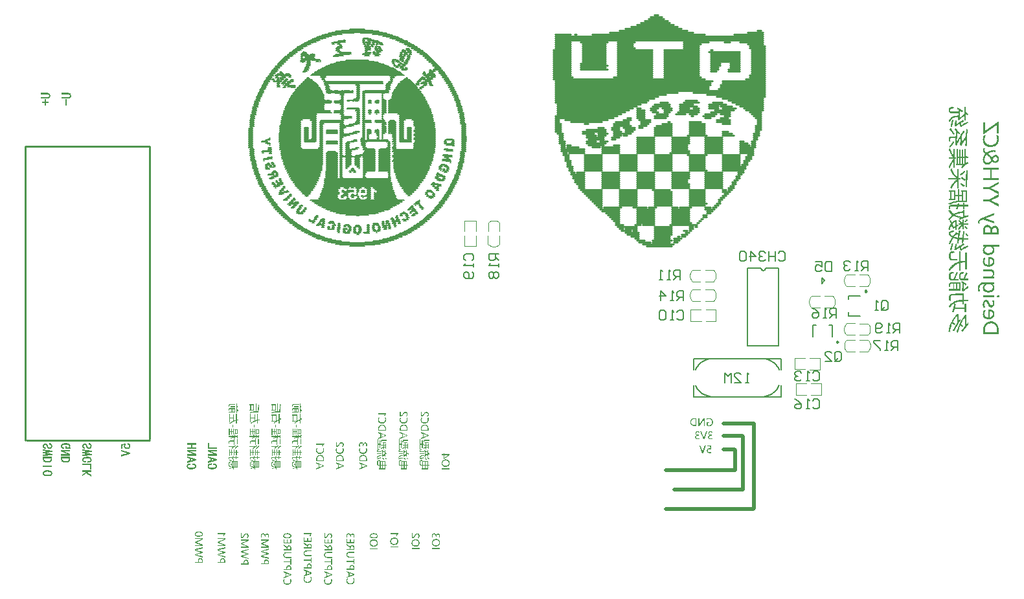
<source format=gbo>
G04 Layer_Color=32896*
%FSLAX25Y25*%
%MOIN*%
G70*
G01*
G75*
%ADD54C,0.02000*%
%ADD55C,0.01000*%
%ADD93C,0.00984*%
%ADD94C,0.00787*%
%ADD95C,0.00700*%
%ADD98C,0.00400*%
%ADD99C,0.00500*%
G36*
X142998Y-187068D02*
X142937Y-187150D01*
X142868Y-187239D01*
X142807Y-187328D01*
X142752Y-187417D01*
X142704Y-187499D01*
X142663Y-187567D01*
X142650Y-187594D01*
X142636Y-187615D01*
X142629Y-187622D01*
Y-187628D01*
X142561Y-187758D01*
X142506Y-187888D01*
X142458Y-188004D01*
X142424Y-188100D01*
X142390Y-188189D01*
X142370Y-188250D01*
X142363Y-188291D01*
X142356Y-188298D01*
Y-188305D01*
X141857D01*
X141885Y-188216D01*
X141912Y-188120D01*
X141946Y-188038D01*
X141980Y-187956D01*
X142008Y-187888D01*
X142035Y-187833D01*
X142049Y-187799D01*
X142055Y-187785D01*
X142110Y-187683D01*
X142165Y-187601D01*
X142206Y-187533D01*
X142247Y-187471D01*
X142281Y-187430D01*
X142308Y-187396D01*
X142322Y-187382D01*
X142329Y-187376D01*
X138900D01*
Y-186870D01*
X142998D01*
Y-187068D01*
D02*
G37*
G36*
X142861Y-189288D02*
X142902Y-189445D01*
X142930Y-189602D01*
X142950Y-189752D01*
X142964Y-189882D01*
Y-189944D01*
X142971Y-189992D01*
Y-190033D01*
Y-190060D01*
Y-190080D01*
Y-190087D01*
X142964Y-190251D01*
X142943Y-190408D01*
X142916Y-190559D01*
X142875Y-190695D01*
X142834Y-190825D01*
X142786Y-190948D01*
X142732Y-191057D01*
X142677Y-191159D01*
X142615Y-191248D01*
X142568Y-191330D01*
X142513Y-191399D01*
X142472Y-191460D01*
X142431Y-191501D01*
X142404Y-191535D01*
X142383Y-191556D01*
X142376Y-191562D01*
X142260Y-191665D01*
X142144Y-191754D01*
X142015Y-191829D01*
X141885Y-191897D01*
X141755Y-191952D01*
X141625Y-191993D01*
X141502Y-192034D01*
X141379Y-192061D01*
X141270Y-192088D01*
X141161Y-192109D01*
X141065Y-192116D01*
X140983Y-192129D01*
X140922D01*
X140867Y-192136D01*
X140826D01*
X140662Y-192129D01*
X140505Y-192116D01*
X140355Y-192088D01*
X140218Y-192054D01*
X140088Y-192020D01*
X139972Y-191972D01*
X139863Y-191925D01*
X139767Y-191877D01*
X139679Y-191829D01*
X139597Y-191788D01*
X139535Y-191740D01*
X139480Y-191706D01*
X139433Y-191672D01*
X139405Y-191645D01*
X139385Y-191631D01*
X139378Y-191624D01*
X139283Y-191522D01*
X139200Y-191419D01*
X139125Y-191310D01*
X139064Y-191194D01*
X139016Y-191078D01*
X138968Y-190962D01*
X138934Y-190852D01*
X138907Y-190743D01*
X138886Y-190640D01*
X138866Y-190552D01*
X138852Y-190463D01*
X138845Y-190395D01*
Y-190333D01*
X138839Y-190292D01*
Y-190258D01*
Y-190251D01*
X138845Y-190012D01*
X138873Y-189794D01*
X138893Y-189698D01*
X138907Y-189602D01*
X138927Y-189520D01*
X138955Y-189445D01*
X138975Y-189377D01*
X138996Y-189315D01*
X139009Y-189261D01*
X139030Y-189220D01*
X139043Y-189186D01*
X139057Y-189158D01*
X139064Y-189145D01*
Y-189138D01*
X139562D01*
X139474Y-189309D01*
X139405Y-189486D01*
X139364Y-189664D01*
X139330Y-189821D01*
X139317Y-189896D01*
X139310Y-189964D01*
X139303Y-190026D01*
Y-190074D01*
X139296Y-190121D01*
Y-190149D01*
Y-190169D01*
Y-190176D01*
X139303Y-190292D01*
X139317Y-190401D01*
X139337Y-190504D01*
X139364Y-190606D01*
X139392Y-190695D01*
X139426Y-190777D01*
X139467Y-190859D01*
X139508Y-190927D01*
X139542Y-190989D01*
X139583Y-191043D01*
X139617Y-191091D01*
X139651Y-191132D01*
X139672Y-191159D01*
X139692Y-191180D01*
X139706Y-191194D01*
X139713Y-191200D01*
X139795Y-191269D01*
X139883Y-191330D01*
X139979Y-191378D01*
X140068Y-191426D01*
X140164Y-191460D01*
X140259Y-191494D01*
X140444Y-191542D01*
X140532Y-191556D01*
X140608Y-191569D01*
X140683Y-191576D01*
X140744Y-191583D01*
X140792Y-191590D01*
X140860D01*
X140997Y-191583D01*
X141127Y-191569D01*
X141250Y-191549D01*
X141366Y-191522D01*
X141475Y-191494D01*
X141570Y-191460D01*
X141666Y-191419D01*
X141748Y-191378D01*
X141816Y-191344D01*
X141885Y-191303D01*
X141939Y-191269D01*
X141980Y-191235D01*
X142015Y-191214D01*
X142042Y-191194D01*
X142055Y-191180D01*
X142062Y-191173D01*
X142144Y-191091D01*
X142213Y-191002D01*
X142274Y-190914D01*
X142322Y-190825D01*
X142370Y-190729D01*
X142404Y-190640D01*
X142458Y-190470D01*
X142479Y-190388D01*
X142493Y-190313D01*
X142499Y-190251D01*
X142506Y-190190D01*
X142513Y-190142D01*
Y-190108D01*
Y-190087D01*
Y-190080D01*
X142499Y-189896D01*
X142472Y-189718D01*
X142438Y-189555D01*
X142390Y-189418D01*
X142370Y-189356D01*
X142342Y-189302D01*
X142322Y-189254D01*
X142308Y-189213D01*
X142288Y-189179D01*
X142281Y-189158D01*
X142267Y-189145D01*
Y-189138D01*
X142807D01*
X142861Y-189288D01*
D02*
G37*
G36*
X153009Y-198024D02*
Y-198577D01*
X149000Y-200100D01*
Y-199526D01*
X150093Y-199144D01*
Y-197477D01*
X149000Y-197067D01*
Y-196494D01*
X153009Y-198024D01*
D02*
G37*
G36*
X152961Y-189288D02*
X153002Y-189445D01*
X153030Y-189602D01*
X153050Y-189752D01*
X153064Y-189882D01*
Y-189944D01*
X153071Y-189992D01*
Y-190033D01*
Y-190060D01*
Y-190080D01*
Y-190087D01*
X153064Y-190251D01*
X153043Y-190408D01*
X153016Y-190559D01*
X152975Y-190695D01*
X152934Y-190825D01*
X152886Y-190948D01*
X152832Y-191057D01*
X152777Y-191159D01*
X152716Y-191248D01*
X152668Y-191330D01*
X152613Y-191399D01*
X152572Y-191460D01*
X152531Y-191501D01*
X152504Y-191535D01*
X152483Y-191556D01*
X152477Y-191562D01*
X152360Y-191665D01*
X152244Y-191754D01*
X152114Y-191829D01*
X151985Y-191897D01*
X151855Y-191952D01*
X151725Y-191993D01*
X151602Y-192034D01*
X151479Y-192061D01*
X151370Y-192088D01*
X151261Y-192109D01*
X151165Y-192116D01*
X151083Y-192129D01*
X151022D01*
X150967Y-192136D01*
X150926D01*
X150762Y-192129D01*
X150605Y-192116D01*
X150455Y-192088D01*
X150318Y-192054D01*
X150188Y-192020D01*
X150072Y-191972D01*
X149963Y-191925D01*
X149867Y-191877D01*
X149779Y-191829D01*
X149697Y-191788D01*
X149635Y-191740D01*
X149581Y-191706D01*
X149533Y-191672D01*
X149505Y-191645D01*
X149485Y-191631D01*
X149478Y-191624D01*
X149382Y-191522D01*
X149301Y-191419D01*
X149225Y-191310D01*
X149164Y-191194D01*
X149116Y-191078D01*
X149068Y-190962D01*
X149034Y-190852D01*
X149007Y-190743D01*
X148986Y-190640D01*
X148966Y-190552D01*
X148952Y-190463D01*
X148945Y-190395D01*
Y-190333D01*
X148939Y-190292D01*
Y-190258D01*
Y-190251D01*
X148945Y-190012D01*
X148973Y-189794D01*
X148993Y-189698D01*
X149007Y-189602D01*
X149027Y-189520D01*
X149055Y-189445D01*
X149075Y-189377D01*
X149096Y-189315D01*
X149109Y-189261D01*
X149130Y-189220D01*
X149143Y-189186D01*
X149157Y-189158D01*
X149164Y-189145D01*
Y-189138D01*
X149662D01*
X149574Y-189309D01*
X149505Y-189486D01*
X149464Y-189664D01*
X149430Y-189821D01*
X149417Y-189896D01*
X149410Y-189964D01*
X149403Y-190026D01*
Y-190074D01*
X149396Y-190121D01*
Y-190149D01*
Y-190169D01*
Y-190176D01*
X149403Y-190292D01*
X149417Y-190401D01*
X149437Y-190504D01*
X149464Y-190606D01*
X149492Y-190695D01*
X149526Y-190777D01*
X149567Y-190859D01*
X149608Y-190927D01*
X149642Y-190989D01*
X149683Y-191043D01*
X149717Y-191091D01*
X149751Y-191132D01*
X149772Y-191159D01*
X149792Y-191180D01*
X149806Y-191194D01*
X149813Y-191200D01*
X149895Y-191269D01*
X149984Y-191330D01*
X150079Y-191378D01*
X150168Y-191426D01*
X150264Y-191460D01*
X150359Y-191494D01*
X150544Y-191542D01*
X150632Y-191556D01*
X150707Y-191569D01*
X150783Y-191576D01*
X150844Y-191583D01*
X150892Y-191590D01*
X150960D01*
X151097Y-191583D01*
X151227Y-191569D01*
X151349Y-191549D01*
X151466Y-191522D01*
X151575Y-191494D01*
X151671Y-191460D01*
X151766Y-191419D01*
X151848Y-191378D01*
X151916Y-191344D01*
X151985Y-191303D01*
X152039Y-191269D01*
X152080Y-191235D01*
X152114Y-191214D01*
X152142Y-191194D01*
X152155Y-191180D01*
X152162Y-191173D01*
X152244Y-191091D01*
X152313Y-191002D01*
X152374Y-190914D01*
X152422Y-190825D01*
X152470Y-190729D01*
X152504Y-190640D01*
X152558Y-190470D01*
X152579Y-190388D01*
X152593Y-190313D01*
X152599Y-190251D01*
X152606Y-190190D01*
X152613Y-190142D01*
Y-190108D01*
Y-190087D01*
Y-190080D01*
X152599Y-189896D01*
X152572Y-189718D01*
X152538Y-189555D01*
X152490Y-189418D01*
X152470Y-189356D01*
X152442Y-189302D01*
X152422Y-189254D01*
X152408Y-189213D01*
X152388Y-189179D01*
X152381Y-189158D01*
X152367Y-189145D01*
Y-189138D01*
X152907D01*
X152961Y-189288D01*
D02*
G37*
G36*
X151213Y-192655D02*
X151370Y-192676D01*
X151513Y-192703D01*
X151650Y-192744D01*
X151780Y-192792D01*
X151896Y-192840D01*
X151998Y-192894D01*
X152101Y-192949D01*
X152183Y-193010D01*
X152258Y-193065D01*
X152326Y-193113D01*
X152381Y-193161D01*
X152422Y-193202D01*
X152449Y-193229D01*
X152470Y-193249D01*
X152477Y-193256D01*
X152572Y-193372D01*
X152654Y-193495D01*
X152722Y-193625D01*
X152784Y-193748D01*
X152839Y-193878D01*
X152879Y-194001D01*
X152914Y-194124D01*
X152941Y-194240D01*
X152961Y-194349D01*
X152982Y-194452D01*
X152996Y-194540D01*
X153002Y-194622D01*
X153009Y-194684D01*
Y-194732D01*
Y-194759D01*
Y-194773D01*
Y-195913D01*
X149000D01*
Y-194814D01*
X149007Y-194643D01*
X149027Y-194472D01*
X149055Y-194315D01*
X149089Y-194172D01*
X149130Y-194028D01*
X149178Y-193905D01*
X149225Y-193789D01*
X149280Y-193680D01*
X149335Y-193584D01*
X149382Y-193495D01*
X149430Y-193427D01*
X149471Y-193366D01*
X149505Y-193318D01*
X149540Y-193284D01*
X149553Y-193263D01*
X149560Y-193256D01*
X149669Y-193147D01*
X149785Y-193058D01*
X149908Y-192976D01*
X150031Y-192908D01*
X150154Y-192847D01*
X150277Y-192799D01*
X150400Y-192758D01*
X150516Y-192724D01*
X150626Y-192696D01*
X150728Y-192683D01*
X150817Y-192669D01*
X150899Y-192655D01*
X150960D01*
X151008Y-192648D01*
X151049D01*
X151213Y-192655D01*
D02*
G37*
G36*
X129771Y-168033D02*
X127442D01*
Y-167644D01*
X129771D01*
Y-168033D01*
D02*
G37*
G36*
X130720Y-167835D02*
X130925Y-167657D01*
X131020Y-167576D01*
X131109Y-167507D01*
X131191Y-167446D01*
X131253Y-167398D01*
X131294Y-167371D01*
X131300Y-167357D01*
X131307D01*
X131539Y-167746D01*
X131403Y-167828D01*
X131273Y-167910D01*
X131150Y-167985D01*
X131048Y-168061D01*
X130959Y-168129D01*
X130891Y-168177D01*
X130863Y-168197D01*
X130843Y-168211D01*
X130836Y-168224D01*
X130829D01*
X130720Y-168019D01*
Y-169440D01*
X130884Y-169181D01*
X130993Y-169263D01*
X131102Y-169344D01*
X131212Y-169433D01*
X131307Y-169515D01*
X131396Y-169590D01*
X131464Y-169652D01*
X131492Y-169672D01*
X131512Y-169693D01*
X131519Y-169700D01*
X131526Y-169706D01*
X131300Y-170021D01*
X131184Y-169925D01*
X131075Y-169843D01*
X130979Y-169775D01*
X130891Y-169713D01*
X130822Y-169666D01*
X130768Y-169624D01*
X130734Y-169604D01*
X130720Y-169597D01*
Y-171257D01*
X130358D01*
Y-166196D01*
X130720D01*
Y-167835D01*
D02*
G37*
G36*
X130016Y-166968D02*
X127216D01*
X127155Y-166974D01*
X127107Y-166981D01*
X127059Y-166995D01*
X127025Y-167022D01*
X126963Y-167070D01*
X126922Y-167132D01*
X126902Y-167193D01*
X126888Y-167248D01*
X126881Y-167289D01*
Y-167296D01*
Y-167302D01*
Y-167398D01*
X126888Y-167500D01*
X126895Y-167603D01*
X126902Y-167699D01*
X126909Y-167787D01*
X126916Y-167856D01*
Y-167883D01*
X126922Y-167903D01*
Y-167910D01*
Y-167917D01*
X126765Y-167890D01*
X126690Y-167876D01*
X126622Y-167869D01*
X126567Y-167862D01*
X126526Y-167856D01*
X126492Y-167849D01*
X126485D01*
Y-167699D01*
X126479Y-167569D01*
Y-167453D01*
Y-167350D01*
Y-167275D01*
Y-167214D01*
Y-167179D01*
Y-167166D01*
X126485Y-167057D01*
X126506Y-166968D01*
X126540Y-166886D01*
X126581Y-166817D01*
X126629Y-166763D01*
X126683Y-166708D01*
X126745Y-166674D01*
X126799Y-166640D01*
X126861Y-166613D01*
X126922Y-166599D01*
X126970Y-166585D01*
X127018Y-166571D01*
X127059D01*
X127093Y-166565D01*
X130016D01*
Y-166968D01*
D02*
G37*
G36*
X141113Y-192655D02*
X141270Y-192676D01*
X141413Y-192703D01*
X141550Y-192744D01*
X141680Y-192792D01*
X141796Y-192840D01*
X141898Y-192894D01*
X142001Y-192949D01*
X142083Y-193010D01*
X142158Y-193065D01*
X142226Y-193113D01*
X142281Y-193161D01*
X142322Y-193202D01*
X142349Y-193229D01*
X142370Y-193249D01*
X142376Y-193256D01*
X142472Y-193372D01*
X142554Y-193495D01*
X142622Y-193625D01*
X142684Y-193748D01*
X142738Y-193878D01*
X142779Y-194001D01*
X142814Y-194124D01*
X142841Y-194240D01*
X142861Y-194349D01*
X142882Y-194452D01*
X142896Y-194540D01*
X142902Y-194622D01*
X142909Y-194684D01*
Y-194732D01*
Y-194759D01*
Y-194773D01*
Y-195913D01*
X138900D01*
Y-194814D01*
X138907Y-194643D01*
X138927Y-194472D01*
X138955Y-194315D01*
X138989Y-194172D01*
X139030Y-194028D01*
X139078Y-193905D01*
X139125Y-193789D01*
X139180Y-193680D01*
X139235Y-193584D01*
X139283Y-193495D01*
X139330Y-193427D01*
X139371Y-193366D01*
X139405Y-193318D01*
X139440Y-193284D01*
X139453Y-193263D01*
X139460Y-193256D01*
X139569Y-193147D01*
X139685Y-193058D01*
X139808Y-192976D01*
X139931Y-192908D01*
X140054Y-192847D01*
X140177Y-192799D01*
X140300Y-192758D01*
X140416Y-192724D01*
X140525Y-192696D01*
X140628Y-192683D01*
X140717Y-192669D01*
X140799Y-192655D01*
X140860D01*
X140908Y-192648D01*
X140949D01*
X141113Y-192655D01*
D02*
G37*
G36*
X142909Y-198024D02*
Y-198577D01*
X138900Y-200100D01*
Y-199526D01*
X139993Y-199144D01*
Y-197477D01*
X138900Y-197067D01*
Y-196494D01*
X142909Y-198024D01*
D02*
G37*
G36*
X173259Y-194103D02*
X173389Y-194267D01*
X173498Y-194417D01*
X173600Y-194547D01*
X173682Y-194657D01*
X173710Y-194704D01*
X173737Y-194738D01*
X173764Y-194773D01*
X173778Y-194793D01*
X173792Y-194807D01*
Y-194814D01*
X173491Y-195066D01*
X173395Y-194943D01*
X173286Y-194814D01*
X173170Y-194670D01*
X173054Y-194540D01*
X172951Y-194417D01*
X172904Y-194370D01*
X172863Y-194322D01*
X172835Y-194288D01*
X172808Y-194254D01*
X172794Y-194240D01*
X172787Y-194233D01*
X172835Y-194185D01*
X172890Y-194137D01*
X172999Y-194042D01*
X173047Y-194001D01*
X173088Y-193967D01*
X173115Y-193939D01*
X173122Y-193932D01*
X173259Y-194103D01*
D02*
G37*
G36*
X171524Y-195333D02*
X171558Y-195422D01*
X171585Y-195497D01*
X171606Y-195558D01*
X171626Y-195606D01*
X171640Y-195640D01*
X171654Y-195660D01*
Y-195667D01*
X171483Y-195681D01*
X171340Y-195702D01*
X171210Y-195722D01*
X171107Y-195742D01*
X171025Y-195763D01*
X170971Y-195777D01*
X170937Y-195783D01*
X170923Y-195790D01*
X170848Y-195831D01*
X170786Y-195886D01*
X170745Y-195961D01*
X170718Y-196036D01*
X170704Y-196104D01*
X170698Y-196166D01*
X170691Y-196207D01*
Y-196214D01*
Y-196221D01*
Y-197430D01*
X170698Y-197484D01*
X170704Y-197539D01*
X170738Y-197621D01*
X170793Y-197675D01*
X170848Y-197716D01*
X170902Y-197737D01*
X170957Y-197750D01*
X170991Y-197757D01*
X171613D01*
Y-195845D01*
X174522D01*
Y-197757D01*
X175185D01*
Y-198188D01*
X174522D01*
Y-200100D01*
X171258D01*
Y-199670D01*
X171613D01*
Y-198188D01*
X171005D01*
X170882Y-198181D01*
X170773Y-198153D01*
X170677Y-198119D01*
X170595Y-198072D01*
X170527Y-198017D01*
X170465Y-197955D01*
X170424Y-197894D01*
X170383Y-197826D01*
X170356Y-197757D01*
X170336Y-197696D01*
X170315Y-197634D01*
X170308Y-197580D01*
X170301Y-197532D01*
X170295Y-197498D01*
Y-197470D01*
Y-197464D01*
Y-196084D01*
X170301Y-195982D01*
X170315Y-195886D01*
X170342Y-195804D01*
X170370Y-195729D01*
X170411Y-195667D01*
X170452Y-195606D01*
X170493Y-195558D01*
X170540Y-195517D01*
X170629Y-195449D01*
X170711Y-195408D01*
X170738Y-195394D01*
X170766Y-195387D01*
X170780Y-195380D01*
X170786D01*
X170902Y-195353D01*
X171019Y-195326D01*
X171135Y-195299D01*
X171244Y-195278D01*
X171346Y-195264D01*
X171422Y-195251D01*
X171449Y-195244D01*
X171469Y-195237D01*
X171490D01*
X171524Y-195333D01*
D02*
G37*
G36*
X172187Y-194096D02*
X172214Y-194172D01*
X172234Y-194233D01*
X172262Y-194288D01*
X172282Y-194329D01*
X172289Y-194356D01*
X172296Y-194370D01*
X171893Y-194458D01*
X171702Y-194506D01*
X171517Y-194554D01*
X171346Y-194595D01*
X171183Y-194643D01*
X171025Y-194684D01*
X170882Y-194725D01*
X170752Y-194766D01*
X170636Y-194800D01*
X170540Y-194827D01*
X170452Y-194855D01*
X170383Y-194882D01*
X170336Y-194896D01*
X170308Y-194902D01*
X170295Y-194909D01*
X170151Y-194458D01*
X170547Y-194363D01*
X170738Y-194315D01*
X170916Y-194267D01*
X171094Y-194226D01*
X171258Y-194178D01*
X171408Y-194144D01*
X171551Y-194103D01*
X171674Y-194069D01*
X171790Y-194042D01*
X171893Y-194015D01*
X171975Y-193994D01*
X172043Y-193974D01*
X172091Y-193967D01*
X172125Y-193953D01*
X172132D01*
X172187Y-194096D01*
D02*
G37*
G36*
X172521Y-193222D02*
X172344D01*
X172173Y-193229D01*
X172023Y-193243D01*
X171886Y-193249D01*
X171756Y-193270D01*
X171647Y-193284D01*
X171545Y-193304D01*
X171456Y-193318D01*
X171374Y-193338D01*
X171312Y-193359D01*
X171258Y-193372D01*
X171210Y-193386D01*
X171176Y-193400D01*
X171155Y-193413D01*
X171142Y-193420D01*
X171135D01*
X171060Y-193454D01*
X170991Y-193495D01*
X170923Y-193550D01*
X170855Y-193605D01*
X170738Y-193728D01*
X170629Y-193851D01*
X170547Y-193974D01*
X170506Y-194021D01*
X170479Y-194069D01*
X170458Y-194110D01*
X170438Y-194137D01*
X170431Y-194158D01*
X170424Y-194165D01*
X170308Y-194062D01*
X170254Y-194021D01*
X170199Y-193980D01*
X170151Y-193946D01*
X170117Y-193926D01*
X170090Y-193912D01*
X170083Y-193905D01*
X170151Y-193789D01*
X170220Y-193680D01*
X170295Y-193584D01*
X170363Y-193495D01*
X170438Y-193420D01*
X170506Y-193345D01*
X170575Y-193284D01*
X170643Y-193229D01*
X170698Y-193188D01*
X170759Y-193147D01*
X170807Y-193113D01*
X170848Y-193086D01*
X170882Y-193065D01*
X170909Y-193051D01*
X170923Y-193045D01*
X170930D01*
X171025Y-193010D01*
X171128Y-192976D01*
X171244Y-192949D01*
X171374Y-192922D01*
X171633Y-192887D01*
X171900Y-192860D01*
X172023Y-192853D01*
X172139Y-192847D01*
X172241Y-192840D01*
X172337Y-192833D01*
X172521D01*
Y-193222D01*
D02*
G37*
G36*
X174550Y-193932D02*
X174686Y-194090D01*
X174809Y-194240D01*
X174912Y-194363D01*
X175001Y-194465D01*
X175035Y-194506D01*
X175062Y-194540D01*
X175089Y-194568D01*
X175103Y-194588D01*
X175117Y-194602D01*
Y-194609D01*
X174837Y-194868D01*
X174714Y-194725D01*
X174591Y-194588D01*
X174468Y-194452D01*
X174352Y-194329D01*
X174249Y-194226D01*
X174208Y-194178D01*
X174174Y-194144D01*
X174140Y-194110D01*
X174119Y-194090D01*
X174106Y-194076D01*
X174099Y-194069D01*
X174399Y-193762D01*
X174550Y-193932D01*
D02*
G37*
G36*
X165009Y-198024D02*
Y-198577D01*
X161000Y-200100D01*
Y-199526D01*
X162093Y-199144D01*
Y-197477D01*
X161000Y-197067D01*
Y-196494D01*
X165009Y-198024D01*
D02*
G37*
G36*
X149451Y-188018D02*
X149519D01*
X149581Y-188004D01*
X149642Y-187997D01*
X149690Y-187984D01*
X149724Y-187970D01*
X149751Y-187963D01*
X149772Y-187949D01*
X149779D01*
X149833Y-187922D01*
X149881Y-187881D01*
X149977Y-187806D01*
X150011Y-187772D01*
X150038Y-187744D01*
X150059Y-187724D01*
X150066Y-187717D01*
X150093Y-187683D01*
X150127Y-187642D01*
X150209Y-187540D01*
X150291Y-187430D01*
X150373Y-187314D01*
X150448Y-187212D01*
X150482Y-187164D01*
X150509Y-187123D01*
X150530Y-187089D01*
X150550Y-187062D01*
X150557Y-187048D01*
X150564Y-187041D01*
X150687Y-186870D01*
X150810Y-186727D01*
X150919Y-186604D01*
X151015Y-186508D01*
X151104Y-186433D01*
X151165Y-186385D01*
X151206Y-186351D01*
X151213Y-186344D01*
X151220D01*
X151349Y-186276D01*
X151479Y-186228D01*
X151609Y-186187D01*
X151732Y-186167D01*
X151834Y-186153D01*
X151875Y-186146D01*
X151916Y-186140D01*
X151991D01*
X152080Y-186146D01*
X152169Y-186153D01*
X152319Y-186194D01*
X152456Y-186242D01*
X152572Y-186303D01*
X152661Y-186365D01*
X152722Y-186419D01*
X152763Y-186460D01*
X152777Y-186467D01*
Y-186474D01*
X152832Y-186536D01*
X152873Y-186611D01*
X152948Y-186754D01*
X153002Y-186898D01*
X153036Y-187034D01*
X153057Y-187157D01*
X153064Y-187212D01*
Y-187260D01*
X153071Y-187294D01*
Y-187321D01*
Y-187342D01*
Y-187348D01*
X153064Y-187471D01*
X153057Y-187581D01*
X153036Y-187683D01*
X153016Y-187765D01*
X152996Y-187840D01*
X152982Y-187888D01*
X152968Y-187922D01*
X152961Y-187936D01*
X152914Y-188025D01*
X152866Y-188113D01*
X152811Y-188189D01*
X152763Y-188250D01*
X152716Y-188305D01*
X152681Y-188346D01*
X152654Y-188373D01*
X152647Y-188380D01*
X152155D01*
X152237Y-188298D01*
X152313Y-188216D01*
X152374Y-188134D01*
X152422Y-188059D01*
X152463Y-187997D01*
X152497Y-187949D01*
X152511Y-187922D01*
X152517Y-187908D01*
X152558Y-187813D01*
X152593Y-187724D01*
X152613Y-187642D01*
X152634Y-187567D01*
X152640Y-187499D01*
X152647Y-187451D01*
Y-187424D01*
Y-187410D01*
X152640Y-187287D01*
X152620Y-187171D01*
X152586Y-187075D01*
X152552Y-186993D01*
X152517Y-186932D01*
X152483Y-186884D01*
X152463Y-186857D01*
X152456Y-186850D01*
X152381Y-186782D01*
X152299Y-186734D01*
X152217Y-186693D01*
X152135Y-186672D01*
X152060Y-186659D01*
X152005Y-186645D01*
X151951D01*
X151834Y-186652D01*
X151725Y-186672D01*
X151629Y-186699D01*
X151541Y-186734D01*
X151472Y-186768D01*
X151425Y-186795D01*
X151391Y-186816D01*
X151377Y-186822D01*
X151329Y-186857D01*
X151281Y-186898D01*
X151186Y-186993D01*
X151090Y-187102D01*
X151001Y-187205D01*
X150919Y-187307D01*
X150858Y-187389D01*
X150837Y-187417D01*
X150817Y-187444D01*
X150810Y-187458D01*
X150803Y-187464D01*
X150687Y-187622D01*
X150585Y-187765D01*
X150489Y-187881D01*
X150407Y-187977D01*
X150339Y-188045D01*
X150291Y-188100D01*
X150264Y-188127D01*
X150250Y-188141D01*
X150168Y-188216D01*
X150079Y-188284D01*
X150004Y-188339D01*
X149929Y-188380D01*
X149867Y-188414D01*
X149820Y-188434D01*
X149792Y-188448D01*
X149779Y-188455D01*
X149683Y-188482D01*
X149587Y-188503D01*
X149492Y-188523D01*
X149396Y-188530D01*
X149321Y-188537D01*
X149253Y-188544D01*
X149000D01*
Y-186023D01*
X149451D01*
Y-188018D01*
D02*
G37*
G36*
X163213Y-192655D02*
X163370Y-192676D01*
X163513Y-192703D01*
X163650Y-192744D01*
X163780Y-192792D01*
X163896Y-192840D01*
X163998Y-192894D01*
X164101Y-192949D01*
X164183Y-193010D01*
X164258Y-193065D01*
X164326Y-193113D01*
X164381Y-193161D01*
X164422Y-193202D01*
X164449Y-193229D01*
X164470Y-193249D01*
X164477Y-193256D01*
X164572Y-193372D01*
X164654Y-193495D01*
X164722Y-193625D01*
X164784Y-193748D01*
X164839Y-193878D01*
X164879Y-194001D01*
X164914Y-194124D01*
X164941Y-194240D01*
X164961Y-194349D01*
X164982Y-194452D01*
X164996Y-194540D01*
X165002Y-194622D01*
X165009Y-194684D01*
Y-194732D01*
Y-194759D01*
Y-194773D01*
Y-195913D01*
X161000D01*
Y-194814D01*
X161007Y-194643D01*
X161027Y-194472D01*
X161055Y-194315D01*
X161089Y-194172D01*
X161130Y-194028D01*
X161178Y-193905D01*
X161225Y-193789D01*
X161280Y-193680D01*
X161335Y-193584D01*
X161382Y-193495D01*
X161430Y-193427D01*
X161471Y-193366D01*
X161505Y-193318D01*
X161540Y-193284D01*
X161553Y-193263D01*
X161560Y-193256D01*
X161669Y-193147D01*
X161785Y-193058D01*
X161908Y-192976D01*
X162031Y-192908D01*
X162154Y-192847D01*
X162277Y-192799D01*
X162400Y-192758D01*
X162516Y-192724D01*
X162626Y-192696D01*
X162728Y-192683D01*
X162817Y-192669D01*
X162899Y-192655D01*
X162960D01*
X163008Y-192648D01*
X163049D01*
X163213Y-192655D01*
D02*
G37*
G36*
X162270Y-186153D02*
X162400Y-186180D01*
X162509Y-186221D01*
X162605Y-186262D01*
X162680Y-186310D01*
X162735Y-186351D01*
X162769Y-186379D01*
X162783Y-186392D01*
X162871Y-186495D01*
X162940Y-186604D01*
X162994Y-186720D01*
X163035Y-186829D01*
X163063Y-186932D01*
X163076Y-187007D01*
X163083Y-187041D01*
X163090Y-187062D01*
Y-187075D01*
Y-187082D01*
X163097D01*
X163145Y-186939D01*
X163206Y-186816D01*
X163274Y-186706D01*
X163349Y-186618D01*
X163432Y-186536D01*
X163513Y-186474D01*
X163602Y-186419D01*
X163684Y-186379D01*
X163766Y-186344D01*
X163848Y-186317D01*
X163916Y-186303D01*
X163985Y-186290D01*
X164032Y-186283D01*
X164074Y-186276D01*
X164183D01*
X164258Y-186290D01*
X164394Y-186324D01*
X164511Y-186379D01*
X164613Y-186433D01*
X164688Y-186488D01*
X164750Y-186542D01*
X164784Y-186577D01*
X164797Y-186583D01*
Y-186590D01*
X164886Y-186713D01*
X164955Y-186850D01*
X165002Y-186986D01*
X165036Y-187116D01*
X165057Y-187232D01*
X165064Y-187280D01*
Y-187328D01*
X165071Y-187362D01*
Y-187389D01*
Y-187403D01*
Y-187410D01*
X165064Y-187601D01*
X165036Y-187772D01*
X164996Y-187929D01*
X164955Y-188066D01*
X164927Y-188120D01*
X164907Y-188175D01*
X164886Y-188216D01*
X164873Y-188257D01*
X164852Y-188284D01*
X164845Y-188305D01*
X164832Y-188318D01*
Y-188325D01*
X164354D01*
X164408Y-188257D01*
X164449Y-188182D01*
X164524Y-188045D01*
X164579Y-187915D01*
X164613Y-187792D01*
X164634Y-187683D01*
X164640Y-187642D01*
Y-187601D01*
X164647Y-187574D01*
Y-187553D01*
Y-187540D01*
Y-187533D01*
X164640Y-187403D01*
X164620Y-187287D01*
X164586Y-187191D01*
X164545Y-187109D01*
X164497Y-187034D01*
X164436Y-186973D01*
X164381Y-186925D01*
X164319Y-186884D01*
X164251Y-186857D01*
X164196Y-186836D01*
X164142Y-186816D01*
X164087Y-186809D01*
X164046Y-186802D01*
X164012Y-186795D01*
X163985D01*
X163862Y-186809D01*
X163752Y-186836D01*
X163657Y-186884D01*
X163575Y-186945D01*
X163513Y-187021D01*
X163452Y-187102D01*
X163404Y-187191D01*
X163370Y-187280D01*
X163343Y-187369D01*
X163315Y-187458D01*
X163302Y-187540D01*
X163295Y-187615D01*
X163288Y-187676D01*
X163281Y-187724D01*
Y-187751D01*
Y-187765D01*
Y-188079D01*
X162858D01*
Y-187751D01*
X162851Y-187560D01*
X162824Y-187389D01*
X162789Y-187246D01*
X162742Y-187116D01*
X162680Y-187014D01*
X162619Y-186925D01*
X162550Y-186850D01*
X162482Y-186795D01*
X162407Y-186747D01*
X162339Y-186713D01*
X162277Y-186693D01*
X162216Y-186672D01*
X162168Y-186665D01*
X162134Y-186659D01*
X162100D01*
X161977Y-186672D01*
X161874Y-186699D01*
X161779Y-186734D01*
X161704Y-186782D01*
X161642Y-186829D01*
X161594Y-186864D01*
X161567Y-186891D01*
X161560Y-186904D01*
X161492Y-187000D01*
X161444Y-187109D01*
X161410Y-187219D01*
X161389Y-187321D01*
X161376Y-187417D01*
X161362Y-187492D01*
Y-187519D01*
Y-187540D01*
Y-187553D01*
Y-187560D01*
X161369Y-187656D01*
X161376Y-187744D01*
X161410Y-187922D01*
X161464Y-188079D01*
X161519Y-188216D01*
X161546Y-188270D01*
X161574Y-188325D01*
X161601Y-188373D01*
X161628Y-188407D01*
X161649Y-188441D01*
X161662Y-188462D01*
X161676Y-188475D01*
Y-188482D01*
X161150D01*
X161082Y-188346D01*
X161027Y-188195D01*
X160993Y-188038D01*
X160966Y-187895D01*
X160952Y-187765D01*
X160945Y-187710D01*
Y-187663D01*
X160939Y-187622D01*
Y-187594D01*
Y-187574D01*
Y-187567D01*
X160945Y-187451D01*
X160952Y-187335D01*
X160966Y-187232D01*
X160993Y-187130D01*
X161014Y-187041D01*
X161041Y-186952D01*
X161075Y-186877D01*
X161102Y-186802D01*
X161137Y-186741D01*
X161164Y-186686D01*
X161191Y-186638D01*
X161219Y-186597D01*
X161239Y-186570D01*
X161253Y-186549D01*
X161259Y-186536D01*
X161266Y-186529D01*
X161328Y-186460D01*
X161396Y-186399D01*
X161471Y-186351D01*
X161540Y-186303D01*
X161615Y-186262D01*
X161683Y-186235D01*
X161826Y-186187D01*
X161949Y-186160D01*
X161997Y-186153D01*
X162045Y-186146D01*
X162079Y-186140D01*
X162134D01*
X162270Y-186153D01*
D02*
G37*
G36*
X164961Y-189288D02*
X165002Y-189445D01*
X165030Y-189602D01*
X165050Y-189752D01*
X165064Y-189882D01*
Y-189944D01*
X165071Y-189992D01*
Y-190033D01*
Y-190060D01*
Y-190080D01*
Y-190087D01*
X165064Y-190251D01*
X165043Y-190408D01*
X165016Y-190559D01*
X164975Y-190695D01*
X164934Y-190825D01*
X164886Y-190948D01*
X164832Y-191057D01*
X164777Y-191159D01*
X164716Y-191248D01*
X164668Y-191330D01*
X164613Y-191399D01*
X164572Y-191460D01*
X164531Y-191501D01*
X164504Y-191535D01*
X164483Y-191556D01*
X164477Y-191562D01*
X164360Y-191665D01*
X164244Y-191754D01*
X164114Y-191829D01*
X163985Y-191897D01*
X163855Y-191952D01*
X163725Y-191993D01*
X163602Y-192034D01*
X163479Y-192061D01*
X163370Y-192088D01*
X163261Y-192109D01*
X163165Y-192116D01*
X163083Y-192129D01*
X163022D01*
X162967Y-192136D01*
X162926D01*
X162762Y-192129D01*
X162605Y-192116D01*
X162455Y-192088D01*
X162318Y-192054D01*
X162188Y-192020D01*
X162072Y-191972D01*
X161963Y-191925D01*
X161867Y-191877D01*
X161779Y-191829D01*
X161697Y-191788D01*
X161635Y-191740D01*
X161581Y-191706D01*
X161533Y-191672D01*
X161505Y-191645D01*
X161485Y-191631D01*
X161478Y-191624D01*
X161382Y-191522D01*
X161301Y-191419D01*
X161225Y-191310D01*
X161164Y-191194D01*
X161116Y-191078D01*
X161068Y-190962D01*
X161034Y-190852D01*
X161007Y-190743D01*
X160986Y-190640D01*
X160966Y-190552D01*
X160952Y-190463D01*
X160945Y-190395D01*
Y-190333D01*
X160939Y-190292D01*
Y-190258D01*
Y-190251D01*
X160945Y-190012D01*
X160973Y-189794D01*
X160993Y-189698D01*
X161007Y-189602D01*
X161027Y-189520D01*
X161055Y-189445D01*
X161075Y-189377D01*
X161096Y-189315D01*
X161109Y-189261D01*
X161130Y-189220D01*
X161143Y-189186D01*
X161157Y-189158D01*
X161164Y-189145D01*
Y-189138D01*
X161662D01*
X161574Y-189309D01*
X161505Y-189486D01*
X161464Y-189664D01*
X161430Y-189821D01*
X161417Y-189896D01*
X161410Y-189964D01*
X161403Y-190026D01*
Y-190074D01*
X161396Y-190121D01*
Y-190149D01*
Y-190169D01*
Y-190176D01*
X161403Y-190292D01*
X161417Y-190401D01*
X161437Y-190504D01*
X161464Y-190606D01*
X161492Y-190695D01*
X161526Y-190777D01*
X161567Y-190859D01*
X161608Y-190927D01*
X161642Y-190989D01*
X161683Y-191043D01*
X161717Y-191091D01*
X161751Y-191132D01*
X161772Y-191159D01*
X161792Y-191180D01*
X161806Y-191194D01*
X161813Y-191200D01*
X161895Y-191269D01*
X161984Y-191330D01*
X162079Y-191378D01*
X162168Y-191426D01*
X162264Y-191460D01*
X162359Y-191494D01*
X162544Y-191542D01*
X162632Y-191556D01*
X162707Y-191569D01*
X162783Y-191576D01*
X162844Y-191583D01*
X162892Y-191590D01*
X162960D01*
X163097Y-191583D01*
X163227Y-191569D01*
X163349Y-191549D01*
X163466Y-191522D01*
X163575Y-191494D01*
X163671Y-191460D01*
X163766Y-191419D01*
X163848Y-191378D01*
X163916Y-191344D01*
X163985Y-191303D01*
X164039Y-191269D01*
X164080Y-191235D01*
X164114Y-191214D01*
X164142Y-191194D01*
X164155Y-191180D01*
X164162Y-191173D01*
X164244Y-191091D01*
X164313Y-191002D01*
X164374Y-190914D01*
X164422Y-190825D01*
X164470Y-190729D01*
X164504Y-190640D01*
X164558Y-190470D01*
X164579Y-190388D01*
X164593Y-190313D01*
X164599Y-190251D01*
X164606Y-190190D01*
X164613Y-190142D01*
Y-190108D01*
Y-190087D01*
Y-190080D01*
X164599Y-189896D01*
X164572Y-189718D01*
X164538Y-189555D01*
X164490Y-189418D01*
X164470Y-189356D01*
X164442Y-189302D01*
X164422Y-189254D01*
X164408Y-189213D01*
X164388Y-189179D01*
X164381Y-189158D01*
X164367Y-189145D01*
Y-189138D01*
X164907D01*
X164961Y-189288D01*
D02*
G37*
G36*
X129852Y-170915D02*
X126397D01*
Y-170526D01*
X127694D01*
Y-169044D01*
X127039D01*
X126970Y-169051D01*
X126916Y-169078D01*
X126881Y-169112D01*
X126854Y-169153D01*
X126840Y-169194D01*
X126834Y-169228D01*
X126827Y-169256D01*
Y-169263D01*
X126834Y-169467D01*
Y-169570D01*
X126840Y-169659D01*
X126847Y-169734D01*
Y-169795D01*
X126854Y-169836D01*
Y-169843D01*
Y-169850D01*
X126717Y-169823D01*
X126656Y-169809D01*
X126595Y-169795D01*
X126540Y-169789D01*
X126499Y-169782D01*
X126472Y-169775D01*
X126465D01*
Y-169638D01*
Y-169522D01*
Y-169420D01*
Y-169338D01*
Y-169269D01*
Y-169222D01*
Y-169187D01*
Y-169181D01*
X126472Y-169085D01*
X126485Y-169010D01*
X126506Y-168935D01*
X126540Y-168873D01*
X126581Y-168825D01*
X126622Y-168784D01*
X126663Y-168750D01*
X126711Y-168723D01*
X126806Y-168682D01*
X126881Y-168661D01*
X126916Y-168655D01*
X129852D01*
Y-170915D01*
D02*
G37*
G36*
X129231Y-195708D02*
X131266D01*
Y-199342D01*
X129231D01*
Y-200100D01*
X128910D01*
Y-198638D01*
X128828Y-198741D01*
X128746Y-198836D01*
X128685Y-198925D01*
X128623Y-199000D01*
X128582Y-199062D01*
X128548Y-199110D01*
X128527Y-199137D01*
X128521Y-199151D01*
X128487Y-199212D01*
X128459Y-199280D01*
X128432Y-199349D01*
X128411Y-199417D01*
X128398Y-199472D01*
X128384Y-199520D01*
X128377Y-199547D01*
Y-199560D01*
X128029Y-199424D01*
X128042Y-199335D01*
X128049Y-199253D01*
X128063Y-199178D01*
X128070Y-199110D01*
X128077Y-199062D01*
Y-199021D01*
X128084Y-198994D01*
Y-198987D01*
X128090Y-198918D01*
Y-198836D01*
X128097Y-198755D01*
X128104Y-198659D01*
X128111Y-198454D01*
X128118Y-198229D01*
X128131Y-197989D01*
X128138Y-197744D01*
X128145Y-197491D01*
X128159Y-197245D01*
X128165Y-196999D01*
X128172Y-196774D01*
X128179Y-196569D01*
Y-196473D01*
X128186Y-196385D01*
Y-196302D01*
Y-196227D01*
Y-196166D01*
X128193Y-196118D01*
Y-196070D01*
Y-196043D01*
Y-196022D01*
Y-196016D01*
X128070Y-195845D01*
X128008Y-195763D01*
X127961Y-195695D01*
X127913Y-195640D01*
X127879Y-195599D01*
X127858Y-195565D01*
X127851Y-195558D01*
X128118Y-195299D01*
X128261Y-195503D01*
X128404Y-195708D01*
X128534Y-195906D01*
X128657Y-196091D01*
X128712Y-196173D01*
X128760Y-196241D01*
X128801Y-196309D01*
X128842Y-196364D01*
X128869Y-196412D01*
X128890Y-196446D01*
X128903Y-196466D01*
X128910Y-196473D01*
Y-194964D01*
X129231D01*
Y-195708D01*
D02*
G37*
G36*
X127517Y-197129D02*
X127612Y-197218D01*
X127715Y-197320D01*
X127817Y-197409D01*
X127906Y-197498D01*
X127974Y-197566D01*
X128002Y-197593D01*
X128022Y-197614D01*
X128029Y-197621D01*
X128036Y-197627D01*
X127824Y-197908D01*
X127687Y-197792D01*
X127571Y-197689D01*
X127462Y-197600D01*
X127366Y-197525D01*
X127291Y-197464D01*
X127230Y-197416D01*
X127196Y-197389D01*
X127182Y-197382D01*
X127421Y-197047D01*
X127517Y-197129D01*
D02*
G37*
G36*
X127168Y-195053D02*
X127305Y-195176D01*
X127442Y-195292D01*
X127558Y-195401D01*
X127660Y-195490D01*
X127701Y-195531D01*
X127735Y-195565D01*
X127762Y-195592D01*
X127783Y-195613D01*
X127797Y-195619D01*
X127804Y-195626D01*
X127585Y-195920D01*
X127435Y-195790D01*
X127284Y-195667D01*
X127148Y-195558D01*
X127025Y-195456D01*
X126916Y-195380D01*
X126875Y-195346D01*
X126834Y-195319D01*
X126806Y-195292D01*
X126786Y-195278D01*
X126772Y-195264D01*
X126765D01*
X127025Y-194930D01*
X127168Y-195053D01*
D02*
G37*
G36*
X127073Y-191242D02*
X127920D01*
Y-189998D01*
X128295D01*
Y-191242D01*
X128985D01*
Y-191645D01*
X128295D01*
Y-192929D01*
X127920D01*
Y-191645D01*
X127073D01*
Y-193249D01*
X126697D01*
Y-189698D01*
X127073D01*
Y-191242D01*
D02*
G37*
G36*
X130467Y-193693D02*
X131478D01*
Y-194096D01*
X130467D01*
Y-194752D01*
X130119D01*
Y-194096D01*
X128890D01*
X128855Y-194240D01*
X128821Y-194370D01*
X128794Y-194493D01*
X128767Y-194595D01*
X128746Y-194684D01*
X128732Y-194752D01*
X128726Y-194793D01*
X128719Y-194800D01*
Y-194807D01*
X128288Y-194779D01*
X128323Y-194657D01*
X128357Y-194534D01*
X128391Y-194417D01*
X128418Y-194315D01*
X128445Y-194226D01*
X128466Y-194158D01*
X128473Y-194131D01*
Y-194110D01*
X128480Y-194103D01*
Y-194096D01*
X127141D01*
X127059Y-194103D01*
X126998Y-194131D01*
X126950Y-194172D01*
X126922Y-194212D01*
X126902Y-194260D01*
X126895Y-194295D01*
X126888Y-194322D01*
Y-194335D01*
Y-194404D01*
X126895Y-194472D01*
Y-194547D01*
X126902Y-194615D01*
X126909Y-194677D01*
Y-194725D01*
X126916Y-194752D01*
Y-194766D01*
X126765Y-194738D01*
X126697Y-194725D01*
X126629Y-194718D01*
X126574Y-194711D01*
X126533D01*
X126506Y-194704D01*
X126499D01*
Y-194602D01*
Y-194513D01*
Y-194431D01*
Y-194363D01*
Y-194308D01*
Y-194260D01*
Y-194233D01*
Y-194226D01*
X126506Y-194131D01*
X126533Y-194049D01*
X126560Y-193980D01*
X126601Y-193919D01*
X126642Y-193864D01*
X126697Y-193823D01*
X126745Y-193789D01*
X126799Y-193762D01*
X126909Y-193721D01*
X126998Y-193700D01*
X127032Y-193693D01*
X128582D01*
X128637Y-193489D01*
X128664Y-193393D01*
X128685Y-193304D01*
X128705Y-193229D01*
X128719Y-193174D01*
X128732Y-193140D01*
Y-193127D01*
X128862D01*
X128930Y-193120D01*
X129060D01*
X129108Y-193113D01*
X129149D01*
X129122Y-193229D01*
X129087Y-193332D01*
X129060Y-193434D01*
X129040Y-193516D01*
X129019Y-193591D01*
X129006Y-193646D01*
X128999Y-193680D01*
X128992Y-193693D01*
X130119D01*
Y-193099D01*
X130467D01*
Y-193693D01*
D02*
G37*
G36*
X119262Y-170294D02*
X119945D01*
X119958Y-169973D01*
X119972Y-169645D01*
X120013Y-168989D01*
X120040Y-168661D01*
X120061Y-168341D01*
X120081Y-168040D01*
X120109Y-167746D01*
X120129Y-167480D01*
X120143Y-167350D01*
X120150Y-167234D01*
X120163Y-167118D01*
X120170Y-167016D01*
X120184Y-166913D01*
X120191Y-166824D01*
X120197Y-166742D01*
X120204Y-166674D01*
X120211Y-166613D01*
X120218Y-166558D01*
Y-166517D01*
X120225Y-166490D01*
Y-166469D01*
Y-166462D01*
X120655Y-166715D01*
X120614Y-167043D01*
X120573Y-167384D01*
X120505Y-168067D01*
X120477Y-168409D01*
X120450Y-168737D01*
X120430Y-169058D01*
X120409Y-169358D01*
X120396Y-169645D01*
X120389Y-169775D01*
X120382Y-169905D01*
X120375Y-170021D01*
X120368Y-170130D01*
Y-170232D01*
X120361Y-170328D01*
Y-170417D01*
X120355Y-170492D01*
Y-170553D01*
Y-170608D01*
X120348Y-170656D01*
Y-170683D01*
Y-170704D01*
Y-170711D01*
X118422D01*
X118251Y-170717D01*
X118094Y-170724D01*
X117950Y-170731D01*
X117814Y-170745D01*
X117691Y-170752D01*
X117582Y-170765D01*
X117486Y-170779D01*
X117397Y-170792D01*
X117315Y-170806D01*
X117254Y-170813D01*
X117199Y-170827D01*
X117158Y-170833D01*
X117131Y-170840D01*
X117110Y-170847D01*
X117104D01*
X116905Y-170909D01*
X116721Y-170977D01*
X116543Y-171059D01*
X116386Y-171141D01*
X116311Y-171182D01*
X116250Y-171216D01*
X116195Y-171250D01*
X116147Y-171277D01*
X116113Y-171305D01*
X116079Y-171325D01*
X116065Y-171332D01*
X116059Y-171339D01*
X115922Y-171223D01*
X115860Y-171175D01*
X115806Y-171134D01*
X115765Y-171107D01*
X115731Y-171079D01*
X115703Y-171066D01*
X115697Y-171059D01*
X115826Y-170977D01*
X115949Y-170895D01*
X116072Y-170827D01*
X116181Y-170765D01*
X116400Y-170656D01*
X116496Y-170615D01*
X116584Y-170574D01*
X116666Y-170540D01*
X116735Y-170512D01*
X116803Y-170492D01*
X116851Y-170472D01*
X116899Y-170458D01*
X116926Y-170451D01*
X116946Y-170444D01*
X116953D01*
X117056Y-170417D01*
X117179Y-170396D01*
X117315Y-170376D01*
X117459Y-170355D01*
X117616Y-170342D01*
X117780Y-170328D01*
X118101Y-170314D01*
X118251Y-170308D01*
X118394Y-170301D01*
X118524D01*
X118640Y-170294D01*
X118872D01*
Y-166196D01*
X119262D01*
Y-170294D01*
D02*
G37*
G36*
X120013Y-174173D02*
X120252Y-174057D01*
X120368Y-174003D01*
X120471Y-173955D01*
X120553Y-173914D01*
X120621Y-173887D01*
X120648Y-173873D01*
X120669Y-173866D01*
X120676Y-173859D01*
X120682D01*
X120826Y-174276D01*
X120669Y-174337D01*
X120519Y-174406D01*
X120382Y-174467D01*
X120259Y-174522D01*
X120157Y-174569D01*
X120115Y-174590D01*
X120081Y-174604D01*
X120054Y-174617D01*
X120034Y-174631D01*
X120020Y-174638D01*
X120013D01*
Y-176475D01*
X119624D01*
Y-174836D01*
X119378Y-174972D01*
X119139Y-175116D01*
X118907Y-175266D01*
X118688Y-175409D01*
X118476Y-175560D01*
X118278Y-175703D01*
X118101Y-175847D01*
X117930Y-175976D01*
X117780Y-176106D01*
X117643Y-176222D01*
X117520Y-176325D01*
X117424Y-176414D01*
X117342Y-176482D01*
X117288Y-176537D01*
X117254Y-176571D01*
X117240Y-176584D01*
X117172Y-176509D01*
X117110Y-176441D01*
X117056Y-176386D01*
X117015Y-176345D01*
X116981Y-176311D01*
X116953Y-176291D01*
X116940Y-176277D01*
X116933Y-176270D01*
X117104Y-176106D01*
X117281Y-175956D01*
X117445Y-175812D01*
X117595Y-175690D01*
X117664Y-175635D01*
X117725Y-175587D01*
X117780Y-175539D01*
X117827Y-175505D01*
X117862Y-175478D01*
X117896Y-175457D01*
X117909Y-175444D01*
X117916Y-175437D01*
X115731D01*
Y-175020D01*
X116175D01*
Y-172384D01*
X115731D01*
Y-171967D01*
X118545D01*
Y-175000D01*
X118736Y-174877D01*
X118927Y-174761D01*
X119112Y-174658D01*
X119275Y-174563D01*
X119351Y-174522D01*
X119419Y-174481D01*
X119474Y-174453D01*
X119528Y-174426D01*
X119569Y-174399D01*
X119596Y-174385D01*
X119617Y-174371D01*
X119624D01*
Y-171503D01*
X120013D01*
Y-174173D01*
D02*
G37*
G36*
X118039Y-169816D02*
X115710D01*
Y-169399D01*
X116065D01*
Y-167084D01*
X115710D01*
Y-166667D01*
X118039D01*
Y-169816D01*
D02*
G37*
G36*
X127585Y-196207D02*
X127619Y-196282D01*
X127646Y-196357D01*
X127667Y-196419D01*
X127687Y-196466D01*
X127701Y-196501D01*
X127715Y-196528D01*
Y-196535D01*
X127612Y-196548D01*
X127517Y-196555D01*
X127435Y-196569D01*
X127359Y-196576D01*
X127298Y-196589D01*
X127250Y-196596D01*
X127223Y-196603D01*
X127209D01*
X127162Y-196610D01*
X127114Y-196630D01*
X127045Y-196685D01*
X126991Y-196747D01*
X126957Y-196822D01*
X126936Y-196897D01*
X126929Y-196958D01*
X126922Y-197006D01*
Y-197013D01*
Y-197020D01*
Y-198024D01*
X126929Y-198085D01*
X126936Y-198140D01*
X126950Y-198188D01*
X126970Y-198222D01*
X127025Y-198290D01*
X127086Y-198331D01*
X127141Y-198352D01*
X127196Y-198365D01*
X127230Y-198372D01*
X127845D01*
Y-198761D01*
X127175D01*
X127066Y-198755D01*
X126970Y-198734D01*
X126888Y-198700D01*
X126820Y-198659D01*
X126759Y-198604D01*
X126711Y-198550D01*
X126670Y-198495D01*
X126636Y-198427D01*
X126615Y-198365D01*
X126595Y-198310D01*
X126581Y-198249D01*
X126567Y-198201D01*
Y-198160D01*
X126560Y-198126D01*
Y-198106D01*
Y-198099D01*
Y-196938D01*
X126567Y-196828D01*
X126581Y-196733D01*
X126608Y-196644D01*
X126636Y-196569D01*
X126676Y-196501D01*
X126717Y-196446D01*
X126759Y-196391D01*
X126806Y-196350D01*
X126854Y-196316D01*
X126895Y-196289D01*
X126977Y-196248D01*
X127004Y-196234D01*
X127032Y-196227D01*
X127045Y-196221D01*
X127052D01*
X127127Y-196200D01*
X127209Y-196186D01*
X127298Y-196166D01*
X127380Y-196152D01*
X127448Y-196139D01*
X127503Y-196125D01*
X127544Y-196118D01*
X127558D01*
X127585Y-196207D01*
D02*
G37*
G36*
X127838Y-199581D02*
X127626Y-199663D01*
X127435Y-199752D01*
X127264Y-199827D01*
X127189Y-199868D01*
X127120Y-199902D01*
X127066Y-199936D01*
X127011Y-199963D01*
X126963Y-199991D01*
X126922Y-200011D01*
X126895Y-200025D01*
X126875Y-200039D01*
X126861Y-200052D01*
X126854D01*
X126820Y-199970D01*
X126786Y-199902D01*
X126759Y-199840D01*
X126731Y-199786D01*
X126711Y-199745D01*
X126697Y-199717D01*
X126683Y-199697D01*
Y-199690D01*
X126847Y-199601D01*
X127011Y-199520D01*
X127182Y-199437D01*
X127339Y-199362D01*
X127414Y-199328D01*
X127476Y-199294D01*
X127537Y-199274D01*
X127592Y-199246D01*
X127633Y-199233D01*
X127660Y-199219D01*
X127681Y-199205D01*
X127687D01*
X127838Y-199581D01*
D02*
G37*
G36*
X127032Y-180512D02*
X127797D01*
Y-179344D01*
X128145D01*
Y-180512D01*
X128849D01*
Y-179214D01*
X129197D01*
Y-182226D01*
X128849D01*
Y-180928D01*
X128145D01*
Y-182103D01*
X127797D01*
Y-180928D01*
X127032D01*
Y-182404D01*
X126683D01*
Y-179036D01*
X127032D01*
Y-180512D01*
D02*
G37*
G36*
X128596Y-182328D02*
X128732Y-182451D01*
X128855Y-182554D01*
X128951Y-182642D01*
X129019Y-182704D01*
X129074Y-182752D01*
X129108Y-182786D01*
X129115Y-182793D01*
X128937Y-182991D01*
X129620D01*
Y-182274D01*
X129962D01*
Y-182991D01*
X130815D01*
X130843Y-182854D01*
X130870Y-182718D01*
X130891Y-182595D01*
X130911Y-182479D01*
X130932Y-182390D01*
X130945Y-182315D01*
X130952Y-182287D01*
X130959Y-182267D01*
Y-182260D01*
Y-182253D01*
X131321Y-182369D01*
X131246Y-182704D01*
X131191Y-183025D01*
X131164Y-183175D01*
X131137Y-183319D01*
X131116Y-183462D01*
X131102Y-183592D01*
X131089Y-183708D01*
X131075Y-183817D01*
X131061Y-183906D01*
X131055Y-183988D01*
X131048Y-184049D01*
Y-184097D01*
X131041Y-184125D01*
Y-184138D01*
X130904Y-184097D01*
X130843Y-184077D01*
X130788Y-184063D01*
X130747Y-184049D01*
X130713Y-184043D01*
X130686Y-184036D01*
X130679D01*
X130693Y-183906D01*
X130706Y-183790D01*
X130720Y-183674D01*
X130734Y-183571D01*
X130747Y-183489D01*
X130754Y-183421D01*
X130761Y-183380D01*
Y-183373D01*
Y-183367D01*
X129962D01*
Y-184172D01*
X129620D01*
Y-183455D01*
X129429Y-183510D01*
X129251Y-183565D01*
X129074Y-183626D01*
X128910Y-183694D01*
X128753Y-183756D01*
X128609Y-183824D01*
X128473Y-183886D01*
X128350Y-183947D01*
X128241Y-184009D01*
X128138Y-184056D01*
X128056Y-184111D01*
X127981Y-184152D01*
X127926Y-184186D01*
X127885Y-184213D01*
X127858Y-184227D01*
X127851Y-184234D01*
X127681Y-184172D01*
X127605Y-184138D01*
X127537Y-184118D01*
X127482Y-184090D01*
X127442Y-184077D01*
X127407Y-184070D01*
X127401Y-184063D01*
X127517Y-183988D01*
X127633Y-183913D01*
X127885Y-183776D01*
X128131Y-183660D01*
X128247Y-183606D01*
X128364Y-183558D01*
X128473Y-183517D01*
X128568Y-183476D01*
X128657Y-183442D01*
X128732Y-183414D01*
X128794Y-183394D01*
X128842Y-183380D01*
X128876Y-183367D01*
X126403D01*
Y-182991D01*
X128794D01*
X128698Y-182916D01*
X128603Y-182827D01*
X128500Y-182745D01*
X128398Y-182670D01*
X128316Y-182595D01*
X128241Y-182540D01*
X128213Y-182520D01*
X128200Y-182506D01*
X128186Y-182492D01*
X128179D01*
X128432Y-182185D01*
X128596Y-182328D01*
D02*
G37*
G36*
X131266Y-181994D02*
X129490D01*
Y-181604D01*
X129702D01*
Y-179822D01*
X129490D01*
Y-179432D01*
X131266D01*
Y-181994D01*
D02*
G37*
G36*
X130713Y-174173D02*
X130952Y-174057D01*
X131068Y-174003D01*
X131171Y-173955D01*
X131253Y-173914D01*
X131321Y-173887D01*
X131348Y-173873D01*
X131369Y-173866D01*
X131376Y-173859D01*
X131382D01*
X131526Y-174276D01*
X131369Y-174337D01*
X131219Y-174406D01*
X131082Y-174467D01*
X130959Y-174522D01*
X130857Y-174569D01*
X130815Y-174590D01*
X130781Y-174604D01*
X130754Y-174617D01*
X130734Y-174631D01*
X130720Y-174638D01*
X130713D01*
Y-176475D01*
X130324D01*
Y-174836D01*
X130078Y-174972D01*
X129839Y-175116D01*
X129607Y-175266D01*
X129388Y-175409D01*
X129176Y-175560D01*
X128978Y-175703D01*
X128801Y-175847D01*
X128630Y-175976D01*
X128480Y-176106D01*
X128343Y-176222D01*
X128220Y-176325D01*
X128124Y-176414D01*
X128042Y-176482D01*
X127988Y-176537D01*
X127954Y-176571D01*
X127940Y-176584D01*
X127872Y-176509D01*
X127810Y-176441D01*
X127756Y-176386D01*
X127715Y-176345D01*
X127681Y-176311D01*
X127653Y-176291D01*
X127640Y-176277D01*
X127633Y-176270D01*
X127804Y-176106D01*
X127981Y-175956D01*
X128145Y-175812D01*
X128295Y-175690D01*
X128364Y-175635D01*
X128425Y-175587D01*
X128480Y-175539D01*
X128527Y-175505D01*
X128562Y-175478D01*
X128596Y-175457D01*
X128609Y-175444D01*
X128616Y-175437D01*
X126431D01*
Y-175020D01*
X126875D01*
Y-172384D01*
X126431D01*
Y-171967D01*
X129245D01*
Y-175000D01*
X129436Y-174877D01*
X129627Y-174761D01*
X129812Y-174658D01*
X129975Y-174563D01*
X130051Y-174522D01*
X130119Y-174481D01*
X130174Y-174453D01*
X130228Y-174426D01*
X130269Y-174399D01*
X130296Y-174385D01*
X130317Y-174371D01*
X130324D01*
Y-171503D01*
X130713D01*
Y-174173D01*
D02*
G37*
G36*
X128883Y-178572D02*
X128487D01*
Y-177042D01*
X128883D01*
Y-178572D01*
D02*
G37*
G36*
X130255Y-188031D02*
X130037Y-188154D01*
X129832Y-188284D01*
X129641Y-188414D01*
X129463Y-188537D01*
X129299Y-188667D01*
X129142Y-188783D01*
X129006Y-188899D01*
X128883Y-189008D01*
X128773Y-189111D01*
X128678Y-189206D01*
X128596Y-189288D01*
X128527Y-189356D01*
X128473Y-189418D01*
X128432Y-189459D01*
X128411Y-189486D01*
X128404Y-189493D01*
X128254Y-189425D01*
X128186Y-189397D01*
X128118Y-189370D01*
X128063Y-189350D01*
X128022Y-189329D01*
X127995Y-189322D01*
X127988Y-189315D01*
X128097Y-189192D01*
X128213Y-189070D01*
X128323Y-188960D01*
X128425Y-188865D01*
X128507Y-188783D01*
X128575Y-188721D01*
X128603Y-188701D01*
X128623Y-188680D01*
X128630Y-188667D01*
X126431D01*
Y-188236D01*
X129169D01*
X129320Y-188127D01*
X129470Y-188025D01*
X129613Y-187929D01*
X129750Y-187840D01*
X129859Y-187772D01*
X129907Y-187744D01*
X129955Y-187717D01*
X129982Y-187697D01*
X130010Y-187683D01*
X130023Y-187669D01*
X130030D01*
X130255Y-188031D01*
D02*
G37*
G36*
X129518Y-191242D02*
X130344D01*
Y-190074D01*
X130720D01*
Y-191242D01*
X131478D01*
Y-191645D01*
X130720D01*
Y-192806D01*
X130344D01*
Y-191645D01*
X129518D01*
Y-192990D01*
X129142D01*
Y-189780D01*
X129518D01*
Y-191242D01*
D02*
G37*
G36*
X131526Y-188147D02*
X131369Y-188243D01*
X131219Y-188352D01*
X131075Y-188455D01*
X130938Y-188564D01*
X130809Y-188680D01*
X130686Y-188789D01*
X130570Y-188899D01*
X130467Y-189001D01*
X130372Y-189097D01*
X130290Y-189186D01*
X130215Y-189268D01*
X130160Y-189336D01*
X130105Y-189391D01*
X130071Y-189438D01*
X130051Y-189466D01*
X130044Y-189472D01*
X129900Y-189397D01*
X129832Y-189356D01*
X129771Y-189329D01*
X129723Y-189302D01*
X129682Y-189281D01*
X129654Y-189275D01*
X129648Y-189268D01*
X129784Y-189104D01*
X129928Y-188947D01*
X130071Y-188796D01*
X130208Y-188660D01*
X130351Y-188530D01*
X130488Y-188407D01*
X130617Y-188291D01*
X130740Y-188189D01*
X130857Y-188093D01*
X130966Y-188011D01*
X131055Y-187943D01*
X131137Y-187881D01*
X131205Y-187833D01*
X131253Y-187799D01*
X131280Y-187779D01*
X131294Y-187772D01*
X131526Y-188147D01*
D02*
G37*
G36*
X131130Y-187314D02*
X130740D01*
Y-184630D01*
X131130D01*
Y-187314D01*
D02*
G37*
G36*
X129566Y-187615D02*
X129176D01*
Y-185784D01*
X127298D01*
X127237Y-185791D01*
X127182Y-185798D01*
X127134Y-185819D01*
X127100Y-185839D01*
X127032Y-185900D01*
X126991Y-185962D01*
X126970Y-186030D01*
X126957Y-186092D01*
X126950Y-186133D01*
Y-186140D01*
Y-186146D01*
Y-186297D01*
X126957Y-186447D01*
X126963Y-186583D01*
X126970Y-186706D01*
Y-186809D01*
X126977Y-186850D01*
Y-186891D01*
X126984Y-186918D01*
Y-186939D01*
Y-186952D01*
Y-186959D01*
X126888Y-186945D01*
X126806Y-186932D01*
X126724Y-186918D01*
X126656Y-186904D01*
X126601Y-186898D01*
X126554Y-186891D01*
X126526Y-186884D01*
X126520D01*
Y-186713D01*
Y-186556D01*
Y-186406D01*
Y-186269D01*
Y-186160D01*
Y-186112D01*
Y-186071D01*
Y-186037D01*
Y-186016D01*
Y-186003D01*
Y-185996D01*
X126526Y-185880D01*
X126547Y-185784D01*
X126581Y-185696D01*
X126622Y-185620D01*
X126670Y-185559D01*
X126717Y-185504D01*
X126779Y-185463D01*
X126840Y-185429D01*
X126895Y-185402D01*
X126957Y-185381D01*
X127004Y-185368D01*
X127059Y-185354D01*
X127093D01*
X127127Y-185347D01*
X129176D01*
Y-184343D01*
X129566D01*
Y-187615D01*
D02*
G37*
G36*
X172521Y-192204D02*
X170220D01*
Y-191815D01*
X172521D01*
Y-192204D01*
D02*
G37*
G36*
X195159Y-194103D02*
X195289Y-194267D01*
X195398Y-194417D01*
X195500Y-194547D01*
X195582Y-194657D01*
X195610Y-194704D01*
X195637Y-194738D01*
X195664Y-194773D01*
X195678Y-194793D01*
X195692Y-194807D01*
Y-194814D01*
X195391Y-195066D01*
X195295Y-194943D01*
X195186Y-194814D01*
X195070Y-194670D01*
X194954Y-194540D01*
X194851Y-194417D01*
X194804Y-194370D01*
X194763Y-194322D01*
X194735Y-194288D01*
X194708Y-194254D01*
X194694Y-194240D01*
X194687Y-194233D01*
X194735Y-194185D01*
X194790Y-194137D01*
X194899Y-194042D01*
X194947Y-194001D01*
X194988Y-193967D01*
X195015Y-193939D01*
X195022Y-193932D01*
X195159Y-194103D01*
D02*
G37*
G36*
X193424Y-195333D02*
X193458Y-195422D01*
X193485Y-195497D01*
X193506Y-195558D01*
X193526Y-195606D01*
X193540Y-195640D01*
X193554Y-195660D01*
Y-195667D01*
X193383Y-195681D01*
X193240Y-195702D01*
X193110Y-195722D01*
X193007Y-195742D01*
X192925Y-195763D01*
X192871Y-195777D01*
X192837Y-195783D01*
X192823Y-195790D01*
X192748Y-195831D01*
X192686Y-195886D01*
X192645Y-195961D01*
X192618Y-196036D01*
X192604Y-196104D01*
X192598Y-196166D01*
X192591Y-196207D01*
Y-196214D01*
Y-196221D01*
Y-197430D01*
X192598Y-197484D01*
X192604Y-197539D01*
X192639Y-197621D01*
X192693Y-197675D01*
X192748Y-197716D01*
X192802Y-197737D01*
X192857Y-197750D01*
X192891Y-197757D01*
X193513D01*
Y-195845D01*
X196422D01*
Y-197757D01*
X197085D01*
Y-198188D01*
X196422D01*
Y-200100D01*
X193158D01*
Y-199670D01*
X193513D01*
Y-198188D01*
X192905D01*
X192782Y-198181D01*
X192673Y-198153D01*
X192577Y-198119D01*
X192495Y-198072D01*
X192427Y-198017D01*
X192365Y-197955D01*
X192324Y-197894D01*
X192283Y-197826D01*
X192256Y-197757D01*
X192236Y-197696D01*
X192215Y-197634D01*
X192208Y-197580D01*
X192201Y-197532D01*
X192195Y-197498D01*
Y-197470D01*
Y-197464D01*
Y-196084D01*
X192201Y-195982D01*
X192215Y-195886D01*
X192242Y-195804D01*
X192270Y-195729D01*
X192311Y-195667D01*
X192352Y-195606D01*
X192393Y-195558D01*
X192440Y-195517D01*
X192529Y-195449D01*
X192611Y-195408D01*
X192639Y-195394D01*
X192666Y-195387D01*
X192680Y-195380D01*
X192686D01*
X192802Y-195353D01*
X192919Y-195326D01*
X193035Y-195299D01*
X193144Y-195278D01*
X193246Y-195264D01*
X193322Y-195251D01*
X193349Y-195244D01*
X193369Y-195237D01*
X193390D01*
X193424Y-195333D01*
D02*
G37*
G36*
X194087Y-194096D02*
X194114Y-194172D01*
X194134Y-194233D01*
X194162Y-194288D01*
X194182Y-194329D01*
X194189Y-194356D01*
X194196Y-194370D01*
X193793Y-194458D01*
X193602Y-194506D01*
X193417Y-194554D01*
X193246Y-194595D01*
X193082Y-194643D01*
X192925Y-194684D01*
X192782Y-194725D01*
X192652Y-194766D01*
X192536Y-194800D01*
X192440Y-194827D01*
X192352Y-194855D01*
X192283Y-194882D01*
X192236Y-194896D01*
X192208Y-194902D01*
X192195Y-194909D01*
X192051Y-194458D01*
X192447Y-194363D01*
X192639Y-194315D01*
X192816Y-194267D01*
X192994Y-194226D01*
X193158Y-194178D01*
X193308Y-194144D01*
X193451Y-194103D01*
X193574Y-194069D01*
X193690Y-194042D01*
X193793Y-194015D01*
X193875Y-193994D01*
X193943Y-193974D01*
X193991Y-193967D01*
X194025Y-193953D01*
X194032D01*
X194087Y-194096D01*
D02*
G37*
G36*
X194421Y-193222D02*
X194244D01*
X194073Y-193229D01*
X193923Y-193243D01*
X193786Y-193249D01*
X193656Y-193270D01*
X193547Y-193284D01*
X193445Y-193304D01*
X193356Y-193318D01*
X193274Y-193338D01*
X193212Y-193359D01*
X193158Y-193372D01*
X193110Y-193386D01*
X193076Y-193400D01*
X193055Y-193413D01*
X193042Y-193420D01*
X193035D01*
X192959Y-193454D01*
X192891Y-193495D01*
X192823Y-193550D01*
X192755Y-193605D01*
X192639Y-193728D01*
X192529Y-193851D01*
X192447Y-193974D01*
X192406Y-194021D01*
X192379Y-194069D01*
X192359Y-194110D01*
X192338Y-194137D01*
X192331Y-194158D01*
X192324Y-194165D01*
X192208Y-194062D01*
X192154Y-194021D01*
X192099Y-193980D01*
X192051Y-193946D01*
X192017Y-193926D01*
X191990Y-193912D01*
X191983Y-193905D01*
X192051Y-193789D01*
X192120Y-193680D01*
X192195Y-193584D01*
X192263Y-193495D01*
X192338Y-193420D01*
X192406Y-193345D01*
X192475Y-193284D01*
X192543Y-193229D01*
X192598Y-193188D01*
X192659Y-193147D01*
X192707Y-193113D01*
X192748Y-193086D01*
X192782Y-193065D01*
X192809Y-193051D01*
X192823Y-193045D01*
X192830D01*
X192925Y-193010D01*
X193028Y-192976D01*
X193144Y-192949D01*
X193274Y-192922D01*
X193533Y-192887D01*
X193800Y-192860D01*
X193923Y-192853D01*
X194039Y-192847D01*
X194141Y-192840D01*
X194237Y-192833D01*
X194421D01*
Y-193222D01*
D02*
G37*
G36*
X196450Y-193932D02*
X196586Y-194090D01*
X196709Y-194240D01*
X196812Y-194363D01*
X196900Y-194465D01*
X196935Y-194506D01*
X196962Y-194540D01*
X196989Y-194568D01*
X197003Y-194588D01*
X197017Y-194602D01*
Y-194609D01*
X196737Y-194868D01*
X196614Y-194725D01*
X196491Y-194588D01*
X196368Y-194452D01*
X196252Y-194329D01*
X196149Y-194226D01*
X196108Y-194178D01*
X196074Y-194144D01*
X196040Y-194110D01*
X196019Y-194090D01*
X196006Y-194076D01*
X195999Y-194069D01*
X196299Y-193762D01*
X196450Y-193932D01*
D02*
G37*
G36*
X185909Y-182397D02*
Y-182950D01*
X181900Y-184473D01*
Y-183899D01*
X182993Y-183517D01*
Y-181850D01*
X181900Y-181440D01*
Y-180867D01*
X185909Y-182397D01*
D02*
G37*
G36*
X186210Y-185361D02*
X183922D01*
X183874Y-185374D01*
X183792Y-185409D01*
X183737Y-185457D01*
X183696Y-185504D01*
X183676Y-185559D01*
X183662Y-185607D01*
X183655Y-185641D01*
Y-185648D01*
Y-185654D01*
Y-185743D01*
X183662Y-185846D01*
Y-185955D01*
X183669Y-186057D01*
X183676Y-186153D01*
Y-186235D01*
X183683Y-186262D01*
Y-186283D01*
Y-186297D01*
Y-186303D01*
X183526Y-186276D01*
X183457Y-186262D01*
X183396Y-186256D01*
X183341Y-186249D01*
X183300D01*
X183273Y-186242D01*
X183266D01*
X183259Y-186099D01*
Y-185962D01*
Y-185839D01*
Y-185737D01*
X183266Y-185648D01*
Y-185586D01*
Y-185545D01*
Y-185532D01*
X183273Y-185436D01*
X183293Y-185354D01*
X183321Y-185279D01*
X183355Y-185217D01*
X183396Y-185163D01*
X183444Y-185115D01*
X183491Y-185081D01*
X183546Y-185054D01*
X183649Y-185012D01*
X183737Y-184992D01*
X183771Y-184985D01*
X186210D01*
Y-185361D01*
D02*
G37*
G36*
X184113Y-177028D02*
X184270Y-177049D01*
X184413Y-177076D01*
X184550Y-177117D01*
X184680Y-177165D01*
X184796Y-177213D01*
X184898Y-177267D01*
X185001Y-177322D01*
X185083Y-177383D01*
X185158Y-177438D01*
X185226Y-177486D01*
X185281Y-177534D01*
X185322Y-177575D01*
X185349Y-177602D01*
X185370Y-177622D01*
X185377Y-177629D01*
X185472Y-177745D01*
X185554Y-177868D01*
X185622Y-177998D01*
X185684Y-178121D01*
X185739Y-178251D01*
X185779Y-178374D01*
X185814Y-178497D01*
X185841Y-178613D01*
X185861Y-178722D01*
X185882Y-178824D01*
X185896Y-178913D01*
X185902Y-178995D01*
X185909Y-179057D01*
Y-179105D01*
Y-179132D01*
Y-179146D01*
Y-180286D01*
X181900D01*
Y-179186D01*
X181907Y-179016D01*
X181927Y-178845D01*
X181955Y-178688D01*
X181989Y-178544D01*
X182030Y-178401D01*
X182078Y-178278D01*
X182125Y-178162D01*
X182180Y-178053D01*
X182235Y-177957D01*
X182282Y-177868D01*
X182330Y-177800D01*
X182371Y-177739D01*
X182405Y-177691D01*
X182440Y-177657D01*
X182453Y-177636D01*
X182460Y-177629D01*
X182569Y-177520D01*
X182685Y-177431D01*
X182808Y-177349D01*
X182931Y-177281D01*
X183054Y-177219D01*
X183177Y-177172D01*
X183300Y-177131D01*
X183416Y-177097D01*
X183526Y-177069D01*
X183628Y-177056D01*
X183717Y-177042D01*
X183799Y-177028D01*
X183860D01*
X183908Y-177021D01*
X183949D01*
X184113Y-177028D01*
D02*
G37*
G36*
X182351Y-172391D02*
X182419D01*
X182481Y-172377D01*
X182542Y-172370D01*
X182590Y-172356D01*
X182624Y-172343D01*
X182651Y-172336D01*
X182672Y-172322D01*
X182679D01*
X182733Y-172295D01*
X182781Y-172254D01*
X182877Y-172179D01*
X182911Y-172145D01*
X182938Y-172117D01*
X182959Y-172097D01*
X182966Y-172090D01*
X182993Y-172056D01*
X183027Y-172015D01*
X183109Y-171913D01*
X183191Y-171803D01*
X183273Y-171687D01*
X183348Y-171585D01*
X183382Y-171537D01*
X183409Y-171496D01*
X183430Y-171462D01*
X183450Y-171434D01*
X183457Y-171421D01*
X183464Y-171414D01*
X183587Y-171243D01*
X183710Y-171100D01*
X183819Y-170977D01*
X183915Y-170881D01*
X184004Y-170806D01*
X184065Y-170758D01*
X184106Y-170724D01*
X184113Y-170717D01*
X184120D01*
X184249Y-170649D01*
X184379Y-170601D01*
X184509Y-170560D01*
X184632Y-170540D01*
X184734Y-170526D01*
X184775Y-170519D01*
X184816Y-170512D01*
X184891D01*
X184980Y-170519D01*
X185069Y-170526D01*
X185219Y-170567D01*
X185356Y-170615D01*
X185472Y-170676D01*
X185561Y-170738D01*
X185622Y-170792D01*
X185663Y-170833D01*
X185677Y-170840D01*
Y-170847D01*
X185732Y-170909D01*
X185773Y-170984D01*
X185848Y-171127D01*
X185902Y-171271D01*
X185936Y-171407D01*
X185957Y-171530D01*
X185964Y-171585D01*
Y-171633D01*
X185971Y-171667D01*
Y-171694D01*
Y-171714D01*
Y-171721D01*
X185964Y-171844D01*
X185957Y-171954D01*
X185936Y-172056D01*
X185916Y-172138D01*
X185896Y-172213D01*
X185882Y-172261D01*
X185868Y-172295D01*
X185861Y-172309D01*
X185814Y-172397D01*
X185766Y-172486D01*
X185711Y-172561D01*
X185663Y-172623D01*
X185616Y-172678D01*
X185581Y-172719D01*
X185554Y-172746D01*
X185547Y-172753D01*
X185055D01*
X185137Y-172671D01*
X185213Y-172589D01*
X185274Y-172507D01*
X185322Y-172432D01*
X185363Y-172370D01*
X185397Y-172322D01*
X185411Y-172295D01*
X185417Y-172281D01*
X185458Y-172186D01*
X185493Y-172097D01*
X185513Y-172015D01*
X185534Y-171940D01*
X185540Y-171872D01*
X185547Y-171824D01*
Y-171797D01*
Y-171783D01*
X185540Y-171660D01*
X185520Y-171544D01*
X185486Y-171448D01*
X185452Y-171366D01*
X185417Y-171305D01*
X185383Y-171257D01*
X185363Y-171230D01*
X185356Y-171223D01*
X185281Y-171154D01*
X185199Y-171107D01*
X185117Y-171066D01*
X185035Y-171045D01*
X184960Y-171031D01*
X184905Y-171018D01*
X184851D01*
X184734Y-171025D01*
X184625Y-171045D01*
X184529Y-171072D01*
X184441Y-171107D01*
X184372Y-171141D01*
X184325Y-171168D01*
X184291Y-171189D01*
X184277Y-171195D01*
X184229Y-171230D01*
X184181Y-171271D01*
X184086Y-171366D01*
X183990Y-171476D01*
X183901Y-171578D01*
X183819Y-171680D01*
X183758Y-171762D01*
X183737Y-171790D01*
X183717Y-171817D01*
X183710Y-171831D01*
X183703Y-171837D01*
X183587Y-171995D01*
X183485Y-172138D01*
X183389Y-172254D01*
X183307Y-172350D01*
X183239Y-172418D01*
X183191Y-172473D01*
X183164Y-172500D01*
X183150Y-172514D01*
X183068Y-172589D01*
X182979Y-172657D01*
X182904Y-172712D01*
X182829Y-172753D01*
X182767Y-172787D01*
X182720Y-172807D01*
X182692Y-172821D01*
X182679Y-172828D01*
X182583Y-172855D01*
X182487Y-172876D01*
X182392Y-172896D01*
X182296Y-172903D01*
X182221Y-172910D01*
X182153Y-172917D01*
X181900D01*
Y-170396D01*
X182351D01*
Y-172391D01*
D02*
G37*
G36*
X185861Y-173661D02*
X185902Y-173818D01*
X185930Y-173975D01*
X185950Y-174126D01*
X185964Y-174255D01*
Y-174317D01*
X185971Y-174365D01*
Y-174406D01*
Y-174433D01*
Y-174453D01*
Y-174460D01*
X185964Y-174624D01*
X185943Y-174781D01*
X185916Y-174931D01*
X185875Y-175068D01*
X185834Y-175198D01*
X185786Y-175321D01*
X185732Y-175430D01*
X185677Y-175532D01*
X185616Y-175621D01*
X185568Y-175703D01*
X185513Y-175771D01*
X185472Y-175833D01*
X185431Y-175874D01*
X185404Y-175908D01*
X185383Y-175929D01*
X185377Y-175935D01*
X185260Y-176038D01*
X185144Y-176127D01*
X185014Y-176202D01*
X184885Y-176270D01*
X184755Y-176325D01*
X184625Y-176366D01*
X184502Y-176407D01*
X184379Y-176434D01*
X184270Y-176461D01*
X184161Y-176482D01*
X184065Y-176489D01*
X183983Y-176502D01*
X183922D01*
X183867Y-176509D01*
X183826D01*
X183662Y-176502D01*
X183505Y-176489D01*
X183355Y-176461D01*
X183218Y-176427D01*
X183088Y-176393D01*
X182972Y-176345D01*
X182863Y-176297D01*
X182767Y-176250D01*
X182679Y-176202D01*
X182597Y-176161D01*
X182535Y-176113D01*
X182481Y-176079D01*
X182433Y-176045D01*
X182405Y-176017D01*
X182385Y-176004D01*
X182378Y-175997D01*
X182282Y-175894D01*
X182201Y-175792D01*
X182125Y-175683D01*
X182064Y-175567D01*
X182016Y-175451D01*
X181968Y-175334D01*
X181934Y-175225D01*
X181907Y-175116D01*
X181886Y-175013D01*
X181866Y-174925D01*
X181852Y-174836D01*
X181845Y-174767D01*
Y-174706D01*
X181839Y-174665D01*
Y-174631D01*
Y-174624D01*
X181845Y-174385D01*
X181873Y-174167D01*
X181893Y-174071D01*
X181907Y-173975D01*
X181927Y-173893D01*
X181955Y-173818D01*
X181975Y-173750D01*
X181996Y-173688D01*
X182009Y-173634D01*
X182030Y-173593D01*
X182043Y-173559D01*
X182057Y-173531D01*
X182064Y-173518D01*
Y-173511D01*
X182562D01*
X182474Y-173682D01*
X182405Y-173859D01*
X182364Y-174037D01*
X182330Y-174194D01*
X182317Y-174269D01*
X182310Y-174337D01*
X182303Y-174399D01*
Y-174446D01*
X182296Y-174494D01*
Y-174522D01*
Y-174542D01*
Y-174549D01*
X182303Y-174665D01*
X182317Y-174774D01*
X182337Y-174877D01*
X182364Y-174979D01*
X182392Y-175068D01*
X182426Y-175150D01*
X182467Y-175232D01*
X182508Y-175300D01*
X182542Y-175362D01*
X182583Y-175416D01*
X182617Y-175464D01*
X182651Y-175505D01*
X182672Y-175532D01*
X182692Y-175553D01*
X182706Y-175567D01*
X182713Y-175574D01*
X182795Y-175642D01*
X182884Y-175703D01*
X182979Y-175751D01*
X183068Y-175799D01*
X183164Y-175833D01*
X183259Y-175867D01*
X183444Y-175915D01*
X183532Y-175929D01*
X183607Y-175942D01*
X183683Y-175949D01*
X183744Y-175956D01*
X183792Y-175963D01*
X183860D01*
X183997Y-175956D01*
X184127Y-175942D01*
X184249Y-175922D01*
X184366Y-175894D01*
X184475Y-175867D01*
X184571Y-175833D01*
X184666Y-175792D01*
X184748Y-175751D01*
X184816Y-175717D01*
X184885Y-175676D01*
X184939Y-175642D01*
X184980Y-175608D01*
X185014Y-175587D01*
X185042Y-175567D01*
X185055Y-175553D01*
X185062Y-175546D01*
X185144Y-175464D01*
X185213Y-175375D01*
X185274Y-175287D01*
X185322Y-175198D01*
X185370Y-175102D01*
X185404Y-175013D01*
X185458Y-174843D01*
X185479Y-174761D01*
X185493Y-174686D01*
X185499Y-174624D01*
X185506Y-174563D01*
X185513Y-174515D01*
Y-174481D01*
Y-174460D01*
Y-174453D01*
X185499Y-174269D01*
X185472Y-174091D01*
X185438Y-173927D01*
X185390Y-173791D01*
X185370Y-173729D01*
X185342Y-173675D01*
X185322Y-173627D01*
X185308Y-173586D01*
X185288Y-173552D01*
X185281Y-173531D01*
X185267Y-173518D01*
Y-173511D01*
X185807D01*
X185861Y-173661D01*
D02*
G37*
G36*
X197010Y-185361D02*
X194722D01*
X194674Y-185374D01*
X194592Y-185409D01*
X194537Y-185457D01*
X194496Y-185504D01*
X194476Y-185559D01*
X194462Y-185607D01*
X194455Y-185641D01*
Y-185648D01*
Y-185654D01*
Y-185743D01*
X194462Y-185846D01*
Y-185955D01*
X194469Y-186057D01*
X194476Y-186153D01*
Y-186235D01*
X194483Y-186262D01*
Y-186283D01*
Y-186297D01*
Y-186303D01*
X194325Y-186276D01*
X194257Y-186262D01*
X194196Y-186256D01*
X194141Y-186249D01*
X194100D01*
X194073Y-186242D01*
X194066D01*
X194059Y-186099D01*
Y-185962D01*
Y-185839D01*
Y-185737D01*
X194066Y-185648D01*
Y-185586D01*
Y-185545D01*
Y-185532D01*
X194073Y-185436D01*
X194093Y-185354D01*
X194121Y-185279D01*
X194155Y-185217D01*
X194196Y-185163D01*
X194244Y-185115D01*
X194291Y-185081D01*
X194346Y-185054D01*
X194448Y-185012D01*
X194537Y-184992D01*
X194571Y-184985D01*
X197010D01*
Y-185361D01*
D02*
G37*
G36*
X196723Y-186406D02*
X194927D01*
Y-186030D01*
X196723D01*
Y-186406D01*
D02*
G37*
G36*
X196709Y-182397D02*
Y-182950D01*
X192700Y-184473D01*
Y-183899D01*
X193793Y-183517D01*
Y-181850D01*
X192700Y-181440D01*
Y-180867D01*
X196709Y-182397D01*
D02*
G37*
G36*
X196661Y-173661D02*
X196702Y-173818D01*
X196730Y-173975D01*
X196750Y-174126D01*
X196764Y-174255D01*
Y-174317D01*
X196771Y-174365D01*
Y-174406D01*
Y-174433D01*
Y-174453D01*
Y-174460D01*
X196764Y-174624D01*
X196743Y-174781D01*
X196716Y-174931D01*
X196675Y-175068D01*
X196634Y-175198D01*
X196586Y-175321D01*
X196532Y-175430D01*
X196477Y-175532D01*
X196415Y-175621D01*
X196368Y-175703D01*
X196313Y-175771D01*
X196272Y-175833D01*
X196231Y-175874D01*
X196204Y-175908D01*
X196183Y-175929D01*
X196177Y-175935D01*
X196060Y-176038D01*
X195944Y-176127D01*
X195815Y-176202D01*
X195685Y-176270D01*
X195555Y-176325D01*
X195425Y-176366D01*
X195302Y-176407D01*
X195179Y-176434D01*
X195070Y-176461D01*
X194961Y-176482D01*
X194865Y-176489D01*
X194783Y-176502D01*
X194722D01*
X194667Y-176509D01*
X194626D01*
X194462Y-176502D01*
X194305Y-176489D01*
X194155Y-176461D01*
X194018Y-176427D01*
X193888Y-176393D01*
X193772Y-176345D01*
X193663Y-176297D01*
X193567Y-176250D01*
X193479Y-176202D01*
X193397Y-176161D01*
X193335Y-176113D01*
X193280Y-176079D01*
X193233Y-176045D01*
X193205Y-176017D01*
X193185Y-176004D01*
X193178Y-175997D01*
X193082Y-175894D01*
X193000Y-175792D01*
X192925Y-175683D01*
X192864Y-175567D01*
X192816Y-175451D01*
X192768Y-175334D01*
X192734Y-175225D01*
X192707Y-175116D01*
X192686Y-175013D01*
X192666Y-174925D01*
X192652Y-174836D01*
X192645Y-174767D01*
Y-174706D01*
X192639Y-174665D01*
Y-174631D01*
Y-174624D01*
X192645Y-174385D01*
X192673Y-174167D01*
X192693Y-174071D01*
X192707Y-173975D01*
X192727Y-173893D01*
X192755Y-173818D01*
X192775Y-173750D01*
X192796Y-173688D01*
X192809Y-173634D01*
X192830Y-173593D01*
X192843Y-173559D01*
X192857Y-173531D01*
X192864Y-173518D01*
Y-173511D01*
X193362D01*
X193274Y-173682D01*
X193205Y-173859D01*
X193164Y-174037D01*
X193130Y-174194D01*
X193117Y-174269D01*
X193110Y-174337D01*
X193103Y-174399D01*
Y-174446D01*
X193096Y-174494D01*
Y-174522D01*
Y-174542D01*
Y-174549D01*
X193103Y-174665D01*
X193117Y-174774D01*
X193137Y-174877D01*
X193164Y-174979D01*
X193192Y-175068D01*
X193226Y-175150D01*
X193267Y-175232D01*
X193308Y-175300D01*
X193342Y-175362D01*
X193383Y-175416D01*
X193417Y-175464D01*
X193451Y-175505D01*
X193472Y-175532D01*
X193492Y-175553D01*
X193506Y-175567D01*
X193513Y-175574D01*
X193595Y-175642D01*
X193684Y-175703D01*
X193779Y-175751D01*
X193868Y-175799D01*
X193964Y-175833D01*
X194059Y-175867D01*
X194244Y-175915D01*
X194332Y-175929D01*
X194407Y-175942D01*
X194483Y-175949D01*
X194544Y-175956D01*
X194592Y-175963D01*
X194660D01*
X194797Y-175956D01*
X194927Y-175942D01*
X195050Y-175922D01*
X195166Y-175894D01*
X195275Y-175867D01*
X195370Y-175833D01*
X195466Y-175792D01*
X195548Y-175751D01*
X195616Y-175717D01*
X195685Y-175676D01*
X195739Y-175642D01*
X195780Y-175608D01*
X195815Y-175587D01*
X195842Y-175567D01*
X195855Y-175553D01*
X195862Y-175546D01*
X195944Y-175464D01*
X196013Y-175375D01*
X196074Y-175287D01*
X196122Y-175198D01*
X196170Y-175102D01*
X196204Y-175013D01*
X196258Y-174843D01*
X196279Y-174761D01*
X196293Y-174686D01*
X196299Y-174624D01*
X196306Y-174563D01*
X196313Y-174515D01*
Y-174481D01*
Y-174460D01*
Y-174453D01*
X196299Y-174269D01*
X196272Y-174091D01*
X196238Y-173927D01*
X196190Y-173791D01*
X196170Y-173729D01*
X196142Y-173675D01*
X196122Y-173627D01*
X196108Y-173586D01*
X196088Y-173552D01*
X196081Y-173531D01*
X196067Y-173518D01*
Y-173511D01*
X196607D01*
X196661Y-173661D01*
D02*
G37*
G36*
X194913Y-177028D02*
X195070Y-177049D01*
X195213Y-177076D01*
X195350Y-177117D01*
X195480Y-177165D01*
X195596Y-177213D01*
X195698Y-177267D01*
X195801Y-177322D01*
X195883Y-177383D01*
X195958Y-177438D01*
X196026Y-177486D01*
X196081Y-177534D01*
X196122Y-177575D01*
X196149Y-177602D01*
X196170Y-177622D01*
X196177Y-177629D01*
X196272Y-177745D01*
X196354Y-177868D01*
X196422Y-177998D01*
X196484Y-178121D01*
X196538Y-178251D01*
X196579Y-178374D01*
X196614Y-178497D01*
X196641Y-178613D01*
X196661Y-178722D01*
X196682Y-178824D01*
X196696Y-178913D01*
X196702Y-178995D01*
X196709Y-179057D01*
Y-179105D01*
Y-179132D01*
Y-179146D01*
Y-180286D01*
X192700D01*
Y-179186D01*
X192707Y-179016D01*
X192727Y-178845D01*
X192755Y-178688D01*
X192789Y-178544D01*
X192830Y-178401D01*
X192878Y-178278D01*
X192925Y-178162D01*
X192980Y-178053D01*
X193035Y-177957D01*
X193082Y-177868D01*
X193130Y-177800D01*
X193171Y-177739D01*
X193205Y-177691D01*
X193240Y-177657D01*
X193253Y-177636D01*
X193260Y-177629D01*
X193369Y-177520D01*
X193485Y-177431D01*
X193608Y-177349D01*
X193731Y-177281D01*
X193854Y-177219D01*
X193977Y-177172D01*
X194100Y-177131D01*
X194216Y-177097D01*
X194325Y-177069D01*
X194428Y-177056D01*
X194517Y-177042D01*
X194599Y-177028D01*
X194660D01*
X194708Y-177021D01*
X194749D01*
X194913Y-177028D01*
D02*
G37*
G36*
X196450Y-191863D02*
X196620Y-191590D01*
X196737Y-191679D01*
X196846Y-191761D01*
X196948Y-191836D01*
X197030Y-191904D01*
X197099Y-191959D01*
X197153Y-192000D01*
X197180Y-192027D01*
X197194Y-192034D01*
X196976Y-192362D01*
X196887Y-192300D01*
X196798Y-192232D01*
X196709Y-192170D01*
X196627Y-192116D01*
X196559Y-192068D01*
X196497Y-192034D01*
X196463Y-192006D01*
X196457Y-192000D01*
X196450D01*
Y-193632D01*
X196088D01*
Y-192484D01*
X195903Y-192635D01*
X195739Y-192778D01*
X195596Y-192908D01*
X195466Y-193031D01*
X195370Y-193133D01*
X195329Y-193181D01*
X195295Y-193215D01*
X195268Y-193243D01*
X195248Y-193263D01*
X195241Y-193277D01*
X195234Y-193284D01*
X195138Y-193407D01*
X195097Y-193468D01*
X195063Y-193523D01*
X195036Y-193570D01*
X195015Y-193605D01*
X195002Y-193632D01*
X194995Y-193639D01*
X194606Y-193468D01*
X194626Y-193379D01*
X194640Y-193297D01*
X194647Y-193222D01*
X194653Y-193168D01*
X194660Y-193120D01*
Y-193079D01*
Y-193058D01*
Y-193051D01*
X194681Y-192642D01*
X194701Y-192239D01*
X194715Y-192041D01*
X194722Y-191842D01*
X194735Y-191658D01*
X194742Y-191481D01*
X194749Y-191323D01*
X194756Y-191173D01*
X194763Y-191043D01*
X194770Y-190927D01*
Y-190839D01*
X194776Y-190770D01*
Y-190750D01*
Y-190729D01*
Y-190722D01*
Y-190716D01*
X194647Y-190627D01*
X194585Y-190579D01*
X194530Y-190545D01*
X194483Y-190511D01*
X194448Y-190483D01*
X194421Y-190470D01*
X194414Y-190463D01*
X194503Y-190326D01*
X194544Y-190265D01*
X194578Y-190210D01*
X194612Y-190162D01*
X194633Y-190121D01*
X194647Y-190094D01*
X194653Y-190087D01*
X194899Y-190272D01*
X195118Y-190436D01*
X195220Y-190517D01*
X195316Y-190593D01*
X195405Y-190661D01*
X195487Y-190722D01*
X195555Y-190784D01*
X195623Y-190832D01*
X195678Y-190879D01*
X195726Y-190920D01*
X195760Y-190948D01*
X195787Y-190968D01*
X195801Y-190982D01*
X195808Y-190989D01*
X195589Y-191303D01*
X195425Y-191180D01*
X195350Y-191125D01*
X195275Y-191071D01*
X195213Y-191030D01*
X195166Y-190996D01*
X195138Y-190968D01*
X195125Y-190962D01*
X195118Y-191173D01*
X195111Y-191378D01*
X195104Y-191569D01*
X195097Y-191754D01*
X195090Y-191931D01*
Y-192095D01*
X195084Y-192245D01*
X195077Y-192382D01*
Y-192505D01*
X195070Y-192621D01*
Y-192717D01*
Y-192792D01*
X195063Y-192860D01*
Y-192901D01*
Y-192935D01*
Y-192942D01*
X195200Y-192785D01*
X195350Y-192628D01*
X195493Y-192478D01*
X195637Y-192341D01*
X195753Y-192218D01*
X195808Y-192170D01*
X195849Y-192129D01*
X195890Y-192095D01*
X195917Y-192068D01*
X195931Y-192054D01*
X195937Y-192047D01*
X196088Y-192389D01*
Y-190087D01*
X196450D01*
Y-191863D01*
D02*
G37*
G36*
X194421Y-192204D02*
X192120D01*
Y-191815D01*
X194421D01*
Y-192204D01*
D02*
G37*
G36*
X193287Y-190012D02*
X193315Y-190080D01*
X193335Y-190135D01*
X193356Y-190183D01*
X193376Y-190217D01*
X193383Y-190244D01*
X193390Y-190251D01*
X193253Y-190258D01*
X193130Y-190265D01*
X193014Y-190272D01*
X192919Y-190278D01*
X192843Y-190285D01*
X192782Y-190292D01*
X192748Y-190299D01*
X192734D01*
X192645Y-190319D01*
X192584Y-190347D01*
X192536Y-190381D01*
X192509Y-190415D01*
X192488Y-190449D01*
X192481Y-190477D01*
X192475Y-190497D01*
Y-190504D01*
Y-190681D01*
X192481Y-190743D01*
X192509Y-190791D01*
X192550Y-190818D01*
X192591Y-190845D01*
X192632Y-190859D01*
X192673Y-190866D01*
X194442D01*
Y-191255D01*
X192714D01*
X192611Y-191248D01*
X192516Y-191235D01*
X192434Y-191207D01*
X192365Y-191180D01*
X192311Y-191139D01*
X192263Y-191098D01*
X192222Y-191050D01*
X192188Y-191002D01*
X192160Y-190962D01*
X192147Y-190914D01*
X192120Y-190832D01*
Y-190804D01*
X192113Y-190777D01*
Y-190763D01*
Y-190757D01*
Y-190436D01*
X192120Y-190360D01*
X192133Y-190292D01*
X192154Y-190231D01*
X192188Y-190176D01*
X192222Y-190128D01*
X192263Y-190094D01*
X192345Y-190026D01*
X192434Y-189985D01*
X192502Y-189957D01*
X192536Y-189951D01*
X192557Y-189944D01*
X192577D01*
X192673Y-189930D01*
X192775Y-189917D01*
X192884Y-189903D01*
X192994Y-189889D01*
X193089Y-189875D01*
X193171Y-189869D01*
X193199D01*
X193219Y-189862D01*
X193240D01*
X193287Y-190012D01*
D02*
G37*
G36*
X192611Y-187000D02*
X193308D01*
Y-185101D01*
X193670D01*
Y-187000D01*
X194073D01*
Y-187403D01*
X193670D01*
Y-189254D01*
X193308D01*
Y-187403D01*
X192611D01*
Y-189725D01*
X192249D01*
Y-184651D01*
X192611D01*
Y-187000D01*
D02*
G37*
G36*
X195596Y-187355D02*
X196457D01*
Y-186788D01*
X196805D01*
Y-189500D01*
X196457D01*
Y-188926D01*
X195596D01*
Y-189712D01*
X195248D01*
Y-188960D01*
X195152Y-188974D01*
X195050Y-189001D01*
X194961Y-189035D01*
X194865Y-189076D01*
X194701Y-189179D01*
X194551Y-189295D01*
X194490Y-189350D01*
X194428Y-189404D01*
X194380Y-189459D01*
X194339Y-189500D01*
X194305Y-189541D01*
X194278Y-189568D01*
X194264Y-189589D01*
X194257Y-189595D01*
X194148Y-189493D01*
X194100Y-189445D01*
X194052Y-189404D01*
X194018Y-189363D01*
X193991Y-189336D01*
X193970Y-189322D01*
X193964Y-189315D01*
X194066Y-189192D01*
X194175Y-189090D01*
X194285Y-188994D01*
X194394Y-188912D01*
X194503Y-188837D01*
X194606Y-188783D01*
X194708Y-188728D01*
X194810Y-188687D01*
X194899Y-188653D01*
X194981Y-188626D01*
X195056Y-188605D01*
X195125Y-188592D01*
X195173Y-188578D01*
X195213D01*
X195241Y-188571D01*
X195248D01*
Y-187731D01*
X194141D01*
Y-187355D01*
X195248D01*
Y-186618D01*
X195596D01*
Y-187355D01*
D02*
G37*
G36*
X185923Y-186406D02*
X184127D01*
Y-186030D01*
X185923D01*
Y-186406D01*
D02*
G37*
G36*
X174809Y-182397D02*
Y-182950D01*
X170800Y-184473D01*
Y-183899D01*
X171893Y-183517D01*
Y-181850D01*
X170800Y-181440D01*
Y-180867D01*
X174809Y-182397D01*
D02*
G37*
G36*
X175110Y-185361D02*
X172822D01*
X172774Y-185374D01*
X172692Y-185409D01*
X172637Y-185457D01*
X172596Y-185504D01*
X172576Y-185559D01*
X172562Y-185607D01*
X172555Y-185641D01*
Y-185648D01*
Y-185654D01*
Y-185743D01*
X172562Y-185846D01*
Y-185955D01*
X172569Y-186057D01*
X172576Y-186153D01*
Y-186235D01*
X172583Y-186262D01*
Y-186283D01*
Y-186297D01*
Y-186303D01*
X172425Y-186276D01*
X172357Y-186262D01*
X172296Y-186256D01*
X172241Y-186249D01*
X172200D01*
X172173Y-186242D01*
X172166D01*
X172159Y-186099D01*
Y-185962D01*
Y-185839D01*
Y-185737D01*
X172166Y-185648D01*
Y-185586D01*
Y-185545D01*
Y-185532D01*
X172173Y-185436D01*
X172193Y-185354D01*
X172221Y-185279D01*
X172255Y-185217D01*
X172296Y-185163D01*
X172344Y-185115D01*
X172391Y-185081D01*
X172446Y-185054D01*
X172548Y-185012D01*
X172637Y-184992D01*
X172671Y-184985D01*
X175110D01*
Y-185361D01*
D02*
G37*
G36*
X173013Y-177028D02*
X173170Y-177049D01*
X173313Y-177076D01*
X173450Y-177117D01*
X173580Y-177165D01*
X173696Y-177213D01*
X173798Y-177267D01*
X173901Y-177322D01*
X173983Y-177383D01*
X174058Y-177438D01*
X174126Y-177486D01*
X174181Y-177534D01*
X174222Y-177575D01*
X174249Y-177602D01*
X174270Y-177622D01*
X174276Y-177629D01*
X174372Y-177745D01*
X174454Y-177868D01*
X174522Y-177998D01*
X174584Y-178121D01*
X174638Y-178251D01*
X174679Y-178374D01*
X174714Y-178497D01*
X174741Y-178613D01*
X174761Y-178722D01*
X174782Y-178824D01*
X174796Y-178913D01*
X174802Y-178995D01*
X174809Y-179057D01*
Y-179105D01*
Y-179132D01*
Y-179146D01*
Y-180286D01*
X170800D01*
Y-179186D01*
X170807Y-179016D01*
X170827Y-178845D01*
X170855Y-178688D01*
X170889Y-178544D01*
X170930Y-178401D01*
X170978Y-178278D01*
X171025Y-178162D01*
X171080Y-178053D01*
X171135Y-177957D01*
X171183Y-177868D01*
X171230Y-177800D01*
X171271Y-177739D01*
X171305Y-177691D01*
X171340Y-177657D01*
X171353Y-177636D01*
X171360Y-177629D01*
X171469Y-177520D01*
X171585Y-177431D01*
X171708Y-177349D01*
X171831Y-177281D01*
X171954Y-177219D01*
X172077Y-177172D01*
X172200Y-177131D01*
X172316Y-177097D01*
X172425Y-177069D01*
X172528Y-177056D01*
X172617Y-177042D01*
X172699Y-177028D01*
X172760D01*
X172808Y-177021D01*
X172849D01*
X173013Y-177028D01*
D02*
G37*
G36*
X174898Y-171441D02*
X174837Y-171523D01*
X174768Y-171612D01*
X174707Y-171701D01*
X174652Y-171790D01*
X174604Y-171872D01*
X174563Y-171940D01*
X174550Y-171967D01*
X174536Y-171988D01*
X174529Y-171995D01*
Y-172001D01*
X174461Y-172131D01*
X174406Y-172261D01*
X174358Y-172377D01*
X174324Y-172473D01*
X174290Y-172561D01*
X174270Y-172623D01*
X174263Y-172664D01*
X174256Y-172671D01*
Y-172678D01*
X173757D01*
X173785Y-172589D01*
X173812Y-172493D01*
X173846Y-172411D01*
X173880Y-172329D01*
X173908Y-172261D01*
X173935Y-172206D01*
X173949Y-172172D01*
X173956Y-172159D01*
X174010Y-172056D01*
X174065Y-171974D01*
X174106Y-171906D01*
X174147Y-171844D01*
X174181Y-171803D01*
X174208Y-171769D01*
X174222Y-171756D01*
X174229Y-171749D01*
X170800D01*
Y-171243D01*
X174898D01*
Y-171441D01*
D02*
G37*
G36*
X174761Y-173661D02*
X174802Y-173818D01*
X174830Y-173975D01*
X174850Y-174126D01*
X174864Y-174255D01*
Y-174317D01*
X174871Y-174365D01*
Y-174406D01*
Y-174433D01*
Y-174453D01*
Y-174460D01*
X174864Y-174624D01*
X174843Y-174781D01*
X174816Y-174931D01*
X174775Y-175068D01*
X174734Y-175198D01*
X174686Y-175321D01*
X174632Y-175430D01*
X174577Y-175532D01*
X174515Y-175621D01*
X174468Y-175703D01*
X174413Y-175771D01*
X174372Y-175833D01*
X174331Y-175874D01*
X174304Y-175908D01*
X174283Y-175929D01*
X174276Y-175935D01*
X174160Y-176038D01*
X174044Y-176127D01*
X173915Y-176202D01*
X173785Y-176270D01*
X173655Y-176325D01*
X173525Y-176366D01*
X173402Y-176407D01*
X173279Y-176434D01*
X173170Y-176461D01*
X173061Y-176482D01*
X172965Y-176489D01*
X172883Y-176502D01*
X172822D01*
X172767Y-176509D01*
X172726D01*
X172562Y-176502D01*
X172405Y-176489D01*
X172255Y-176461D01*
X172118Y-176427D01*
X171988Y-176393D01*
X171872Y-176345D01*
X171763Y-176297D01*
X171667Y-176250D01*
X171579Y-176202D01*
X171497Y-176161D01*
X171435Y-176113D01*
X171380Y-176079D01*
X171333Y-176045D01*
X171305Y-176017D01*
X171285Y-176004D01*
X171278Y-175997D01*
X171183Y-175894D01*
X171100Y-175792D01*
X171025Y-175683D01*
X170964Y-175567D01*
X170916Y-175451D01*
X170868Y-175334D01*
X170834Y-175225D01*
X170807Y-175116D01*
X170786Y-175013D01*
X170766Y-174925D01*
X170752Y-174836D01*
X170745Y-174767D01*
Y-174706D01*
X170738Y-174665D01*
Y-174631D01*
Y-174624D01*
X170745Y-174385D01*
X170773Y-174167D01*
X170793Y-174071D01*
X170807Y-173975D01*
X170827Y-173893D01*
X170855Y-173818D01*
X170875Y-173750D01*
X170896Y-173688D01*
X170909Y-173634D01*
X170930Y-173593D01*
X170943Y-173559D01*
X170957Y-173531D01*
X170964Y-173518D01*
Y-173511D01*
X171463D01*
X171374Y-173682D01*
X171305Y-173859D01*
X171264Y-174037D01*
X171230Y-174194D01*
X171217Y-174269D01*
X171210Y-174337D01*
X171203Y-174399D01*
Y-174446D01*
X171196Y-174494D01*
Y-174522D01*
Y-174542D01*
Y-174549D01*
X171203Y-174665D01*
X171217Y-174774D01*
X171237Y-174877D01*
X171264Y-174979D01*
X171292Y-175068D01*
X171326Y-175150D01*
X171367Y-175232D01*
X171408Y-175300D01*
X171442Y-175362D01*
X171483Y-175416D01*
X171517Y-175464D01*
X171551Y-175505D01*
X171572Y-175532D01*
X171592Y-175553D01*
X171606Y-175567D01*
X171613Y-175574D01*
X171695Y-175642D01*
X171783Y-175703D01*
X171879Y-175751D01*
X171968Y-175799D01*
X172064Y-175833D01*
X172159Y-175867D01*
X172344Y-175915D01*
X172432Y-175929D01*
X172508Y-175942D01*
X172583Y-175949D01*
X172644Y-175956D01*
X172692Y-175963D01*
X172760D01*
X172897Y-175956D01*
X173027Y-175942D01*
X173150Y-175922D01*
X173266Y-175894D01*
X173375Y-175867D01*
X173470Y-175833D01*
X173566Y-175792D01*
X173648Y-175751D01*
X173716Y-175717D01*
X173785Y-175676D01*
X173839Y-175642D01*
X173880Y-175608D01*
X173915Y-175587D01*
X173942Y-175567D01*
X173956Y-175553D01*
X173962Y-175546D01*
X174044Y-175464D01*
X174113Y-175375D01*
X174174Y-175287D01*
X174222Y-175198D01*
X174270Y-175102D01*
X174304Y-175013D01*
X174358Y-174843D01*
X174379Y-174761D01*
X174393Y-174686D01*
X174399Y-174624D01*
X174406Y-174563D01*
X174413Y-174515D01*
Y-174481D01*
Y-174460D01*
Y-174453D01*
X174399Y-174269D01*
X174372Y-174091D01*
X174338Y-173927D01*
X174290Y-173791D01*
X174270Y-173729D01*
X174242Y-173675D01*
X174222Y-173627D01*
X174208Y-173586D01*
X174188Y-173552D01*
X174181Y-173531D01*
X174167Y-173518D01*
Y-173511D01*
X174707D01*
X174761Y-173661D01*
D02*
G37*
G36*
X171387Y-190012D02*
X171415Y-190080D01*
X171435Y-190135D01*
X171456Y-190183D01*
X171476Y-190217D01*
X171483Y-190244D01*
X171490Y-190251D01*
X171353Y-190258D01*
X171230Y-190265D01*
X171114Y-190272D01*
X171019Y-190278D01*
X170943Y-190285D01*
X170882Y-190292D01*
X170848Y-190299D01*
X170834D01*
X170745Y-190319D01*
X170684Y-190347D01*
X170636Y-190381D01*
X170609Y-190415D01*
X170588Y-190449D01*
X170581Y-190477D01*
X170575Y-190497D01*
Y-190504D01*
Y-190681D01*
X170581Y-190743D01*
X170609Y-190791D01*
X170650Y-190818D01*
X170691Y-190845D01*
X170732Y-190859D01*
X170773Y-190866D01*
X172542D01*
Y-191255D01*
X170814D01*
X170711Y-191248D01*
X170616Y-191235D01*
X170534Y-191207D01*
X170465Y-191180D01*
X170411Y-191139D01*
X170363Y-191098D01*
X170322Y-191050D01*
X170288Y-191002D01*
X170260Y-190962D01*
X170247Y-190914D01*
X170220Y-190832D01*
Y-190804D01*
X170213Y-190777D01*
Y-190763D01*
Y-190757D01*
Y-190436D01*
X170220Y-190360D01*
X170233Y-190292D01*
X170254Y-190231D01*
X170288Y-190176D01*
X170322Y-190128D01*
X170363Y-190094D01*
X170445Y-190026D01*
X170534Y-189985D01*
X170602Y-189957D01*
X170636Y-189951D01*
X170657Y-189944D01*
X170677D01*
X170773Y-189930D01*
X170875Y-189917D01*
X170984Y-189903D01*
X171094Y-189889D01*
X171189Y-189875D01*
X171271Y-189869D01*
X171299D01*
X171319Y-189862D01*
X171340D01*
X171387Y-190012D01*
D02*
G37*
G36*
X174550Y-191863D02*
X174720Y-191590D01*
X174837Y-191679D01*
X174946Y-191761D01*
X175048Y-191836D01*
X175130Y-191904D01*
X175198Y-191959D01*
X175253Y-192000D01*
X175280Y-192027D01*
X175294Y-192034D01*
X175076Y-192362D01*
X174987Y-192300D01*
X174898Y-192232D01*
X174809Y-192170D01*
X174727Y-192116D01*
X174659Y-192068D01*
X174598Y-192034D01*
X174563Y-192006D01*
X174557Y-192000D01*
X174550D01*
Y-193632D01*
X174188D01*
Y-192484D01*
X174003Y-192635D01*
X173839Y-192778D01*
X173696Y-192908D01*
X173566Y-193031D01*
X173470Y-193133D01*
X173430Y-193181D01*
X173395Y-193215D01*
X173368Y-193243D01*
X173348Y-193263D01*
X173341Y-193277D01*
X173334Y-193284D01*
X173238Y-193407D01*
X173197Y-193468D01*
X173163Y-193523D01*
X173136Y-193570D01*
X173115Y-193605D01*
X173102Y-193632D01*
X173095Y-193639D01*
X172706Y-193468D01*
X172726Y-193379D01*
X172740Y-193297D01*
X172747Y-193222D01*
X172753Y-193168D01*
X172760Y-193120D01*
Y-193079D01*
Y-193058D01*
Y-193051D01*
X172781Y-192642D01*
X172801Y-192239D01*
X172815Y-192041D01*
X172822Y-191842D01*
X172835Y-191658D01*
X172842Y-191481D01*
X172849Y-191323D01*
X172856Y-191173D01*
X172863Y-191043D01*
X172870Y-190927D01*
Y-190839D01*
X172876Y-190770D01*
Y-190750D01*
Y-190729D01*
Y-190722D01*
Y-190716D01*
X172747Y-190627D01*
X172685Y-190579D01*
X172630Y-190545D01*
X172583Y-190511D01*
X172548Y-190483D01*
X172521Y-190470D01*
X172514Y-190463D01*
X172603Y-190326D01*
X172644Y-190265D01*
X172678Y-190210D01*
X172712Y-190162D01*
X172733Y-190121D01*
X172747Y-190094D01*
X172753Y-190087D01*
X172999Y-190272D01*
X173218Y-190436D01*
X173320Y-190517D01*
X173416Y-190593D01*
X173505Y-190661D01*
X173587Y-190722D01*
X173655Y-190784D01*
X173723Y-190832D01*
X173778Y-190879D01*
X173826Y-190920D01*
X173860Y-190948D01*
X173887Y-190968D01*
X173901Y-190982D01*
X173908Y-190989D01*
X173689Y-191303D01*
X173525Y-191180D01*
X173450Y-191125D01*
X173375Y-191071D01*
X173313Y-191030D01*
X173266Y-190996D01*
X173238Y-190968D01*
X173225Y-190962D01*
X173218Y-191173D01*
X173211Y-191378D01*
X173204Y-191569D01*
X173197Y-191754D01*
X173190Y-191931D01*
Y-192095D01*
X173184Y-192245D01*
X173177Y-192382D01*
Y-192505D01*
X173170Y-192621D01*
Y-192717D01*
Y-192792D01*
X173163Y-192860D01*
Y-192901D01*
Y-192935D01*
Y-192942D01*
X173300Y-192785D01*
X173450Y-192628D01*
X173593Y-192478D01*
X173737Y-192341D01*
X173853Y-192218D01*
X173908Y-192170D01*
X173949Y-192129D01*
X173990Y-192095D01*
X174017Y-192068D01*
X174031Y-192054D01*
X174037Y-192047D01*
X174188Y-192389D01*
Y-190087D01*
X174550D01*
Y-191863D01*
D02*
G37*
G36*
X173696Y-187355D02*
X174557D01*
Y-186788D01*
X174905D01*
Y-189500D01*
X174557D01*
Y-188926D01*
X173696D01*
Y-189712D01*
X173348D01*
Y-188960D01*
X173252Y-188974D01*
X173150Y-189001D01*
X173061Y-189035D01*
X172965Y-189076D01*
X172801Y-189179D01*
X172651Y-189295D01*
X172590Y-189350D01*
X172528Y-189404D01*
X172480Y-189459D01*
X172439Y-189500D01*
X172405Y-189541D01*
X172378Y-189568D01*
X172364Y-189589D01*
X172357Y-189595D01*
X172248Y-189493D01*
X172200Y-189445D01*
X172152Y-189404D01*
X172118Y-189363D01*
X172091Y-189336D01*
X172070Y-189322D01*
X172064Y-189315D01*
X172166Y-189192D01*
X172275Y-189090D01*
X172385Y-188994D01*
X172494Y-188912D01*
X172603Y-188837D01*
X172706Y-188783D01*
X172808Y-188728D01*
X172910Y-188687D01*
X172999Y-188653D01*
X173081Y-188626D01*
X173156Y-188605D01*
X173225Y-188592D01*
X173273Y-188578D01*
X173313D01*
X173341Y-188571D01*
X173348D01*
Y-187731D01*
X172241D01*
Y-187355D01*
X173348D01*
Y-186618D01*
X173696D01*
Y-187355D01*
D02*
G37*
G36*
X174823Y-186406D02*
X173027D01*
Y-186030D01*
X174823D01*
Y-186406D01*
D02*
G37*
G36*
X170711Y-187000D02*
X171408D01*
Y-185101D01*
X171770D01*
Y-187000D01*
X172173D01*
Y-187403D01*
X171770D01*
Y-189254D01*
X171408D01*
Y-187403D01*
X170711D01*
Y-189725D01*
X170349D01*
Y-184651D01*
X170711D01*
Y-187000D01*
D02*
G37*
G36*
X185650Y-191863D02*
X185820Y-191590D01*
X185936Y-191679D01*
X186046Y-191761D01*
X186148Y-191836D01*
X186230Y-191904D01*
X186299Y-191959D01*
X186353Y-192000D01*
X186381Y-192027D01*
X186394Y-192034D01*
X186176Y-192362D01*
X186087Y-192300D01*
X185998Y-192232D01*
X185909Y-192170D01*
X185827Y-192116D01*
X185759Y-192068D01*
X185697Y-192034D01*
X185663Y-192006D01*
X185656Y-192000D01*
X185650D01*
Y-193632D01*
X185288D01*
Y-192484D01*
X185103Y-192635D01*
X184939Y-192778D01*
X184796Y-192908D01*
X184666Y-193031D01*
X184571Y-193133D01*
X184529Y-193181D01*
X184495Y-193215D01*
X184468Y-193243D01*
X184448Y-193263D01*
X184441Y-193277D01*
X184434Y-193284D01*
X184338Y-193407D01*
X184297Y-193468D01*
X184263Y-193523D01*
X184236Y-193570D01*
X184215Y-193605D01*
X184202Y-193632D01*
X184195Y-193639D01*
X183806Y-193468D01*
X183826Y-193379D01*
X183840Y-193297D01*
X183847Y-193222D01*
X183853Y-193168D01*
X183860Y-193120D01*
Y-193079D01*
Y-193058D01*
Y-193051D01*
X183881Y-192642D01*
X183901Y-192239D01*
X183915Y-192041D01*
X183922Y-191842D01*
X183935Y-191658D01*
X183942Y-191481D01*
X183949Y-191323D01*
X183956Y-191173D01*
X183963Y-191043D01*
X183969Y-190927D01*
Y-190839D01*
X183976Y-190770D01*
Y-190750D01*
Y-190729D01*
Y-190722D01*
Y-190716D01*
X183847Y-190627D01*
X183785Y-190579D01*
X183730Y-190545D01*
X183683Y-190511D01*
X183649Y-190483D01*
X183621Y-190470D01*
X183614Y-190463D01*
X183703Y-190326D01*
X183744Y-190265D01*
X183778Y-190210D01*
X183812Y-190162D01*
X183833Y-190121D01*
X183847Y-190094D01*
X183853Y-190087D01*
X184099Y-190272D01*
X184318Y-190436D01*
X184420Y-190517D01*
X184516Y-190593D01*
X184605Y-190661D01*
X184687Y-190722D01*
X184755Y-190784D01*
X184823Y-190832D01*
X184878Y-190879D01*
X184926Y-190920D01*
X184960Y-190948D01*
X184987Y-190968D01*
X185001Y-190982D01*
X185008Y-190989D01*
X184789Y-191303D01*
X184625Y-191180D01*
X184550Y-191125D01*
X184475Y-191071D01*
X184413Y-191030D01*
X184366Y-190996D01*
X184338Y-190968D01*
X184325Y-190962D01*
X184318Y-191173D01*
X184311Y-191378D01*
X184304Y-191569D01*
X184297Y-191754D01*
X184291Y-191931D01*
Y-192095D01*
X184284Y-192245D01*
X184277Y-192382D01*
Y-192505D01*
X184270Y-192621D01*
Y-192717D01*
Y-192792D01*
X184263Y-192860D01*
Y-192901D01*
Y-192935D01*
Y-192942D01*
X184400Y-192785D01*
X184550Y-192628D01*
X184694Y-192478D01*
X184837Y-192341D01*
X184953Y-192218D01*
X185008Y-192170D01*
X185049Y-192129D01*
X185090Y-192095D01*
X185117Y-192068D01*
X185131Y-192054D01*
X185137Y-192047D01*
X185288Y-192389D01*
Y-190087D01*
X185650D01*
Y-191863D01*
D02*
G37*
G36*
X183621Y-192204D02*
X181319D01*
Y-191815D01*
X183621D01*
Y-192204D01*
D02*
G37*
G36*
X182487Y-190012D02*
X182515Y-190080D01*
X182535Y-190135D01*
X182556Y-190183D01*
X182576Y-190217D01*
X182583Y-190244D01*
X182590Y-190251D01*
X182453Y-190258D01*
X182330Y-190265D01*
X182214Y-190272D01*
X182119Y-190278D01*
X182043Y-190285D01*
X181982Y-190292D01*
X181948Y-190299D01*
X181934D01*
X181845Y-190319D01*
X181784Y-190347D01*
X181736Y-190381D01*
X181709Y-190415D01*
X181688Y-190449D01*
X181681Y-190477D01*
X181675Y-190497D01*
Y-190504D01*
Y-190681D01*
X181681Y-190743D01*
X181709Y-190791D01*
X181750Y-190818D01*
X181791Y-190845D01*
X181832Y-190859D01*
X181873Y-190866D01*
X183642D01*
Y-191255D01*
X181914D01*
X181811Y-191248D01*
X181716Y-191235D01*
X181634Y-191207D01*
X181565Y-191180D01*
X181511Y-191139D01*
X181463Y-191098D01*
X181422Y-191050D01*
X181388Y-191002D01*
X181360Y-190962D01*
X181347Y-190914D01*
X181319Y-190832D01*
Y-190804D01*
X181313Y-190777D01*
Y-190763D01*
Y-190757D01*
Y-190436D01*
X181319Y-190360D01*
X181333Y-190292D01*
X181354Y-190231D01*
X181388Y-190176D01*
X181422Y-190128D01*
X181463Y-190094D01*
X181545Y-190026D01*
X181634Y-189985D01*
X181702Y-189957D01*
X181736Y-189951D01*
X181757Y-189944D01*
X181777D01*
X181873Y-189930D01*
X181975Y-189917D01*
X182084Y-189903D01*
X182194Y-189889D01*
X182289Y-189875D01*
X182371Y-189869D01*
X182399D01*
X182419Y-189862D01*
X182440D01*
X182487Y-190012D01*
D02*
G37*
G36*
X181811Y-187000D02*
X182508D01*
Y-185101D01*
X182870D01*
Y-187000D01*
X183273D01*
Y-187403D01*
X182870D01*
Y-189254D01*
X182508D01*
Y-187403D01*
X181811D01*
Y-189725D01*
X181449D01*
Y-184651D01*
X181811D01*
Y-187000D01*
D02*
G37*
G36*
X184796Y-187355D02*
X185656D01*
Y-186788D01*
X186005D01*
Y-189500D01*
X185656D01*
Y-188926D01*
X184796D01*
Y-189712D01*
X184448D01*
Y-188960D01*
X184352Y-188974D01*
X184249Y-189001D01*
X184161Y-189035D01*
X184065Y-189076D01*
X183901Y-189179D01*
X183751Y-189295D01*
X183689Y-189350D01*
X183628Y-189404D01*
X183580Y-189459D01*
X183539Y-189500D01*
X183505Y-189541D01*
X183478Y-189568D01*
X183464Y-189589D01*
X183457Y-189595D01*
X183348Y-189493D01*
X183300Y-189445D01*
X183252Y-189404D01*
X183218Y-189363D01*
X183191Y-189336D01*
X183170Y-189322D01*
X183164Y-189315D01*
X183266Y-189192D01*
X183375Y-189090D01*
X183485Y-188994D01*
X183594Y-188912D01*
X183703Y-188837D01*
X183806Y-188783D01*
X183908Y-188728D01*
X184011Y-188687D01*
X184099Y-188653D01*
X184181Y-188626D01*
X184256Y-188605D01*
X184325Y-188592D01*
X184372Y-188578D01*
X184413D01*
X184441Y-188571D01*
X184448D01*
Y-187731D01*
X183341D01*
Y-187355D01*
X184448D01*
Y-186618D01*
X184796D01*
Y-187355D01*
D02*
G37*
G36*
X184359Y-194103D02*
X184489Y-194267D01*
X184598Y-194417D01*
X184700Y-194547D01*
X184782Y-194657D01*
X184810Y-194704D01*
X184837Y-194738D01*
X184864Y-194773D01*
X184878Y-194793D01*
X184891Y-194807D01*
Y-194814D01*
X184591Y-195066D01*
X184495Y-194943D01*
X184386Y-194814D01*
X184270Y-194670D01*
X184154Y-194540D01*
X184051Y-194417D01*
X184004Y-194370D01*
X183963Y-194322D01*
X183935Y-194288D01*
X183908Y-194254D01*
X183894Y-194240D01*
X183888Y-194233D01*
X183935Y-194185D01*
X183990Y-194137D01*
X184099Y-194042D01*
X184147Y-194001D01*
X184188Y-193967D01*
X184215Y-193939D01*
X184222Y-193932D01*
X184359Y-194103D01*
D02*
G37*
G36*
X182624Y-195333D02*
X182658Y-195422D01*
X182685Y-195497D01*
X182706Y-195558D01*
X182726Y-195606D01*
X182740Y-195640D01*
X182754Y-195660D01*
Y-195667D01*
X182583Y-195681D01*
X182440Y-195702D01*
X182310Y-195722D01*
X182207Y-195742D01*
X182125Y-195763D01*
X182071Y-195777D01*
X182037Y-195783D01*
X182023Y-195790D01*
X181948Y-195831D01*
X181886Y-195886D01*
X181845Y-195961D01*
X181818Y-196036D01*
X181804Y-196104D01*
X181798Y-196166D01*
X181791Y-196207D01*
Y-196214D01*
Y-196221D01*
Y-197430D01*
X181798Y-197484D01*
X181804Y-197539D01*
X181839Y-197621D01*
X181893Y-197675D01*
X181948Y-197716D01*
X182002Y-197737D01*
X182057Y-197750D01*
X182091Y-197757D01*
X182713D01*
Y-195845D01*
X185622D01*
Y-197757D01*
X186285D01*
Y-198188D01*
X185622D01*
Y-200100D01*
X182358D01*
Y-199670D01*
X182713D01*
Y-198188D01*
X182105D01*
X181982Y-198181D01*
X181873Y-198153D01*
X181777Y-198119D01*
X181695Y-198072D01*
X181627Y-198017D01*
X181565Y-197955D01*
X181524Y-197894D01*
X181483Y-197826D01*
X181456Y-197757D01*
X181436Y-197696D01*
X181415Y-197634D01*
X181408Y-197580D01*
X181401Y-197532D01*
X181395Y-197498D01*
Y-197470D01*
Y-197464D01*
Y-196084D01*
X181401Y-195982D01*
X181415Y-195886D01*
X181442Y-195804D01*
X181470Y-195729D01*
X181511Y-195667D01*
X181552Y-195606D01*
X181593Y-195558D01*
X181641Y-195517D01*
X181729Y-195449D01*
X181811Y-195408D01*
X181839Y-195394D01*
X181866Y-195387D01*
X181879Y-195380D01*
X181886D01*
X182002Y-195353D01*
X182119Y-195326D01*
X182235Y-195299D01*
X182344Y-195278D01*
X182446Y-195264D01*
X182521Y-195251D01*
X182549Y-195244D01*
X182569Y-195237D01*
X182590D01*
X182624Y-195333D01*
D02*
G37*
G36*
X183286Y-194096D02*
X183314Y-194172D01*
X183334Y-194233D01*
X183362Y-194288D01*
X183382Y-194329D01*
X183389Y-194356D01*
X183396Y-194370D01*
X182993Y-194458D01*
X182802Y-194506D01*
X182617Y-194554D01*
X182446Y-194595D01*
X182282Y-194643D01*
X182125Y-194684D01*
X181982Y-194725D01*
X181852Y-194766D01*
X181736Y-194800D01*
X181641Y-194827D01*
X181552Y-194855D01*
X181483Y-194882D01*
X181436Y-194896D01*
X181408Y-194902D01*
X181395Y-194909D01*
X181251Y-194458D01*
X181647Y-194363D01*
X181839Y-194315D01*
X182016Y-194267D01*
X182194Y-194226D01*
X182358Y-194178D01*
X182508Y-194144D01*
X182651Y-194103D01*
X182774Y-194069D01*
X182890Y-194042D01*
X182993Y-194015D01*
X183075Y-193994D01*
X183143Y-193974D01*
X183191Y-193967D01*
X183225Y-193953D01*
X183232D01*
X183286Y-194096D01*
D02*
G37*
G36*
X183621Y-193222D02*
X183444D01*
X183273Y-193229D01*
X183123Y-193243D01*
X182986Y-193249D01*
X182856Y-193270D01*
X182747Y-193284D01*
X182644Y-193304D01*
X182556Y-193318D01*
X182474Y-193338D01*
X182412Y-193359D01*
X182358Y-193372D01*
X182310Y-193386D01*
X182276Y-193400D01*
X182255Y-193413D01*
X182241Y-193420D01*
X182235D01*
X182159Y-193454D01*
X182091Y-193495D01*
X182023Y-193550D01*
X181955Y-193605D01*
X181839Y-193728D01*
X181729Y-193851D01*
X181647Y-193974D01*
X181606Y-194021D01*
X181579Y-194069D01*
X181559Y-194110D01*
X181538Y-194137D01*
X181531Y-194158D01*
X181524Y-194165D01*
X181408Y-194062D01*
X181354Y-194021D01*
X181299Y-193980D01*
X181251Y-193946D01*
X181217Y-193926D01*
X181190Y-193912D01*
X181183Y-193905D01*
X181251Y-193789D01*
X181319Y-193680D01*
X181395Y-193584D01*
X181463Y-193495D01*
X181538Y-193420D01*
X181606Y-193345D01*
X181675Y-193284D01*
X181743Y-193229D01*
X181798Y-193188D01*
X181859Y-193147D01*
X181907Y-193113D01*
X181948Y-193086D01*
X181982Y-193065D01*
X182009Y-193051D01*
X182023Y-193045D01*
X182030D01*
X182125Y-193010D01*
X182228Y-192976D01*
X182344Y-192949D01*
X182474Y-192922D01*
X182733Y-192887D01*
X183000Y-192860D01*
X183123Y-192853D01*
X183239Y-192847D01*
X183341Y-192840D01*
X183437Y-192833D01*
X183621D01*
Y-193222D01*
D02*
G37*
G36*
X185650Y-193932D02*
X185786Y-194090D01*
X185909Y-194240D01*
X186012Y-194363D01*
X186100Y-194465D01*
X186135Y-194506D01*
X186162Y-194540D01*
X186189Y-194568D01*
X186203Y-194588D01*
X186217Y-194602D01*
Y-194609D01*
X185936Y-194868D01*
X185814Y-194725D01*
X185691Y-194588D01*
X185568Y-194452D01*
X185452Y-194329D01*
X185349Y-194226D01*
X185308Y-194178D01*
X185274Y-194144D01*
X185240Y-194110D01*
X185219Y-194090D01*
X185206Y-194076D01*
X185199Y-194069D01*
X185499Y-193762D01*
X185650Y-193932D01*
D02*
G37*
G36*
X95138Y-199581D02*
X94926Y-199663D01*
X94735Y-199752D01*
X94564Y-199827D01*
X94489Y-199868D01*
X94420Y-199902D01*
X94366Y-199936D01*
X94311Y-199963D01*
X94263Y-199991D01*
X94222Y-200011D01*
X94195Y-200025D01*
X94175Y-200039D01*
X94161Y-200052D01*
X94154D01*
X94120Y-199970D01*
X94086Y-199902D01*
X94059Y-199840D01*
X94031Y-199786D01*
X94011Y-199745D01*
X93997Y-199717D01*
X93983Y-199697D01*
Y-199690D01*
X94147Y-199601D01*
X94311Y-199520D01*
X94482Y-199437D01*
X94639Y-199362D01*
X94714Y-199328D01*
X94776Y-199294D01*
X94837Y-199274D01*
X94892Y-199246D01*
X94933Y-199233D01*
X94960Y-199219D01*
X94981Y-199205D01*
X94987D01*
X95138Y-199581D01*
D02*
G37*
G36*
X83679Y-188749D02*
X87749D01*
Y-189507D01*
X83030D01*
Y-186583D01*
X83679D01*
Y-188749D01*
D02*
G37*
G36*
X94885Y-196207D02*
X94919Y-196282D01*
X94946Y-196357D01*
X94967Y-196419D01*
X94987Y-196466D01*
X95001Y-196501D01*
X95015Y-196528D01*
Y-196535D01*
X94912Y-196548D01*
X94817Y-196555D01*
X94735Y-196569D01*
X94660Y-196576D01*
X94598Y-196589D01*
X94550Y-196596D01*
X94523Y-196603D01*
X94509D01*
X94462Y-196610D01*
X94414Y-196630D01*
X94345Y-196685D01*
X94291Y-196747D01*
X94257Y-196822D01*
X94236Y-196897D01*
X94229Y-196958D01*
X94222Y-197006D01*
Y-197013D01*
Y-197020D01*
Y-198024D01*
X94229Y-198085D01*
X94236Y-198140D01*
X94250Y-198188D01*
X94270Y-198222D01*
X94325Y-198290D01*
X94386Y-198331D01*
X94441Y-198352D01*
X94496Y-198365D01*
X94530Y-198372D01*
X95144D01*
Y-198761D01*
X94475D01*
X94366Y-198755D01*
X94270Y-198734D01*
X94188Y-198700D01*
X94120Y-198659D01*
X94059Y-198604D01*
X94011Y-198550D01*
X93970Y-198495D01*
X93936Y-198427D01*
X93915Y-198365D01*
X93895Y-198310D01*
X93881Y-198249D01*
X93867Y-198201D01*
Y-198160D01*
X93860Y-198126D01*
Y-198106D01*
Y-198099D01*
Y-196938D01*
X93867Y-196828D01*
X93881Y-196733D01*
X93908Y-196644D01*
X93936Y-196569D01*
X93976Y-196501D01*
X94017Y-196446D01*
X94059Y-196391D01*
X94106Y-196350D01*
X94154Y-196316D01*
X94195Y-196289D01*
X94277Y-196248D01*
X94304Y-196234D01*
X94332Y-196227D01*
X94345Y-196221D01*
X94352D01*
X94427Y-196200D01*
X94509Y-196186D01*
X94598Y-196166D01*
X94680Y-196152D01*
X94748Y-196139D01*
X94803Y-196125D01*
X94844Y-196118D01*
X94858D01*
X94885Y-196207D01*
D02*
G37*
G36*
X96531Y-195708D02*
X98566D01*
Y-199342D01*
X96531D01*
Y-200100D01*
X96210D01*
Y-198638D01*
X96128Y-198741D01*
X96046Y-198836D01*
X95985Y-198925D01*
X95923Y-199000D01*
X95882Y-199062D01*
X95848Y-199110D01*
X95828Y-199137D01*
X95821Y-199151D01*
X95786Y-199212D01*
X95759Y-199280D01*
X95732Y-199349D01*
X95711Y-199417D01*
X95698Y-199472D01*
X95684Y-199520D01*
X95677Y-199547D01*
Y-199560D01*
X95329Y-199424D01*
X95342Y-199335D01*
X95349Y-199253D01*
X95363Y-199178D01*
X95370Y-199110D01*
X95377Y-199062D01*
Y-199021D01*
X95384Y-198994D01*
Y-198987D01*
X95390Y-198918D01*
Y-198836D01*
X95397Y-198755D01*
X95404Y-198659D01*
X95411Y-198454D01*
X95418Y-198229D01*
X95431Y-197989D01*
X95438Y-197744D01*
X95445Y-197491D01*
X95459Y-197245D01*
X95465Y-196999D01*
X95472Y-196774D01*
X95479Y-196569D01*
Y-196473D01*
X95486Y-196385D01*
Y-196302D01*
Y-196227D01*
Y-196166D01*
X95493Y-196118D01*
Y-196070D01*
Y-196043D01*
Y-196022D01*
Y-196016D01*
X95370Y-195845D01*
X95308Y-195763D01*
X95261Y-195695D01*
X95213Y-195640D01*
X95179Y-195599D01*
X95158Y-195565D01*
X95151Y-195558D01*
X95418Y-195299D01*
X95561Y-195503D01*
X95705Y-195708D01*
X95834Y-195906D01*
X95957Y-196091D01*
X96012Y-196173D01*
X96060Y-196241D01*
X96101Y-196309D01*
X96142Y-196364D01*
X96169Y-196412D01*
X96189Y-196446D01*
X96203Y-196466D01*
X96210Y-196473D01*
Y-194964D01*
X96531D01*
Y-195708D01*
D02*
G37*
G36*
X94817Y-197129D02*
X94912Y-197218D01*
X95015Y-197320D01*
X95117Y-197409D01*
X95206Y-197498D01*
X95274Y-197566D01*
X95302Y-197593D01*
X95322Y-197614D01*
X95329Y-197621D01*
X95336Y-197627D01*
X95124Y-197908D01*
X94987Y-197792D01*
X94871Y-197689D01*
X94762Y-197600D01*
X94666Y-197525D01*
X94591Y-197464D01*
X94530Y-197416D01*
X94496Y-197389D01*
X94482Y-197382D01*
X94721Y-197047D01*
X94817Y-197129D01*
D02*
G37*
G36*
X77049Y-187396D02*
X75116D01*
Y-188776D01*
X77049D01*
Y-189534D01*
X72330D01*
Y-188776D01*
X74474D01*
Y-187396D01*
X72330D01*
Y-186631D01*
X77049D01*
Y-187396D01*
D02*
G37*
G36*
Y-190900D02*
X73939D01*
X77049Y-192280D01*
Y-193065D01*
X72330D01*
Y-192307D01*
X75434D01*
X72330Y-190927D01*
Y-190135D01*
X77049D01*
Y-190900D01*
D02*
G37*
G36*
X84990Y-197771D02*
X84840D01*
X84696Y-197778D01*
X84573Y-197792D01*
X84457Y-197805D01*
X84362Y-197826D01*
X84266Y-197839D01*
X84191Y-197860D01*
X84123Y-197880D01*
X84061Y-197908D01*
X84013Y-197928D01*
X83972Y-197942D01*
X83938Y-197962D01*
X83911Y-197976D01*
X83897Y-197989D01*
X83884Y-197996D01*
X83795Y-198078D01*
X83733Y-198167D01*
X83685Y-198242D01*
X83658Y-198317D01*
X83638Y-198386D01*
X83631Y-198433D01*
X83624Y-198468D01*
Y-198481D01*
X83631Y-198550D01*
X83638Y-198611D01*
X83679Y-198720D01*
X83740Y-198823D01*
X83808Y-198912D01*
X83870Y-198980D01*
X83931Y-199035D01*
X83972Y-199062D01*
X83979Y-199075D01*
X83986D01*
X84061Y-199117D01*
X84143Y-199158D01*
X84239Y-199185D01*
X84341Y-199212D01*
X84560Y-199253D01*
X84778Y-199287D01*
X84881Y-199294D01*
X84976Y-199301D01*
X85065Y-199308D01*
X85140D01*
X85208Y-199315D01*
X85482D01*
X85653Y-199301D01*
X85810Y-199294D01*
X85953Y-199274D01*
X86083Y-199260D01*
X86206Y-199239D01*
X86308Y-199219D01*
X86404Y-199192D01*
X86486Y-199171D01*
X86554Y-199151D01*
X86609Y-199130D01*
X86656Y-199110D01*
X86691Y-199096D01*
X86718Y-199082D01*
X86732Y-199075D01*
X86739D01*
X86814Y-199028D01*
X86875Y-198980D01*
X86930Y-198932D01*
X86977Y-198877D01*
X87019Y-198823D01*
X87053Y-198775D01*
X87100Y-198672D01*
X87135Y-198591D01*
X87148Y-198515D01*
X87155Y-198488D01*
Y-198468D01*
Y-198461D01*
Y-198454D01*
X87141Y-198331D01*
X87114Y-198229D01*
X87066Y-198140D01*
X87019Y-198072D01*
X86971Y-198017D01*
X86923Y-197976D01*
X86896Y-197949D01*
X86882Y-197942D01*
X86827Y-197914D01*
X86766Y-197887D01*
X86629Y-197846D01*
X86479Y-197812D01*
X86329Y-197792D01*
X86199Y-197778D01*
X86137D01*
X86083Y-197771D01*
X85980D01*
Y-197040D01*
X86144D01*
X86295Y-197047D01*
X86438Y-197067D01*
X86568Y-197088D01*
X86691Y-197115D01*
X86807Y-197149D01*
X86902Y-197184D01*
X86998Y-197218D01*
X87073Y-197259D01*
X87148Y-197293D01*
X87203Y-197327D01*
X87251Y-197361D01*
X87292Y-197382D01*
X87319Y-197402D01*
X87333Y-197416D01*
X87340Y-197423D01*
X87422Y-197498D01*
X87490Y-197580D01*
X87558Y-197669D01*
X87606Y-197750D01*
X87654Y-197839D01*
X87688Y-197928D01*
X87749Y-198092D01*
X87763Y-198167D01*
X87777Y-198235D01*
X87790Y-198297D01*
X87797Y-198352D01*
X87804Y-198392D01*
Y-198427D01*
Y-198447D01*
Y-198454D01*
X87797Y-198591D01*
X87777Y-198714D01*
X87743Y-198836D01*
X87701Y-198946D01*
X87654Y-199055D01*
X87599Y-199151D01*
X87544Y-199239D01*
X87483Y-199321D01*
X87422Y-199397D01*
X87367Y-199458D01*
X87312Y-199513D01*
X87264Y-199560D01*
X87223Y-199595D01*
X87189Y-199622D01*
X87169Y-199636D01*
X87162Y-199642D01*
X87039Y-199724D01*
X86896Y-199793D01*
X86752Y-199854D01*
X86595Y-199909D01*
X86438Y-199950D01*
X86274Y-199991D01*
X86117Y-200018D01*
X85967Y-200045D01*
X85816Y-200059D01*
X85680Y-200073D01*
X85557Y-200086D01*
X85454Y-200093D01*
X85366Y-200100D01*
X85243D01*
X85031Y-200093D01*
X84826Y-200079D01*
X84642Y-200059D01*
X84478Y-200025D01*
X84321Y-199991D01*
X84177Y-199950D01*
X84047Y-199909D01*
X83938Y-199861D01*
X83836Y-199820D01*
X83747Y-199779D01*
X83679Y-199738D01*
X83617Y-199704D01*
X83576Y-199670D01*
X83542Y-199649D01*
X83521Y-199636D01*
X83515Y-199629D01*
X83419Y-199540D01*
X83337Y-199444D01*
X83262Y-199349D01*
X83201Y-199253D01*
X83153Y-199151D01*
X83105Y-199055D01*
X83071Y-198966D01*
X83043Y-198877D01*
X83023Y-198795D01*
X83002Y-198720D01*
X82989Y-198652D01*
X82982Y-198597D01*
Y-198550D01*
X82975Y-198509D01*
Y-198488D01*
Y-198481D01*
X82982Y-198372D01*
X82996Y-198263D01*
X83016Y-198167D01*
X83043Y-198072D01*
X83119Y-197894D01*
X83160Y-197819D01*
X83201Y-197744D01*
X83241Y-197682D01*
X83283Y-197627D01*
X83324Y-197580D01*
X83358Y-197539D01*
X83385Y-197505D01*
X83405Y-197484D01*
X83419Y-197470D01*
X83426Y-197464D01*
X83515Y-197389D01*
X83624Y-197320D01*
X83740Y-197266D01*
X83863Y-197211D01*
X83986Y-197170D01*
X84116Y-197136D01*
X84375Y-197081D01*
X84498Y-197061D01*
X84614Y-197047D01*
X84717Y-197033D01*
X84812Y-197027D01*
X84887Y-197020D01*
X84942Y-197013D01*
X84990D01*
Y-197771D01*
D02*
G37*
G36*
X87749Y-190900D02*
X84639D01*
X87749Y-192280D01*
Y-193065D01*
X83030D01*
Y-192307D01*
X86134D01*
X83030Y-190927D01*
Y-190135D01*
X87749D01*
Y-190900D01*
D02*
G37*
G36*
X87804Y-194759D02*
Y-195401D01*
X83030Y-196760D01*
Y-195988D01*
X84450Y-195613D01*
Y-194547D01*
X83030Y-194172D01*
Y-193400D01*
X87804Y-194759D01*
D02*
G37*
G36*
X96866Y-187615D02*
X96476D01*
Y-185784D01*
X94598D01*
X94537Y-185791D01*
X94482Y-185798D01*
X94434Y-185819D01*
X94400Y-185839D01*
X94332Y-185900D01*
X94291Y-185962D01*
X94270Y-186030D01*
X94257Y-186092D01*
X94250Y-186133D01*
Y-186140D01*
Y-186146D01*
Y-186297D01*
X94257Y-186447D01*
X94263Y-186583D01*
X94270Y-186706D01*
Y-186809D01*
X94277Y-186850D01*
Y-186891D01*
X94284Y-186918D01*
Y-186939D01*
Y-186952D01*
Y-186959D01*
X94188Y-186945D01*
X94106Y-186932D01*
X94024Y-186918D01*
X93956Y-186904D01*
X93901Y-186898D01*
X93854Y-186891D01*
X93826Y-186884D01*
X93819D01*
Y-186713D01*
Y-186556D01*
Y-186406D01*
Y-186269D01*
Y-186160D01*
Y-186112D01*
Y-186071D01*
Y-186037D01*
Y-186016D01*
Y-186003D01*
Y-185996D01*
X93826Y-185880D01*
X93847Y-185784D01*
X93881Y-185696D01*
X93922Y-185620D01*
X93970Y-185559D01*
X94017Y-185504D01*
X94079Y-185463D01*
X94140Y-185429D01*
X94195Y-185402D01*
X94257Y-185381D01*
X94304Y-185368D01*
X94359Y-185354D01*
X94393D01*
X94427Y-185347D01*
X96476D01*
Y-184343D01*
X96866D01*
Y-187615D01*
D02*
G37*
G36*
X98826Y-188147D02*
X98669Y-188243D01*
X98519Y-188352D01*
X98375Y-188455D01*
X98238Y-188564D01*
X98109Y-188680D01*
X97986Y-188789D01*
X97870Y-188899D01*
X97767Y-189001D01*
X97672Y-189097D01*
X97590Y-189186D01*
X97514Y-189268D01*
X97460Y-189336D01*
X97405Y-189391D01*
X97371Y-189438D01*
X97351Y-189466D01*
X97344Y-189472D01*
X97200Y-189397D01*
X97132Y-189356D01*
X97070Y-189329D01*
X97023Y-189302D01*
X96982Y-189281D01*
X96954Y-189275D01*
X96948Y-189268D01*
X97084Y-189104D01*
X97228Y-188947D01*
X97371Y-188796D01*
X97508Y-188660D01*
X97651Y-188530D01*
X97788Y-188407D01*
X97917Y-188291D01*
X98040Y-188189D01*
X98156Y-188093D01*
X98266Y-188011D01*
X98355Y-187943D01*
X98436Y-187881D01*
X98505Y-187833D01*
X98553Y-187799D01*
X98580Y-187779D01*
X98594Y-187772D01*
X98826Y-188147D01*
D02*
G37*
G36*
X98430Y-187314D02*
X98040D01*
Y-184630D01*
X98430D01*
Y-187314D01*
D02*
G37*
G36*
X94332Y-180512D02*
X95097D01*
Y-179344D01*
X95445D01*
Y-180512D01*
X96149D01*
Y-179214D01*
X96497D01*
Y-182226D01*
X96149D01*
Y-180928D01*
X95445D01*
Y-182103D01*
X95097D01*
Y-180928D01*
X94332D01*
Y-182404D01*
X93983D01*
Y-179036D01*
X94332D01*
Y-180512D01*
D02*
G37*
G36*
X95896Y-182328D02*
X96032Y-182451D01*
X96155Y-182554D01*
X96251Y-182642D01*
X96319Y-182704D01*
X96374Y-182752D01*
X96408Y-182786D01*
X96415Y-182793D01*
X96237Y-182991D01*
X96920D01*
Y-182274D01*
X97262D01*
Y-182991D01*
X98115D01*
X98143Y-182854D01*
X98170Y-182718D01*
X98191Y-182595D01*
X98211Y-182479D01*
X98232Y-182390D01*
X98245Y-182315D01*
X98252Y-182287D01*
X98259Y-182267D01*
Y-182260D01*
Y-182253D01*
X98621Y-182369D01*
X98546Y-182704D01*
X98491Y-183025D01*
X98464Y-183175D01*
X98436Y-183319D01*
X98416Y-183462D01*
X98402Y-183592D01*
X98389Y-183708D01*
X98375Y-183817D01*
X98361Y-183906D01*
X98355Y-183988D01*
X98348Y-184049D01*
Y-184097D01*
X98341Y-184125D01*
Y-184138D01*
X98204Y-184097D01*
X98143Y-184077D01*
X98088Y-184063D01*
X98047Y-184049D01*
X98013Y-184043D01*
X97986Y-184036D01*
X97979D01*
X97993Y-183906D01*
X98006Y-183790D01*
X98020Y-183674D01*
X98034Y-183571D01*
X98047Y-183489D01*
X98054Y-183421D01*
X98061Y-183380D01*
Y-183373D01*
Y-183367D01*
X97262D01*
Y-184172D01*
X96920D01*
Y-183455D01*
X96729Y-183510D01*
X96551Y-183565D01*
X96374Y-183626D01*
X96210Y-183694D01*
X96053Y-183756D01*
X95909Y-183824D01*
X95773Y-183886D01*
X95650Y-183947D01*
X95541Y-184009D01*
X95438Y-184056D01*
X95356Y-184111D01*
X95281Y-184152D01*
X95226Y-184186D01*
X95186Y-184213D01*
X95158Y-184227D01*
X95151Y-184234D01*
X94981Y-184172D01*
X94905Y-184138D01*
X94837Y-184118D01*
X94783Y-184090D01*
X94741Y-184077D01*
X94707Y-184070D01*
X94700Y-184063D01*
X94817Y-183988D01*
X94933Y-183913D01*
X95186Y-183776D01*
X95431Y-183660D01*
X95547Y-183606D01*
X95663Y-183558D01*
X95773Y-183517D01*
X95868Y-183476D01*
X95957Y-183442D01*
X96032Y-183414D01*
X96094Y-183394D01*
X96142Y-183380D01*
X96176Y-183367D01*
X93703D01*
Y-182991D01*
X96094D01*
X95998Y-182916D01*
X95903Y-182827D01*
X95800Y-182745D01*
X95698Y-182670D01*
X95616Y-182595D01*
X95541Y-182540D01*
X95513Y-182520D01*
X95500Y-182506D01*
X95486Y-182492D01*
X95479D01*
X95732Y-182185D01*
X95896Y-182328D01*
D02*
G37*
G36*
X97767Y-193693D02*
X98778D01*
Y-194096D01*
X97767D01*
Y-194752D01*
X97419D01*
Y-194096D01*
X96189D01*
X96155Y-194240D01*
X96121Y-194370D01*
X96094Y-194493D01*
X96066Y-194595D01*
X96046Y-194684D01*
X96032Y-194752D01*
X96026Y-194793D01*
X96019Y-194800D01*
Y-194807D01*
X95588Y-194779D01*
X95623Y-194657D01*
X95657Y-194534D01*
X95691Y-194417D01*
X95718Y-194315D01*
X95745Y-194226D01*
X95766Y-194158D01*
X95773Y-194131D01*
Y-194110D01*
X95780Y-194103D01*
Y-194096D01*
X94441D01*
X94359Y-194103D01*
X94298Y-194131D01*
X94250Y-194172D01*
X94222Y-194212D01*
X94202Y-194260D01*
X94195Y-194295D01*
X94188Y-194322D01*
Y-194335D01*
Y-194404D01*
X94195Y-194472D01*
Y-194547D01*
X94202Y-194615D01*
X94209Y-194677D01*
Y-194725D01*
X94216Y-194752D01*
Y-194766D01*
X94065Y-194738D01*
X93997Y-194725D01*
X93929Y-194718D01*
X93874Y-194711D01*
X93833D01*
X93806Y-194704D01*
X93799D01*
Y-194602D01*
Y-194513D01*
Y-194431D01*
Y-194363D01*
Y-194308D01*
Y-194260D01*
Y-194233D01*
Y-194226D01*
X93806Y-194131D01*
X93833Y-194049D01*
X93860Y-193980D01*
X93901Y-193919D01*
X93942Y-193864D01*
X93997Y-193823D01*
X94045Y-193789D01*
X94099Y-193762D01*
X94209Y-193721D01*
X94298Y-193700D01*
X94332Y-193693D01*
X95882D01*
X95937Y-193489D01*
X95964Y-193393D01*
X95985Y-193304D01*
X96005Y-193229D01*
X96019Y-193174D01*
X96032Y-193140D01*
Y-193127D01*
X96162D01*
X96230Y-193120D01*
X96360D01*
X96408Y-193113D01*
X96449D01*
X96422Y-193229D01*
X96387Y-193332D01*
X96360Y-193434D01*
X96340Y-193516D01*
X96319Y-193591D01*
X96306Y-193646D01*
X96299Y-193680D01*
X96292Y-193693D01*
X97419D01*
Y-193099D01*
X97767D01*
Y-193693D01*
D02*
G37*
G36*
X94468Y-195053D02*
X94605Y-195176D01*
X94741Y-195292D01*
X94858Y-195401D01*
X94960Y-195490D01*
X95001Y-195531D01*
X95035Y-195565D01*
X95063Y-195592D01*
X95083Y-195613D01*
X95097Y-195619D01*
X95104Y-195626D01*
X94885Y-195920D01*
X94735Y-195790D01*
X94584Y-195667D01*
X94448Y-195558D01*
X94325Y-195456D01*
X94216Y-195380D01*
X94175Y-195346D01*
X94134Y-195319D01*
X94106Y-195292D01*
X94086Y-195278D01*
X94072Y-195264D01*
X94065D01*
X94325Y-194930D01*
X94468Y-195053D01*
D02*
G37*
G36*
X94373Y-191242D02*
X95220D01*
Y-189998D01*
X95595D01*
Y-191242D01*
X96285D01*
Y-191645D01*
X95595D01*
Y-192929D01*
X95220D01*
Y-191645D01*
X94373D01*
Y-193249D01*
X93997D01*
Y-189698D01*
X94373D01*
Y-191242D01*
D02*
G37*
G36*
X97556Y-188031D02*
X97337Y-188154D01*
X97132Y-188284D01*
X96941Y-188414D01*
X96763Y-188537D01*
X96599Y-188667D01*
X96442Y-188783D01*
X96306Y-188899D01*
X96183Y-189008D01*
X96073Y-189111D01*
X95978Y-189206D01*
X95896Y-189288D01*
X95828Y-189356D01*
X95773Y-189418D01*
X95732Y-189459D01*
X95711Y-189486D01*
X95705Y-189493D01*
X95554Y-189425D01*
X95486Y-189397D01*
X95418Y-189370D01*
X95363Y-189350D01*
X95322Y-189329D01*
X95295Y-189322D01*
X95288Y-189315D01*
X95397Y-189192D01*
X95513Y-189070D01*
X95623Y-188960D01*
X95725Y-188865D01*
X95807Y-188783D01*
X95875Y-188721D01*
X95903Y-188701D01*
X95923Y-188680D01*
X95930Y-188667D01*
X93731D01*
Y-188236D01*
X96469D01*
X96620Y-188127D01*
X96770Y-188025D01*
X96913Y-187929D01*
X97050Y-187840D01*
X97159Y-187772D01*
X97207Y-187744D01*
X97255Y-187717D01*
X97282Y-187697D01*
X97310Y-187683D01*
X97323Y-187669D01*
X97330D01*
X97556Y-188031D01*
D02*
G37*
G36*
X96818Y-191242D02*
X97644D01*
Y-190074D01*
X98020D01*
Y-191242D01*
X98778D01*
Y-191645D01*
X98020D01*
Y-192806D01*
X97644D01*
Y-191645D01*
X96818D01*
Y-192990D01*
X96442D01*
Y-189780D01*
X96818D01*
Y-191242D01*
D02*
G37*
G36*
X77104Y-194759D02*
Y-195401D01*
X72330Y-196760D01*
Y-195988D01*
X73750Y-195613D01*
Y-194547D01*
X72330Y-194172D01*
Y-193400D01*
X77104Y-194759D01*
D02*
G37*
G36*
X2970Y-198990D02*
X-1749D01*
Y-198231D01*
X2970D01*
Y-198990D01*
D02*
G37*
G36*
X832Y-200560D02*
X1044Y-200574D01*
X1242Y-200595D01*
X1427Y-200622D01*
X1597Y-200649D01*
X1748Y-200683D01*
X1884Y-200724D01*
X2007Y-200765D01*
X2110Y-200800D01*
X2205Y-200841D01*
X2280Y-200875D01*
X2342Y-200909D01*
X2390Y-200929D01*
X2424Y-200950D01*
X2444Y-200963D01*
X2451Y-200970D01*
X2554Y-201052D01*
X2642Y-201141D01*
X2717Y-201230D01*
X2786Y-201325D01*
X2840Y-201421D01*
X2881Y-201517D01*
X2922Y-201612D01*
X2950Y-201701D01*
X2977Y-201790D01*
X2998Y-201872D01*
X3004Y-201940D01*
X3018Y-202002D01*
Y-202056D01*
X3025Y-202090D01*
Y-202118D01*
Y-202125D01*
X3018Y-202261D01*
X2998Y-202384D01*
X2970Y-202507D01*
X2936Y-202616D01*
X2888Y-202719D01*
X2840Y-202808D01*
X2793Y-202896D01*
X2738Y-202972D01*
X2683Y-203040D01*
X2636Y-203101D01*
X2581Y-203149D01*
X2540Y-203190D01*
X2506Y-203224D01*
X2479Y-203245D01*
X2458Y-203258D01*
X2451Y-203265D01*
X2335Y-203333D01*
X2205Y-203402D01*
X2069Y-203450D01*
X1918Y-203497D01*
X1768Y-203538D01*
X1611Y-203573D01*
X1311Y-203620D01*
X1167Y-203634D01*
X1037Y-203648D01*
X914Y-203655D01*
X805Y-203661D01*
X723Y-203668D01*
X600D01*
X368Y-203661D01*
X156Y-203648D01*
X-42Y-203627D01*
X-226Y-203607D01*
X-390Y-203573D01*
X-540Y-203538D01*
X-677Y-203504D01*
X-800Y-203463D01*
X-902Y-203422D01*
X-991Y-203388D01*
X-1066Y-203354D01*
X-1128Y-203320D01*
X-1176Y-203299D01*
X-1210Y-203279D01*
X-1230Y-203265D01*
X-1237Y-203258D01*
X-1340Y-203176D01*
X-1421Y-203095D01*
X-1503Y-203006D01*
X-1565Y-202910D01*
X-1619Y-202814D01*
X-1667Y-202726D01*
X-1702Y-202630D01*
X-1736Y-202541D01*
X-1756Y-202452D01*
X-1777Y-202377D01*
X-1783Y-202309D01*
X-1797Y-202248D01*
Y-202193D01*
X-1804Y-202159D01*
Y-202131D01*
Y-202125D01*
X-1797Y-201995D01*
X-1783Y-201865D01*
X-1749Y-201749D01*
X-1715Y-201633D01*
X-1674Y-201530D01*
X-1626Y-201442D01*
X-1579Y-201353D01*
X-1524Y-201271D01*
X-1469Y-201203D01*
X-1421Y-201141D01*
X-1374Y-201093D01*
X-1333Y-201045D01*
X-1299Y-201011D01*
X-1271Y-200991D01*
X-1251Y-200977D01*
X-1244Y-200970D01*
X-1128Y-200895D01*
X-1005Y-200834D01*
X-868Y-200779D01*
X-718Y-200731D01*
X-568Y-200690D01*
X-417Y-200656D01*
X-110Y-200608D01*
X33Y-200588D01*
X163Y-200574D01*
X286Y-200567D01*
X389Y-200560D01*
X477Y-200554D01*
X600D01*
X832Y-200560D01*
D02*
G37*
G36*
X2970Y-194632D02*
X2963Y-194803D01*
X2950Y-194960D01*
X2922Y-195103D01*
X2888Y-195247D01*
X2847Y-195377D01*
X2799Y-195493D01*
X2752Y-195602D01*
X2697Y-195704D01*
X2649Y-195793D01*
X2601Y-195868D01*
X2554Y-195937D01*
X2513Y-195991D01*
X2479Y-196032D01*
X2451Y-196060D01*
X2437Y-196080D01*
X2431Y-196087D01*
X2321Y-196183D01*
X2198Y-196265D01*
X2062Y-196340D01*
X1918Y-196401D01*
X1768Y-196456D01*
X1618Y-196503D01*
X1468Y-196538D01*
X1324Y-196565D01*
X1188Y-196586D01*
X1051Y-196606D01*
X935Y-196620D01*
X832Y-196626D01*
X744Y-196633D01*
X628D01*
X402Y-196626D01*
X190Y-196613D01*
X-8Y-196586D01*
X-185Y-196558D01*
X-349Y-196517D01*
X-499Y-196476D01*
X-636Y-196435D01*
X-752Y-196387D01*
X-855Y-196340D01*
X-943Y-196299D01*
X-1018Y-196258D01*
X-1080Y-196217D01*
X-1128Y-196189D01*
X-1162Y-196162D01*
X-1182Y-196148D01*
X-1189Y-196142D01*
X-1285Y-196046D01*
X-1374Y-195937D01*
X-1449Y-195820D01*
X-1510Y-195704D01*
X-1565Y-195575D01*
X-1613Y-195452D01*
X-1647Y-195329D01*
X-1681Y-195206D01*
X-1702Y-195090D01*
X-1722Y-194980D01*
X-1736Y-194885D01*
X-1743Y-194803D01*
Y-194728D01*
X-1749Y-194680D01*
Y-194646D01*
Y-194632D01*
Y-193655D01*
X2970D01*
Y-194632D01*
D02*
G37*
G36*
X1754Y-186600D02*
X1857Y-186607D01*
X1953Y-186627D01*
X2048Y-186655D01*
X2212Y-186716D01*
X2287Y-186750D01*
X2355Y-186791D01*
X2417Y-186825D01*
X2472Y-186860D01*
X2520Y-186894D01*
X2560Y-186921D01*
X2588Y-186948D01*
X2608Y-186969D01*
X2622Y-186976D01*
X2629Y-186983D01*
X2697Y-187058D01*
X2758Y-187146D01*
X2813Y-187228D01*
X2854Y-187324D01*
X2895Y-187413D01*
X2929Y-187502D01*
X2977Y-187679D01*
X2991Y-187761D01*
X3004Y-187836D01*
X3011Y-187905D01*
X3018Y-187966D01*
X3025Y-188014D01*
Y-188048D01*
Y-188075D01*
Y-188082D01*
X3018Y-188212D01*
X3011Y-188328D01*
X2991Y-188444D01*
X2963Y-188547D01*
X2936Y-188649D01*
X2902Y-188738D01*
X2868Y-188820D01*
X2834Y-188895D01*
X2799Y-188963D01*
X2765Y-189025D01*
X2731Y-189073D01*
X2704Y-189113D01*
X2677Y-189148D01*
X2656Y-189168D01*
X2649Y-189182D01*
X2642Y-189189D01*
X2567Y-189264D01*
X2485Y-189325D01*
X2403Y-189380D01*
X2321Y-189428D01*
X2233Y-189469D01*
X2151Y-189496D01*
X1987Y-189551D01*
X1912Y-189564D01*
X1843Y-189578D01*
X1775Y-189585D01*
X1727Y-189592D01*
X1679Y-189598D01*
X1618D01*
X1536Y-189592D01*
X1454Y-189585D01*
X1297Y-189544D01*
X1160Y-189496D01*
X1044Y-189434D01*
X949Y-189373D01*
X873Y-189318D01*
X846Y-189298D01*
X826Y-189277D01*
X819Y-189270D01*
X812Y-189264D01*
X689Y-189127D01*
X573Y-188977D01*
X471Y-188827D01*
X389Y-188683D01*
X320Y-188553D01*
X293Y-188492D01*
X265Y-188444D01*
X252Y-188403D01*
X238Y-188376D01*
X225Y-188355D01*
Y-188348D01*
X177Y-188239D01*
X136Y-188137D01*
X95Y-188048D01*
X61Y-187966D01*
X20Y-187898D01*
X-14Y-187836D01*
X-42Y-187782D01*
X-69Y-187734D01*
X-96Y-187700D01*
X-117Y-187665D01*
X-151Y-187625D01*
X-172Y-187597D01*
X-178Y-187590D01*
X-240Y-187549D01*
X-301Y-187515D01*
X-370Y-187495D01*
X-424Y-187474D01*
X-479Y-187467D01*
X-520Y-187461D01*
X-554D01*
X-650Y-187467D01*
X-732Y-187488D01*
X-800Y-187515D01*
X-861Y-187542D01*
X-909Y-187570D01*
X-943Y-187597D01*
X-964Y-187618D01*
X-971Y-187625D01*
X-1025Y-187693D01*
X-1060Y-187768D01*
X-1087Y-187843D01*
X-1107Y-187918D01*
X-1121Y-187980D01*
X-1128Y-188034D01*
Y-188068D01*
Y-188082D01*
X-1121Y-188191D01*
X-1094Y-188294D01*
X-1060Y-188376D01*
X-1018Y-188444D01*
X-977Y-188499D01*
X-943Y-188533D01*
X-916Y-188560D01*
X-909Y-188567D01*
X-820Y-188622D01*
X-732Y-188663D01*
X-636Y-188690D01*
X-547Y-188704D01*
X-472Y-188710D01*
X-349D01*
Y-189469D01*
X-458Y-189462D01*
X-561Y-189455D01*
X-752Y-189421D01*
X-923Y-189366D01*
X-1073Y-189305D01*
X-1135Y-189277D01*
X-1189Y-189243D01*
X-1244Y-189216D01*
X-1285Y-189195D01*
X-1319Y-189168D01*
X-1340Y-189154D01*
X-1353Y-189148D01*
X-1360Y-189141D01*
X-1435Y-189073D01*
X-1503Y-189004D01*
X-1565Y-188922D01*
X-1619Y-188840D01*
X-1660Y-188751D01*
X-1695Y-188663D01*
X-1749Y-188492D01*
X-1770Y-188410D01*
X-1783Y-188328D01*
X-1790Y-188260D01*
X-1797Y-188205D01*
X-1804Y-188150D01*
Y-188116D01*
Y-188089D01*
Y-188082D01*
X-1797Y-187980D01*
X-1790Y-187877D01*
X-1749Y-187693D01*
X-1688Y-187522D01*
X-1619Y-187379D01*
X-1585Y-187317D01*
X-1551Y-187262D01*
X-1524Y-187215D01*
X-1490Y-187180D01*
X-1469Y-187146D01*
X-1449Y-187126D01*
X-1442Y-187112D01*
X-1435Y-187105D01*
X-1367Y-187030D01*
X-1285Y-186969D01*
X-1210Y-186914D01*
X-1128Y-186866D01*
X-1046Y-186832D01*
X-971Y-186798D01*
X-814Y-186750D01*
X-677Y-186716D01*
X-622Y-186709D01*
X-568Y-186702D01*
X-527Y-186696D01*
X-472D01*
X-390Y-186702D01*
X-315Y-186709D01*
X-178Y-186743D01*
X-49Y-186791D01*
X61Y-186846D01*
X143Y-186894D01*
X211Y-186942D01*
X252Y-186976D01*
X259Y-186989D01*
X265D01*
X320Y-187051D01*
X375Y-187119D01*
X477Y-187262D01*
X573Y-187420D01*
X655Y-187570D01*
X723Y-187706D01*
X744Y-187768D01*
X771Y-187823D01*
X785Y-187864D01*
X798Y-187898D01*
X812Y-187918D01*
Y-187925D01*
X887Y-188089D01*
X955Y-188232D01*
X1024Y-188348D01*
X1085Y-188444D01*
X1140Y-188519D01*
X1188Y-188574D01*
X1215Y-188601D01*
X1222Y-188615D01*
X1304Y-188690D01*
X1379Y-188745D01*
X1454Y-188786D01*
X1522Y-188813D01*
X1584Y-188827D01*
X1625Y-188840D01*
X1666D01*
X1775Y-188833D01*
X1871Y-188813D01*
X1959Y-188779D01*
X2028Y-188751D01*
X2089Y-188717D01*
X2137Y-188683D01*
X2164Y-188663D01*
X2171Y-188656D01*
X2239Y-188581D01*
X2287Y-188492D01*
X2328Y-188396D01*
X2349Y-188301D01*
X2362Y-188219D01*
X2369Y-188150D01*
X2376Y-188123D01*
Y-188103D01*
Y-188089D01*
Y-188082D01*
X2369Y-187973D01*
X2349Y-187877D01*
X2314Y-187788D01*
X2280Y-187713D01*
X2246Y-187652D01*
X2212Y-187611D01*
X2192Y-187577D01*
X2185Y-187570D01*
X2103Y-187495D01*
X2014Y-187447D01*
X1918Y-187406D01*
X1830Y-187379D01*
X1748Y-187365D01*
X1679Y-187358D01*
X1652Y-187351D01*
X1386D01*
Y-186593D01*
X1645D01*
X1754Y-186600D01*
D02*
G37*
G36*
X3025Y-190479D02*
Y-191142D01*
X-159Y-191586D01*
X3025Y-192030D01*
Y-192692D01*
X-1749Y-193293D01*
Y-192569D01*
X862Y-192301D01*
X-1749Y-191941D01*
Y-191231D01*
X859Y-190871D01*
X-1749Y-190609D01*
Y-189878D01*
X3025Y-190479D01*
D02*
G37*
G36*
X23270Y-200110D02*
X22621D01*
Y-197945D01*
X18551D01*
Y-197187D01*
X23270D01*
Y-200110D01*
D02*
G37*
G36*
Y-201421D02*
X21508D01*
X20996Y-201763D01*
X23270Y-202965D01*
Y-203777D01*
X20422Y-202248D01*
X18551Y-203668D01*
Y-202835D01*
X20531Y-201421D01*
X18551D01*
Y-200663D01*
X23270D01*
Y-201421D01*
D02*
G37*
G36*
X21269Y-193608D02*
X21474Y-193621D01*
X21658Y-193642D01*
X21822Y-193676D01*
X21979Y-193710D01*
X22123Y-193751D01*
X22253Y-193792D01*
X22362Y-193840D01*
X22464Y-193881D01*
X22553Y-193922D01*
X22621Y-193963D01*
X22683Y-193997D01*
X22724Y-194031D01*
X22758Y-194052D01*
X22779Y-194065D01*
X22785Y-194072D01*
X22881Y-194161D01*
X22963Y-194256D01*
X23038Y-194352D01*
X23099Y-194448D01*
X23147Y-194550D01*
X23195Y-194646D01*
X23229Y-194735D01*
X23257Y-194823D01*
X23277Y-194905D01*
X23298Y-194980D01*
X23311Y-195049D01*
X23318Y-195103D01*
Y-195151D01*
X23325Y-195192D01*
Y-195213D01*
Y-195220D01*
X23318Y-195329D01*
X23304Y-195438D01*
X23284Y-195534D01*
X23257Y-195629D01*
X23181Y-195807D01*
X23141Y-195882D01*
X23099Y-195957D01*
X23058Y-196019D01*
X23018Y-196073D01*
X22976Y-196121D01*
X22942Y-196162D01*
X22915Y-196196D01*
X22895Y-196217D01*
X22881Y-196230D01*
X22874Y-196237D01*
X22785Y-196312D01*
X22676Y-196381D01*
X22560Y-196435D01*
X22437Y-196490D01*
X22314Y-196531D01*
X22184Y-196565D01*
X21925Y-196620D01*
X21802Y-196640D01*
X21686Y-196654D01*
X21583Y-196667D01*
X21488Y-196674D01*
X21413Y-196681D01*
X21358Y-196688D01*
X21310D01*
Y-195930D01*
X21460D01*
X21604Y-195923D01*
X21727Y-195909D01*
X21843Y-195896D01*
X21938Y-195875D01*
X22034Y-195861D01*
X22109Y-195841D01*
X22177Y-195820D01*
X22239Y-195793D01*
X22287Y-195773D01*
X22328Y-195759D01*
X22362Y-195738D01*
X22389Y-195725D01*
X22403Y-195711D01*
X22416Y-195704D01*
X22505Y-195622D01*
X22567Y-195534D01*
X22614Y-195458D01*
X22642Y-195383D01*
X22662Y-195315D01*
X22669Y-195267D01*
X22676Y-195233D01*
Y-195220D01*
X22669Y-195151D01*
X22662Y-195090D01*
X22621Y-194980D01*
X22560Y-194878D01*
X22492Y-194789D01*
X22430Y-194721D01*
X22369Y-194666D01*
X22328Y-194639D01*
X22321Y-194625D01*
X22314D01*
X22239Y-194584D01*
X22157Y-194543D01*
X22061Y-194516D01*
X21959Y-194489D01*
X21740Y-194448D01*
X21522Y-194413D01*
X21419Y-194407D01*
X21324Y-194400D01*
X21235Y-194393D01*
X21160D01*
X21091Y-194386D01*
X20818D01*
X20648Y-194400D01*
X20490Y-194407D01*
X20347Y-194427D01*
X20217Y-194441D01*
X20094Y-194461D01*
X19992Y-194482D01*
X19896Y-194509D01*
X19814Y-194530D01*
X19746Y-194550D01*
X19691Y-194571D01*
X19644Y-194591D01*
X19609Y-194605D01*
X19582Y-194618D01*
X19568Y-194625D01*
X19561D01*
X19486Y-194673D01*
X19425Y-194721D01*
X19370Y-194769D01*
X19322Y-194823D01*
X19282Y-194878D01*
X19247Y-194926D01*
X19199Y-195028D01*
X19165Y-195110D01*
X19152Y-195185D01*
X19145Y-195213D01*
Y-195233D01*
Y-195240D01*
Y-195247D01*
X19159Y-195370D01*
X19186Y-195472D01*
X19234Y-195561D01*
X19282Y-195629D01*
X19329Y-195684D01*
X19377Y-195725D01*
X19404Y-195752D01*
X19418Y-195759D01*
X19473Y-195786D01*
X19534Y-195814D01*
X19671Y-195855D01*
X19821Y-195889D01*
X19971Y-195909D01*
X20101Y-195923D01*
X20163D01*
X20217Y-195930D01*
X20320D01*
Y-196661D01*
X20156D01*
X20006Y-196654D01*
X19862Y-196633D01*
X19732Y-196613D01*
X19609Y-196586D01*
X19493Y-196551D01*
X19398Y-196517D01*
X19302Y-196483D01*
X19227Y-196442D01*
X19152Y-196408D01*
X19097Y-196374D01*
X19049Y-196340D01*
X19008Y-196319D01*
X18981Y-196299D01*
X18967Y-196285D01*
X18960Y-196278D01*
X18879Y-196203D01*
X18810Y-196121D01*
X18742Y-196032D01*
X18694Y-195950D01*
X18646Y-195861D01*
X18612Y-195773D01*
X18551Y-195609D01*
X18537Y-195534D01*
X18523Y-195465D01*
X18510Y-195404D01*
X18503Y-195349D01*
X18496Y-195308D01*
Y-195274D01*
Y-195254D01*
Y-195247D01*
X18503Y-195110D01*
X18523Y-194987D01*
X18557Y-194864D01*
X18598Y-194755D01*
X18646Y-194646D01*
X18701Y-194550D01*
X18756Y-194461D01*
X18817Y-194379D01*
X18879Y-194304D01*
X18933Y-194243D01*
X18988Y-194188D01*
X19036Y-194140D01*
X19077Y-194106D01*
X19111Y-194079D01*
X19131Y-194065D01*
X19138Y-194058D01*
X19261Y-193976D01*
X19404Y-193908D01*
X19548Y-193847D01*
X19705Y-193792D01*
X19862Y-193751D01*
X20026Y-193710D01*
X20183Y-193683D01*
X20333Y-193655D01*
X20484Y-193642D01*
X20620Y-193628D01*
X20743Y-193614D01*
X20846Y-193608D01*
X20934Y-193601D01*
X21057D01*
X21269Y-193608D01*
D02*
G37*
G36*
X22054Y-186600D02*
X22157Y-186607D01*
X22253Y-186627D01*
X22348Y-186655D01*
X22512Y-186716D01*
X22587Y-186750D01*
X22656Y-186791D01*
X22717Y-186825D01*
X22772Y-186860D01*
X22819Y-186894D01*
X22860Y-186921D01*
X22888Y-186948D01*
X22908Y-186969D01*
X22922Y-186976D01*
X22929Y-186983D01*
X22997Y-187058D01*
X23058Y-187146D01*
X23113Y-187228D01*
X23154Y-187324D01*
X23195Y-187413D01*
X23229Y-187502D01*
X23277Y-187679D01*
X23291Y-187761D01*
X23304Y-187836D01*
X23311Y-187905D01*
X23318Y-187966D01*
X23325Y-188014D01*
Y-188048D01*
Y-188075D01*
Y-188082D01*
X23318Y-188212D01*
X23311Y-188328D01*
X23291Y-188444D01*
X23263Y-188547D01*
X23236Y-188649D01*
X23202Y-188738D01*
X23168Y-188820D01*
X23134Y-188895D01*
X23099Y-188963D01*
X23065Y-189025D01*
X23031Y-189073D01*
X23004Y-189113D01*
X22976Y-189148D01*
X22956Y-189168D01*
X22949Y-189182D01*
X22942Y-189189D01*
X22867Y-189264D01*
X22785Y-189325D01*
X22703Y-189380D01*
X22621Y-189428D01*
X22533Y-189469D01*
X22451Y-189496D01*
X22287Y-189551D01*
X22212Y-189564D01*
X22143Y-189578D01*
X22075Y-189585D01*
X22027Y-189592D01*
X21979Y-189598D01*
X21918D01*
X21836Y-189592D01*
X21754Y-189585D01*
X21597Y-189544D01*
X21460Y-189496D01*
X21344Y-189434D01*
X21249Y-189373D01*
X21173Y-189318D01*
X21146Y-189298D01*
X21126Y-189277D01*
X21119Y-189270D01*
X21112Y-189264D01*
X20989Y-189127D01*
X20873Y-188977D01*
X20770Y-188827D01*
X20688Y-188683D01*
X20620Y-188553D01*
X20593Y-188492D01*
X20565Y-188444D01*
X20552Y-188403D01*
X20538Y-188376D01*
X20525Y-188355D01*
Y-188348D01*
X20477Y-188239D01*
X20436Y-188137D01*
X20395Y-188048D01*
X20361Y-187966D01*
X20320Y-187898D01*
X20286Y-187836D01*
X20258Y-187782D01*
X20231Y-187734D01*
X20204Y-187700D01*
X20183Y-187665D01*
X20149Y-187625D01*
X20128Y-187597D01*
X20122Y-187590D01*
X20060Y-187549D01*
X19999Y-187515D01*
X19930Y-187495D01*
X19876Y-187474D01*
X19821Y-187467D01*
X19780Y-187461D01*
X19746D01*
X19650Y-187467D01*
X19568Y-187488D01*
X19500Y-187515D01*
X19439Y-187542D01*
X19391Y-187570D01*
X19357Y-187597D01*
X19336Y-187618D01*
X19329Y-187625D01*
X19275Y-187693D01*
X19241Y-187768D01*
X19213Y-187843D01*
X19193Y-187918D01*
X19179Y-187980D01*
X19172Y-188034D01*
Y-188068D01*
Y-188082D01*
X19179Y-188191D01*
X19206Y-188294D01*
X19241Y-188376D01*
X19282Y-188444D01*
X19322Y-188499D01*
X19357Y-188533D01*
X19384Y-188560D01*
X19391Y-188567D01*
X19480Y-188622D01*
X19568Y-188663D01*
X19664Y-188690D01*
X19753Y-188704D01*
X19828Y-188710D01*
X19951D01*
Y-189469D01*
X19842Y-189462D01*
X19739Y-189455D01*
X19548Y-189421D01*
X19377Y-189366D01*
X19227Y-189305D01*
X19165Y-189277D01*
X19111Y-189243D01*
X19056Y-189216D01*
X19015Y-189195D01*
X18981Y-189168D01*
X18960Y-189154D01*
X18947Y-189148D01*
X18940Y-189141D01*
X18865Y-189073D01*
X18797Y-189004D01*
X18735Y-188922D01*
X18680Y-188840D01*
X18640Y-188751D01*
X18605Y-188663D01*
X18551Y-188492D01*
X18530Y-188410D01*
X18517Y-188328D01*
X18510Y-188260D01*
X18503Y-188205D01*
X18496Y-188150D01*
Y-188116D01*
Y-188089D01*
Y-188082D01*
X18503Y-187980D01*
X18510Y-187877D01*
X18551Y-187693D01*
X18612Y-187522D01*
X18680Y-187379D01*
X18715Y-187317D01*
X18749Y-187262D01*
X18776Y-187215D01*
X18810Y-187180D01*
X18831Y-187146D01*
X18851Y-187126D01*
X18858Y-187112D01*
X18865Y-187105D01*
X18933Y-187030D01*
X19015Y-186969D01*
X19090Y-186914D01*
X19172Y-186866D01*
X19254Y-186832D01*
X19329Y-186798D01*
X19486Y-186750D01*
X19623Y-186716D01*
X19678Y-186709D01*
X19732Y-186702D01*
X19773Y-186696D01*
X19828D01*
X19910Y-186702D01*
X19985Y-186709D01*
X20122Y-186743D01*
X20251Y-186791D01*
X20361Y-186846D01*
X20443Y-186894D01*
X20511Y-186942D01*
X20552Y-186976D01*
X20559Y-186989D01*
X20565D01*
X20620Y-187051D01*
X20675Y-187119D01*
X20777Y-187262D01*
X20873Y-187420D01*
X20955Y-187570D01*
X21023Y-187706D01*
X21044Y-187768D01*
X21071Y-187823D01*
X21085Y-187864D01*
X21098Y-187898D01*
X21112Y-187918D01*
Y-187925D01*
X21187Y-188089D01*
X21255Y-188232D01*
X21324Y-188348D01*
X21385Y-188444D01*
X21440Y-188519D01*
X21488Y-188574D01*
X21515Y-188601D01*
X21522Y-188615D01*
X21604Y-188690D01*
X21679Y-188745D01*
X21754Y-188786D01*
X21822Y-188813D01*
X21884Y-188827D01*
X21925Y-188840D01*
X21966D01*
X22075Y-188833D01*
X22171Y-188813D01*
X22259Y-188779D01*
X22328Y-188751D01*
X22389Y-188717D01*
X22437Y-188683D01*
X22464Y-188663D01*
X22471Y-188656D01*
X22539Y-188581D01*
X22587Y-188492D01*
X22628Y-188396D01*
X22649Y-188301D01*
X22662Y-188219D01*
X22669Y-188150D01*
X22676Y-188123D01*
Y-188103D01*
Y-188089D01*
Y-188082D01*
X22669Y-187973D01*
X22649Y-187877D01*
X22614Y-187788D01*
X22580Y-187713D01*
X22546Y-187652D01*
X22512Y-187611D01*
X22492Y-187577D01*
X22485Y-187570D01*
X22403Y-187495D01*
X22314Y-187447D01*
X22218Y-187406D01*
X22130Y-187379D01*
X22048Y-187365D01*
X21979Y-187358D01*
X21952Y-187351D01*
X21686D01*
Y-186593D01*
X21945D01*
X22054Y-186600D01*
D02*
G37*
G36*
X23325Y-190479D02*
Y-191142D01*
X20141Y-191586D01*
X23325Y-192030D01*
Y-192692D01*
X18551Y-193293D01*
Y-192569D01*
X21162Y-192301D01*
X18551Y-191941D01*
Y-191231D01*
X21159Y-190871D01*
X18551Y-190609D01*
Y-189878D01*
X23325Y-190479D01*
D02*
G37*
G36*
X11386Y-6334D02*
X11502Y-6341D01*
X11612Y-6362D01*
X11714Y-6382D01*
X11810Y-6409D01*
X11892Y-6437D01*
X11974Y-6471D01*
X12049Y-6505D01*
X12110Y-6532D01*
X12165Y-6566D01*
X12219Y-6594D01*
X12254Y-6621D01*
X12288Y-6641D01*
X12308Y-6662D01*
X12322Y-6669D01*
X12329Y-6676D01*
X12397Y-6744D01*
X12459Y-6826D01*
X12513Y-6908D01*
X12554Y-6997D01*
X12595Y-7092D01*
X12629Y-7181D01*
X12677Y-7366D01*
X12691Y-7454D01*
X12704Y-7529D01*
X12711Y-7604D01*
X12718Y-7666D01*
X12725Y-7714D01*
Y-7755D01*
Y-7782D01*
Y-7789D01*
X12718Y-7925D01*
X12704Y-8055D01*
X12691Y-8171D01*
X12663Y-8281D01*
X12636Y-8383D01*
X12602Y-8472D01*
X12561Y-8554D01*
X12527Y-8629D01*
X12493Y-8697D01*
X12452Y-8752D01*
X12417Y-8800D01*
X12390Y-8834D01*
X12363Y-8868D01*
X12342Y-8889D01*
X12336Y-8895D01*
X12329Y-8902D01*
X12247Y-8964D01*
X12165Y-9018D01*
X12083Y-9066D01*
X11994Y-9107D01*
X11817Y-9169D01*
X11646Y-9216D01*
X11564Y-9230D01*
X11496Y-9237D01*
X11427Y-9244D01*
X11372Y-9251D01*
X11325Y-9257D01*
X7951D01*
Y-8492D01*
X11263D01*
X11413Y-8486D01*
X11536Y-8465D01*
X11646Y-8431D01*
X11734Y-8397D01*
X11803Y-8356D01*
X11844Y-8328D01*
X11878Y-8301D01*
X11885Y-8294D01*
X11946Y-8219D01*
X11994Y-8137D01*
X12028Y-8049D01*
X12049Y-7973D01*
X12062Y-7898D01*
X12076Y-7844D01*
Y-7803D01*
Y-7796D01*
Y-7789D01*
X12069Y-7673D01*
X12049Y-7570D01*
X12015Y-7488D01*
X11980Y-7413D01*
X11946Y-7352D01*
X11912Y-7311D01*
X11892Y-7283D01*
X11885Y-7277D01*
X11803Y-7215D01*
X11707Y-7167D01*
X11605Y-7133D01*
X11502Y-7113D01*
X11407Y-7099D01*
X11332Y-7085D01*
X7951D01*
Y-6327D01*
X11263D01*
X11386Y-6334D01*
D02*
G37*
G36*
X10526Y-12864D02*
X9959D01*
Y-9667D01*
X10526D01*
Y-12864D01*
D02*
G37*
G36*
X-174Y-10951D02*
X1137D01*
Y-11552D01*
X-174D01*
Y-12864D01*
X-741D01*
Y-11552D01*
X-2053D01*
Y-10951D01*
X-741D01*
Y-9640D01*
X-174D01*
Y-10951D01*
D02*
G37*
G36*
X74290Y-197771D02*
X74140D01*
X73996Y-197778D01*
X73873Y-197792D01*
X73757Y-197805D01*
X73662Y-197826D01*
X73566Y-197839D01*
X73491Y-197860D01*
X73423Y-197880D01*
X73361Y-197908D01*
X73313Y-197928D01*
X73272Y-197942D01*
X73238Y-197962D01*
X73211Y-197976D01*
X73197Y-197989D01*
X73184Y-197996D01*
X73095Y-198078D01*
X73033Y-198167D01*
X72986Y-198242D01*
X72958Y-198317D01*
X72938Y-198386D01*
X72931Y-198433D01*
X72924Y-198468D01*
Y-198481D01*
X72931Y-198550D01*
X72938Y-198611D01*
X72979Y-198720D01*
X73040Y-198823D01*
X73108Y-198912D01*
X73170Y-198980D01*
X73231Y-199035D01*
X73272Y-199062D01*
X73279Y-199075D01*
X73286D01*
X73361Y-199117D01*
X73443Y-199158D01*
X73539Y-199185D01*
X73641Y-199212D01*
X73860Y-199253D01*
X74078Y-199287D01*
X74181Y-199294D01*
X74276Y-199301D01*
X74365Y-199308D01*
X74440D01*
X74509Y-199315D01*
X74782D01*
X74953Y-199301D01*
X75110Y-199294D01*
X75253Y-199274D01*
X75383Y-199260D01*
X75506Y-199239D01*
X75608Y-199219D01*
X75704Y-199192D01*
X75786Y-199171D01*
X75854Y-199151D01*
X75909Y-199130D01*
X75956Y-199110D01*
X75991Y-199096D01*
X76018Y-199082D01*
X76032Y-199075D01*
X76038D01*
X76114Y-199028D01*
X76175Y-198980D01*
X76230Y-198932D01*
X76278Y-198877D01*
X76319Y-198823D01*
X76353Y-198775D01*
X76401Y-198672D01*
X76435Y-198591D01*
X76448Y-198515D01*
X76455Y-198488D01*
Y-198468D01*
Y-198461D01*
Y-198454D01*
X76441Y-198331D01*
X76414Y-198229D01*
X76366Y-198140D01*
X76319Y-198072D01*
X76271Y-198017D01*
X76223Y-197976D01*
X76196Y-197949D01*
X76182Y-197942D01*
X76127Y-197914D01*
X76066Y-197887D01*
X75929Y-197846D01*
X75779Y-197812D01*
X75629Y-197792D01*
X75499Y-197778D01*
X75437D01*
X75383Y-197771D01*
X75280D01*
Y-197040D01*
X75444D01*
X75595Y-197047D01*
X75738Y-197067D01*
X75868Y-197088D01*
X75991Y-197115D01*
X76107Y-197149D01*
X76202Y-197184D01*
X76298Y-197218D01*
X76373Y-197259D01*
X76448Y-197293D01*
X76503Y-197327D01*
X76551Y-197361D01*
X76592Y-197382D01*
X76619Y-197402D01*
X76633Y-197416D01*
X76639Y-197423D01*
X76722Y-197498D01*
X76790Y-197580D01*
X76858Y-197669D01*
X76906Y-197750D01*
X76954Y-197839D01*
X76988Y-197928D01*
X77049Y-198092D01*
X77063Y-198167D01*
X77077Y-198235D01*
X77090Y-198297D01*
X77097Y-198352D01*
X77104Y-198392D01*
Y-198427D01*
Y-198447D01*
Y-198454D01*
X77097Y-198591D01*
X77077Y-198714D01*
X77043Y-198836D01*
X77002Y-198946D01*
X76954Y-199055D01*
X76899Y-199151D01*
X76844Y-199239D01*
X76783Y-199321D01*
X76722Y-199397D01*
X76667Y-199458D01*
X76612Y-199513D01*
X76564Y-199560D01*
X76523Y-199595D01*
X76489Y-199622D01*
X76469Y-199636D01*
X76462Y-199642D01*
X76339Y-199724D01*
X76196Y-199793D01*
X76052Y-199854D01*
X75895Y-199909D01*
X75738Y-199950D01*
X75574Y-199991D01*
X75417Y-200018D01*
X75267Y-200045D01*
X75116Y-200059D01*
X74980Y-200073D01*
X74857Y-200086D01*
X74754Y-200093D01*
X74666Y-200100D01*
X74543D01*
X74331Y-200093D01*
X74126Y-200079D01*
X73942Y-200059D01*
X73778Y-200025D01*
X73621Y-199991D01*
X73477Y-199950D01*
X73347Y-199909D01*
X73238Y-199861D01*
X73136Y-199820D01*
X73047Y-199779D01*
X72979Y-199738D01*
X72917Y-199704D01*
X72876Y-199670D01*
X72842Y-199649D01*
X72821Y-199636D01*
X72815Y-199629D01*
X72719Y-199540D01*
X72637Y-199444D01*
X72562Y-199349D01*
X72500Y-199253D01*
X72453Y-199151D01*
X72405Y-199055D01*
X72371Y-198966D01*
X72343Y-198877D01*
X72323Y-198795D01*
X72302Y-198720D01*
X72289Y-198652D01*
X72282Y-198597D01*
Y-198550D01*
X72275Y-198509D01*
Y-198488D01*
Y-198481D01*
X72282Y-198372D01*
X72296Y-198263D01*
X72316Y-198167D01*
X72343Y-198072D01*
X72419Y-197894D01*
X72460Y-197819D01*
X72500Y-197744D01*
X72541Y-197682D01*
X72583Y-197627D01*
X72623Y-197580D01*
X72658Y-197539D01*
X72685Y-197505D01*
X72705Y-197484D01*
X72719Y-197470D01*
X72726Y-197464D01*
X72815Y-197389D01*
X72924Y-197320D01*
X73040Y-197266D01*
X73163Y-197211D01*
X73286Y-197170D01*
X73416Y-197136D01*
X73675Y-197081D01*
X73798Y-197061D01*
X73914Y-197047D01*
X74017Y-197033D01*
X74112Y-197027D01*
X74187Y-197020D01*
X74242Y-197013D01*
X74290D01*
Y-197771D01*
D02*
G37*
G36*
X686Y-6307D02*
X802Y-6314D01*
X912Y-6334D01*
X1014Y-6355D01*
X1110Y-6382D01*
X1192Y-6409D01*
X1274Y-6443D01*
X1349Y-6478D01*
X1410Y-6505D01*
X1465Y-6539D01*
X1519Y-6566D01*
X1554Y-6594D01*
X1588Y-6614D01*
X1608Y-6635D01*
X1622Y-6641D01*
X1629Y-6648D01*
X1697Y-6717D01*
X1759Y-6799D01*
X1813Y-6881D01*
X1854Y-6969D01*
X1895Y-7065D01*
X1929Y-7154D01*
X1977Y-7338D01*
X1991Y-7427D01*
X2004Y-7502D01*
X2011Y-7577D01*
X2018Y-7639D01*
X2025Y-7687D01*
Y-7728D01*
Y-7755D01*
Y-7762D01*
X2018Y-7898D01*
X2004Y-8028D01*
X1991Y-8144D01*
X1963Y-8253D01*
X1936Y-8356D01*
X1902Y-8445D01*
X1861Y-8527D01*
X1827Y-8602D01*
X1793Y-8670D01*
X1752Y-8725D01*
X1718Y-8772D01*
X1690Y-8807D01*
X1663Y-8841D01*
X1642Y-8861D01*
X1636Y-8868D01*
X1629Y-8875D01*
X1547Y-8936D01*
X1465Y-8991D01*
X1383Y-9039D01*
X1294Y-9080D01*
X1116Y-9141D01*
X946Y-9189D01*
X864Y-9203D01*
X795Y-9210D01*
X727Y-9216D01*
X673Y-9223D01*
X625Y-9230D01*
X-2749D01*
Y-8465D01*
X563D01*
X714Y-8458D01*
X836Y-8438D01*
X946Y-8404D01*
X1034Y-8370D01*
X1103Y-8328D01*
X1144Y-8301D01*
X1178Y-8274D01*
X1185Y-8267D01*
X1246Y-8192D01*
X1294Y-8110D01*
X1328Y-8021D01*
X1349Y-7946D01*
X1362Y-7871D01*
X1376Y-7816D01*
Y-7775D01*
Y-7768D01*
Y-7762D01*
X1369Y-7645D01*
X1349Y-7543D01*
X1315Y-7461D01*
X1280Y-7386D01*
X1246Y-7324D01*
X1212Y-7283D01*
X1192Y-7256D01*
X1185Y-7249D01*
X1103Y-7188D01*
X1007Y-7140D01*
X905Y-7106D01*
X802Y-7085D01*
X707Y-7072D01*
X632Y-7058D01*
X-2749D01*
Y-6300D01*
X563D01*
X686Y-6307D01*
D02*
G37*
G36*
X42030Y-186620D02*
X42153Y-186655D01*
X42262Y-186696D01*
X42364Y-186737D01*
X42460Y-186778D01*
X42542Y-186819D01*
X42617Y-186866D01*
X42685Y-186907D01*
X42740Y-186948D01*
X42788Y-186989D01*
X42829Y-187023D01*
X42863Y-187051D01*
X42883Y-187078D01*
X42904Y-187099D01*
X42911Y-187105D01*
X42917Y-187112D01*
X43013Y-187256D01*
X43081Y-187399D01*
X43136Y-187536D01*
X43177Y-187659D01*
X43204Y-187761D01*
X43211Y-187802D01*
X43218Y-187843D01*
Y-187870D01*
X43225Y-187891D01*
Y-187905D01*
Y-187911D01*
X43232Y-188068D01*
X43218Y-188205D01*
X43204Y-188335D01*
X43184Y-188444D01*
X43163Y-188533D01*
X43150Y-188601D01*
X43143Y-188622D01*
X43136Y-188642D01*
X43129Y-188649D01*
Y-188656D01*
X43075Y-188772D01*
X43020Y-188881D01*
X42965Y-188977D01*
X42911Y-189059D01*
X42863Y-189120D01*
X42822Y-189168D01*
X42795Y-189202D01*
X42788Y-189209D01*
X42706Y-189291D01*
X42617Y-189359D01*
X42528Y-189414D01*
X42446Y-189462D01*
X42371Y-189496D01*
X42316Y-189523D01*
X42276Y-189537D01*
X42262Y-189544D01*
X42146Y-189578D01*
X42030Y-189612D01*
X41920Y-189632D01*
X41825Y-189646D01*
X41750Y-189660D01*
X41688D01*
X41647Y-189667D01*
X41415D01*
X41319Y-189653D01*
X41237Y-189646D01*
X41162Y-189632D01*
X41114Y-189626D01*
X41080Y-189612D01*
X41067D01*
X40964Y-189585D01*
X40868Y-189551D01*
X40780Y-189510D01*
X40698Y-189475D01*
X40630Y-189441D01*
X40582Y-189414D01*
X40547Y-189393D01*
X40534Y-189387D01*
X40438Y-189325D01*
X40356Y-189250D01*
X40281Y-189168D01*
X40220Y-189086D01*
X40172Y-189011D01*
X40138Y-188950D01*
X40117Y-188909D01*
X40110Y-188902D01*
Y-188895D01*
X40056Y-188772D01*
X40015Y-188642D01*
X39987Y-188526D01*
X39967Y-188417D01*
X39953Y-188328D01*
X39946Y-188253D01*
X39940Y-188225D01*
Y-188205D01*
Y-188198D01*
Y-188191D01*
Y-188062D01*
X39960Y-187932D01*
X39987Y-187816D01*
X40022Y-187720D01*
X40056Y-187631D01*
X40083Y-187570D01*
X40104Y-187529D01*
X40110Y-187522D01*
Y-187515D01*
X40042Y-187542D01*
X39974Y-187563D01*
X39810Y-187611D01*
X39646Y-187652D01*
X39482Y-187693D01*
X39400Y-187706D01*
X39332Y-187720D01*
X39263Y-187734D01*
X39209Y-187747D01*
X39161Y-187754D01*
X39127Y-187761D01*
X39106Y-187768D01*
X39099D01*
Y-189496D01*
X38478D01*
Y-187249D01*
X38676Y-187208D01*
X38867Y-187167D01*
X39045Y-187126D01*
X39209Y-187092D01*
X39366Y-187058D01*
X39516Y-187030D01*
X39653Y-186996D01*
X39783Y-186969D01*
X39906Y-186948D01*
X40015Y-186921D01*
X40117Y-186900D01*
X40213Y-186880D01*
X40295Y-186860D01*
X40377Y-186846D01*
X40452Y-186832D01*
X40513Y-186819D01*
X40630Y-186791D01*
X40718Y-186771D01*
X40787Y-186757D01*
X40834Y-186743D01*
X40875Y-186737D01*
X40896D01*
X40903Y-186730D01*
X40909D01*
X40971Y-187290D01*
X40868Y-187379D01*
X40787Y-187467D01*
X40718Y-187556D01*
X40670Y-187638D01*
X40636Y-187713D01*
X40609Y-187768D01*
X40602Y-187809D01*
X40595Y-187823D01*
X40575Y-187939D01*
X40561Y-188041D01*
Y-188137D01*
X40568Y-188219D01*
X40575Y-188287D01*
X40582Y-188342D01*
X40595Y-188369D01*
Y-188383D01*
X40630Y-188471D01*
X40670Y-188547D01*
X40725Y-188622D01*
X40773Y-188676D01*
X40821Y-188724D01*
X40862Y-188758D01*
X40889Y-188779D01*
X40896Y-188786D01*
X40985Y-188840D01*
X41073Y-188881D01*
X41169Y-188915D01*
X41251Y-188936D01*
X41333Y-188950D01*
X41394Y-188956D01*
X41435Y-188963D01*
X41565D01*
X41681Y-188956D01*
X41784Y-188936D01*
X41866Y-188915D01*
X41941Y-188895D01*
X41995Y-188881D01*
X42030Y-188868D01*
X42043Y-188861D01*
X42139Y-188813D01*
X42221Y-188758D01*
X42289Y-188697D01*
X42351Y-188635D01*
X42398Y-188581D01*
X42439Y-188533D01*
X42460Y-188506D01*
X42467Y-188492D01*
X42515Y-188390D01*
X42549Y-188273D01*
X42569Y-188164D01*
Y-188055D01*
Y-187959D01*
X42562Y-187877D01*
Y-187850D01*
X42555Y-187829D01*
Y-187816D01*
Y-187809D01*
X42535Y-187734D01*
X42501Y-187665D01*
X42453Y-187597D01*
X42398Y-187536D01*
X42337Y-187481D01*
X42269Y-187433D01*
X42125Y-187351D01*
X41982Y-187283D01*
X41920Y-187256D01*
X41866Y-187235D01*
X41818Y-187222D01*
X41784Y-187208D01*
X41756Y-187201D01*
X41750D01*
X41900Y-186593D01*
X42030Y-186620D01*
D02*
G37*
G36*
X43225Y-191402D02*
Y-192043D01*
X38451Y-193403D01*
Y-192631D01*
X41859Y-191723D01*
X38451Y-190814D01*
Y-190042D01*
X43225Y-191402D01*
D02*
G37*
G36*
X12270Y-194632D02*
X12263Y-194803D01*
X12250Y-194960D01*
X12222Y-195103D01*
X12188Y-195247D01*
X12147Y-195377D01*
X12100Y-195493D01*
X12052Y-195602D01*
X11997Y-195704D01*
X11949Y-195793D01*
X11901Y-195868D01*
X11854Y-195937D01*
X11813Y-195991D01*
X11778Y-196032D01*
X11751Y-196060D01*
X11738Y-196080D01*
X11731Y-196087D01*
X11621Y-196183D01*
X11498Y-196265D01*
X11362Y-196340D01*
X11218Y-196401D01*
X11068Y-196456D01*
X10918Y-196503D01*
X10768Y-196538D01*
X10624Y-196565D01*
X10488Y-196586D01*
X10351Y-196606D01*
X10235Y-196620D01*
X10132Y-196626D01*
X10044Y-196633D01*
X9928D01*
X9702Y-196626D01*
X9490Y-196613D01*
X9292Y-196586D01*
X9115Y-196558D01*
X8951Y-196517D01*
X8801Y-196476D01*
X8664Y-196435D01*
X8548Y-196387D01*
X8445Y-196340D01*
X8357Y-196299D01*
X8281Y-196258D01*
X8220Y-196217D01*
X8172Y-196189D01*
X8138Y-196162D01*
X8118Y-196148D01*
X8111Y-196142D01*
X8015Y-196046D01*
X7926Y-195937D01*
X7851Y-195820D01*
X7790Y-195704D01*
X7735Y-195575D01*
X7687Y-195452D01*
X7653Y-195329D01*
X7619Y-195206D01*
X7598Y-195090D01*
X7578Y-194980D01*
X7564Y-194885D01*
X7558Y-194803D01*
Y-194728D01*
X7551Y-194680D01*
Y-194646D01*
Y-194632D01*
Y-193655D01*
X12270D01*
Y-194632D01*
D02*
G37*
G36*
X10269Y-186600D02*
X10474Y-186614D01*
X10658Y-186634D01*
X10822Y-186668D01*
X10979Y-186702D01*
X11123Y-186737D01*
X11253Y-186778D01*
X11362Y-186825D01*
X11464Y-186866D01*
X11553Y-186907D01*
X11621Y-186942D01*
X11683Y-186983D01*
X11724Y-187010D01*
X11758Y-187030D01*
X11778Y-187044D01*
X11785Y-187051D01*
X11881Y-187140D01*
X11963Y-187228D01*
X12038Y-187317D01*
X12100Y-187413D01*
X12147Y-187502D01*
X12195Y-187590D01*
X12229Y-187672D01*
X12257Y-187754D01*
X12277Y-187829D01*
X12297Y-187898D01*
X12311Y-187959D01*
X12318Y-188007D01*
Y-188048D01*
X12325Y-188082D01*
Y-188103D01*
Y-188109D01*
X12318Y-188212D01*
X12304Y-188307D01*
X12291Y-188396D01*
X12263Y-188478D01*
X12243Y-188540D01*
X12229Y-188594D01*
X12216Y-188622D01*
X12209Y-188635D01*
X12161Y-188717D01*
X12120Y-188779D01*
X12072Y-188827D01*
X12038Y-188861D01*
X12004Y-188881D01*
X11976Y-188895D01*
X11956Y-188902D01*
X11949D01*
X12325Y-188963D01*
Y-189551D01*
X9832D01*
Y-188041D01*
X10474D01*
Y-188868D01*
X10699D01*
X10877Y-188861D01*
X11034Y-188840D01*
X11157Y-188806D01*
X11266Y-188779D01*
X11341Y-188745D01*
X11396Y-188710D01*
X11430Y-188690D01*
X11444Y-188683D01*
X11519Y-188608D01*
X11580Y-188526D01*
X11621Y-188444D01*
X11649Y-188362D01*
X11662Y-188294D01*
X11669Y-188239D01*
X11676Y-188198D01*
Y-188191D01*
Y-188185D01*
X11669Y-188130D01*
X11662Y-188075D01*
X11621Y-187966D01*
X11567Y-187870D01*
X11498Y-187788D01*
X11437Y-187720D01*
X11382Y-187672D01*
X11341Y-187638D01*
X11334Y-187625D01*
X11328D01*
X11253Y-187583D01*
X11171Y-187542D01*
X11075Y-187508D01*
X10972Y-187481D01*
X10754Y-187440D01*
X10535Y-187413D01*
X10426Y-187399D01*
X10330Y-187392D01*
X10242Y-187385D01*
X10160D01*
X10098Y-187379D01*
X9818D01*
X9647Y-187385D01*
X9484Y-187399D01*
X9340Y-187413D01*
X9210Y-187426D01*
X9094Y-187440D01*
X8985Y-187461D01*
X8896Y-187481D01*
X8814Y-187495D01*
X8746Y-187515D01*
X8685Y-187529D01*
X8643Y-187549D01*
X8609Y-187556D01*
X8582Y-187570D01*
X8568Y-187577D01*
X8562D01*
X8486Y-187618D01*
X8425Y-187659D01*
X8370Y-187706D01*
X8322Y-187754D01*
X8281Y-187802D01*
X8247Y-187850D01*
X8200Y-187945D01*
X8165Y-188028D01*
X8152Y-188096D01*
X8145Y-188123D01*
Y-188144D01*
Y-188150D01*
Y-188157D01*
X8159Y-188267D01*
X8186Y-188369D01*
X8227Y-188451D01*
X8275Y-188519D01*
X8322Y-188574D01*
X8364Y-188608D01*
X8391Y-188635D01*
X8404Y-188642D01*
X8459Y-188670D01*
X8514Y-188697D01*
X8650Y-188738D01*
X8794Y-188772D01*
X8937Y-188792D01*
X9067Y-188806D01*
X9122D01*
X9169Y-188813D01*
X9272D01*
Y-189551D01*
X9122Y-189544D01*
X8985Y-189537D01*
X8848Y-189516D01*
X8726Y-189496D01*
X8609Y-189469D01*
X8507Y-189434D01*
X8411Y-189400D01*
X8322Y-189366D01*
X8241Y-189332D01*
X8172Y-189298D01*
X8118Y-189270D01*
X8070Y-189236D01*
X8029Y-189216D01*
X8002Y-189195D01*
X7988Y-189189D01*
X7981Y-189182D01*
X7892Y-189107D01*
X7824Y-189032D01*
X7756Y-188950D01*
X7701Y-188868D01*
X7653Y-188779D01*
X7612Y-188697D01*
X7585Y-188615D01*
X7558Y-188533D01*
X7537Y-188458D01*
X7523Y-188383D01*
X7510Y-188321D01*
X7503Y-188267D01*
X7496Y-188219D01*
Y-188185D01*
Y-188164D01*
Y-188157D01*
X7503Y-188028D01*
X7523Y-187898D01*
X7558Y-187782D01*
X7598Y-187672D01*
X7646Y-187570D01*
X7701Y-187474D01*
X7756Y-187385D01*
X7817Y-187310D01*
X7879Y-187242D01*
X7933Y-187180D01*
X7988Y-187126D01*
X8036Y-187085D01*
X8077Y-187051D01*
X8111Y-187030D01*
X8131Y-187017D01*
X8138Y-187010D01*
X8268Y-186935D01*
X8404Y-186873D01*
X8555Y-186819D01*
X8712Y-186771D01*
X8869Y-186730D01*
X9026Y-186696D01*
X9183Y-186668D01*
X9340Y-186648D01*
X9484Y-186627D01*
X9620Y-186614D01*
X9743Y-186607D01*
X9846Y-186600D01*
X9934Y-186593D01*
X10057D01*
X10269Y-186600D01*
D02*
G37*
G36*
X12270Y-190882D02*
X9166D01*
X12270Y-192262D01*
Y-193054D01*
X7551D01*
Y-192289D01*
X10661D01*
X7551Y-190910D01*
Y-190124D01*
X12270D01*
Y-190882D01*
D02*
G37*
G36*
X98566Y-181994D02*
X96790D01*
Y-181604D01*
X97002D01*
Y-179822D01*
X96790D01*
Y-179432D01*
X98566D01*
Y-181994D01*
D02*
G37*
G36*
X116817Y-197129D02*
X116912Y-197218D01*
X117015Y-197320D01*
X117117Y-197409D01*
X117206Y-197498D01*
X117274Y-197566D01*
X117302Y-197593D01*
X117322Y-197614D01*
X117329Y-197621D01*
X117336Y-197627D01*
X117124Y-197908D01*
X116987Y-197792D01*
X116871Y-197689D01*
X116762Y-197600D01*
X116666Y-197525D01*
X116591Y-197464D01*
X116530Y-197416D01*
X116496Y-197389D01*
X116482Y-197382D01*
X116721Y-197047D01*
X116817Y-197129D01*
D02*
G37*
G36*
X116885Y-196207D02*
X116919Y-196282D01*
X116946Y-196357D01*
X116967Y-196419D01*
X116987Y-196466D01*
X117001Y-196501D01*
X117015Y-196528D01*
Y-196535D01*
X116912Y-196548D01*
X116817Y-196555D01*
X116735Y-196569D01*
X116659Y-196576D01*
X116598Y-196589D01*
X116550Y-196596D01*
X116523Y-196603D01*
X116509D01*
X116462Y-196610D01*
X116414Y-196630D01*
X116345Y-196685D01*
X116291Y-196747D01*
X116257Y-196822D01*
X116236Y-196897D01*
X116229Y-196958D01*
X116222Y-197006D01*
Y-197013D01*
Y-197020D01*
Y-198024D01*
X116229Y-198085D01*
X116236Y-198140D01*
X116250Y-198188D01*
X116270Y-198222D01*
X116325Y-198290D01*
X116386Y-198331D01*
X116441Y-198352D01*
X116496Y-198365D01*
X116530Y-198372D01*
X117145D01*
Y-198761D01*
X116475D01*
X116366Y-198755D01*
X116270Y-198734D01*
X116188Y-198700D01*
X116120Y-198659D01*
X116059Y-198604D01*
X116011Y-198550D01*
X115970Y-198495D01*
X115936Y-198427D01*
X115915Y-198365D01*
X115895Y-198310D01*
X115881Y-198249D01*
X115867Y-198201D01*
Y-198160D01*
X115860Y-198126D01*
Y-198106D01*
Y-198099D01*
Y-196938D01*
X115867Y-196828D01*
X115881Y-196733D01*
X115908Y-196644D01*
X115936Y-196569D01*
X115977Y-196501D01*
X116017Y-196446D01*
X116059Y-196391D01*
X116106Y-196350D01*
X116154Y-196316D01*
X116195Y-196289D01*
X116277Y-196248D01*
X116304Y-196234D01*
X116332Y-196227D01*
X116345Y-196221D01*
X116352D01*
X116427Y-196200D01*
X116509Y-196186D01*
X116598Y-196166D01*
X116680Y-196152D01*
X116748Y-196139D01*
X116803Y-196125D01*
X116844Y-196118D01*
X116858D01*
X116885Y-196207D01*
D02*
G37*
G36*
X118531Y-195708D02*
X120566D01*
Y-199342D01*
X118531D01*
Y-200100D01*
X118210D01*
Y-198638D01*
X118128Y-198741D01*
X118046Y-198836D01*
X117985Y-198925D01*
X117923Y-199000D01*
X117882Y-199062D01*
X117848Y-199110D01*
X117827Y-199137D01*
X117821Y-199151D01*
X117787Y-199212D01*
X117759Y-199280D01*
X117732Y-199349D01*
X117711Y-199417D01*
X117698Y-199472D01*
X117684Y-199520D01*
X117677Y-199547D01*
Y-199560D01*
X117329Y-199424D01*
X117342Y-199335D01*
X117349Y-199253D01*
X117363Y-199178D01*
X117370Y-199110D01*
X117377Y-199062D01*
Y-199021D01*
X117384Y-198994D01*
Y-198987D01*
X117390Y-198918D01*
Y-198836D01*
X117397Y-198755D01*
X117404Y-198659D01*
X117411Y-198454D01*
X117418Y-198229D01*
X117431Y-197989D01*
X117438Y-197744D01*
X117445Y-197491D01*
X117459Y-197245D01*
X117465Y-196999D01*
X117472Y-196774D01*
X117479Y-196569D01*
Y-196473D01*
X117486Y-196385D01*
Y-196302D01*
Y-196227D01*
Y-196166D01*
X117493Y-196118D01*
Y-196070D01*
Y-196043D01*
Y-196022D01*
Y-196016D01*
X117370Y-195845D01*
X117308Y-195763D01*
X117261Y-195695D01*
X117213Y-195640D01*
X117179Y-195599D01*
X117158Y-195565D01*
X117151Y-195558D01*
X117418Y-195299D01*
X117561Y-195503D01*
X117704Y-195708D01*
X117834Y-195906D01*
X117957Y-196091D01*
X118012Y-196173D01*
X118060Y-196241D01*
X118101Y-196309D01*
X118142Y-196364D01*
X118169Y-196412D01*
X118190Y-196446D01*
X118203Y-196466D01*
X118210Y-196473D01*
Y-194964D01*
X118531D01*
Y-195708D01*
D02*
G37*
G36*
X119767Y-193693D02*
X120778D01*
Y-194096D01*
X119767D01*
Y-194752D01*
X119419D01*
Y-194096D01*
X118190D01*
X118155Y-194240D01*
X118121Y-194370D01*
X118094Y-194493D01*
X118067Y-194595D01*
X118046Y-194684D01*
X118032Y-194752D01*
X118026Y-194793D01*
X118019Y-194800D01*
Y-194807D01*
X117588Y-194779D01*
X117623Y-194657D01*
X117657Y-194534D01*
X117691Y-194417D01*
X117718Y-194315D01*
X117745Y-194226D01*
X117766Y-194158D01*
X117773Y-194131D01*
Y-194110D01*
X117780Y-194103D01*
Y-194096D01*
X116441D01*
X116359Y-194103D01*
X116298Y-194131D01*
X116250Y-194172D01*
X116222Y-194212D01*
X116202Y-194260D01*
X116195Y-194295D01*
X116188Y-194322D01*
Y-194335D01*
Y-194404D01*
X116195Y-194472D01*
Y-194547D01*
X116202Y-194615D01*
X116209Y-194677D01*
Y-194725D01*
X116216Y-194752D01*
Y-194766D01*
X116065Y-194738D01*
X115997Y-194725D01*
X115929Y-194718D01*
X115874Y-194711D01*
X115833D01*
X115806Y-194704D01*
X115799D01*
Y-194602D01*
Y-194513D01*
Y-194431D01*
Y-194363D01*
Y-194308D01*
Y-194260D01*
Y-194233D01*
Y-194226D01*
X115806Y-194131D01*
X115833Y-194049D01*
X115860Y-193980D01*
X115901Y-193919D01*
X115942Y-193864D01*
X115997Y-193823D01*
X116045Y-193789D01*
X116100Y-193762D01*
X116209Y-193721D01*
X116298Y-193700D01*
X116332Y-193693D01*
X117882D01*
X117937Y-193489D01*
X117964Y-193393D01*
X117985Y-193304D01*
X118005Y-193229D01*
X118019Y-193174D01*
X118032Y-193140D01*
Y-193127D01*
X118162D01*
X118230Y-193120D01*
X118360D01*
X118408Y-193113D01*
X118449D01*
X118422Y-193229D01*
X118387Y-193332D01*
X118360Y-193434D01*
X118340Y-193516D01*
X118319Y-193591D01*
X118306Y-193646D01*
X118299Y-193680D01*
X118292Y-193693D01*
X119419D01*
Y-193099D01*
X119767D01*
Y-193693D01*
D02*
G37*
G36*
X116468Y-195053D02*
X116605Y-195176D01*
X116742Y-195292D01*
X116858Y-195401D01*
X116960Y-195490D01*
X117001Y-195531D01*
X117035Y-195565D01*
X117062Y-195592D01*
X117083Y-195613D01*
X117097Y-195619D01*
X117104Y-195626D01*
X116885Y-195920D01*
X116735Y-195790D01*
X116584Y-195667D01*
X116448Y-195558D01*
X116325Y-195456D01*
X116216Y-195380D01*
X116175Y-195346D01*
X116134Y-195319D01*
X116106Y-195292D01*
X116086Y-195278D01*
X116072Y-195264D01*
X116065D01*
X116325Y-194930D01*
X116468Y-195053D01*
D02*
G37*
G36*
X108913Y-174501D02*
X109173Y-174446D01*
X109302Y-174419D01*
X109412Y-174399D01*
X109507Y-174378D01*
X109582Y-174365D01*
X109610Y-174358D01*
X109630Y-174351D01*
X109651D01*
X109712Y-174788D01*
X109555Y-174809D01*
X109412Y-174836D01*
X109275Y-174863D01*
X109152Y-174884D01*
X109056Y-174904D01*
X109016Y-174918D01*
X108981Y-174925D01*
X108954Y-174931D01*
X108934D01*
X108920Y-174938D01*
X108913D01*
Y-176434D01*
X108510D01*
Y-175034D01*
X108189Y-175129D01*
X107882Y-175239D01*
X107581Y-175355D01*
X107301Y-175478D01*
X107028Y-175615D01*
X106769Y-175744D01*
X106529Y-175874D01*
X106311Y-176004D01*
X106113Y-176127D01*
X105935Y-176243D01*
X105778Y-176352D01*
X105648Y-176441D01*
X105594Y-176482D01*
X105539Y-176516D01*
X105498Y-176550D01*
X105464Y-176577D01*
X105437Y-176598D01*
X105416Y-176612D01*
X105409Y-176619D01*
X105402Y-176625D01*
X105286Y-176523D01*
X105177Y-176434D01*
X105129Y-176393D01*
X105095Y-176366D01*
X105068Y-176352D01*
X105061Y-176345D01*
X105245Y-176202D01*
X105430Y-176065D01*
X105607Y-175942D01*
X105778Y-175819D01*
X105949Y-175710D01*
X106106Y-175615D01*
X106256Y-175519D01*
X106393Y-175437D01*
X106523Y-175369D01*
X106639Y-175300D01*
X106741Y-175246D01*
X106823Y-175205D01*
X106891Y-175171D01*
X106946Y-175143D01*
X106973Y-175129D01*
X106987Y-175123D01*
Y-173846D01*
X105307D01*
Y-175731D01*
X104918D01*
Y-171503D01*
X105307D01*
Y-173408D01*
X106987D01*
Y-171831D01*
X107376D01*
Y-174959D01*
X107595Y-174877D01*
X107807Y-174802D01*
X107998Y-174740D01*
X108087Y-174713D01*
X108169Y-174692D01*
X108244Y-174672D01*
X108305Y-174651D01*
X108367Y-174631D01*
X108414Y-174617D01*
X108456Y-174610D01*
X108483Y-174604D01*
X108503Y-174597D01*
X108510D01*
Y-171503D01*
X108913D01*
Y-174501D01*
D02*
G37*
G36*
X107083Y-178572D02*
X106686D01*
Y-177042D01*
X107083D01*
Y-178572D01*
D02*
G37*
G36*
X108162Y-170294D02*
X108845D01*
X108858Y-169973D01*
X108872Y-169645D01*
X108913Y-168989D01*
X108940Y-168661D01*
X108961Y-168341D01*
X108981Y-168040D01*
X109009Y-167746D01*
X109029Y-167480D01*
X109043Y-167350D01*
X109050Y-167234D01*
X109063Y-167118D01*
X109070Y-167016D01*
X109084Y-166913D01*
X109091Y-166824D01*
X109098Y-166742D01*
X109104Y-166674D01*
X109111Y-166613D01*
X109118Y-166558D01*
Y-166517D01*
X109125Y-166490D01*
Y-166469D01*
Y-166462D01*
X109555Y-166715D01*
X109514Y-167043D01*
X109473Y-167384D01*
X109405Y-168067D01*
X109378Y-168409D01*
X109350Y-168737D01*
X109330Y-169058D01*
X109309Y-169358D01*
X109296Y-169645D01*
X109289Y-169775D01*
X109282Y-169905D01*
X109275Y-170021D01*
X109268Y-170130D01*
Y-170232D01*
X109261Y-170328D01*
Y-170417D01*
X109255Y-170492D01*
Y-170553D01*
Y-170608D01*
X109248Y-170656D01*
Y-170683D01*
Y-170704D01*
Y-170711D01*
X107322D01*
X107151Y-170717D01*
X106994Y-170724D01*
X106850Y-170731D01*
X106714Y-170745D01*
X106591Y-170752D01*
X106482Y-170765D01*
X106386Y-170779D01*
X106297Y-170792D01*
X106215Y-170806D01*
X106154Y-170813D01*
X106099Y-170827D01*
X106058Y-170833D01*
X106031Y-170840D01*
X106010Y-170847D01*
X106003D01*
X105805Y-170909D01*
X105621Y-170977D01*
X105443Y-171059D01*
X105286Y-171141D01*
X105211Y-171182D01*
X105150Y-171216D01*
X105095Y-171250D01*
X105047Y-171277D01*
X105013Y-171305D01*
X104979Y-171325D01*
X104965Y-171332D01*
X104958Y-171339D01*
X104822Y-171223D01*
X104760Y-171175D01*
X104706Y-171134D01*
X104665Y-171107D01*
X104631Y-171079D01*
X104603Y-171066D01*
X104596Y-171059D01*
X104726Y-170977D01*
X104849Y-170895D01*
X104972Y-170827D01*
X105081Y-170765D01*
X105300Y-170656D01*
X105396Y-170615D01*
X105484Y-170574D01*
X105566Y-170540D01*
X105635Y-170512D01*
X105703Y-170492D01*
X105751Y-170472D01*
X105799Y-170458D01*
X105826Y-170451D01*
X105846Y-170444D01*
X105853D01*
X105956Y-170417D01*
X106079Y-170396D01*
X106215Y-170376D01*
X106359Y-170355D01*
X106516Y-170342D01*
X106680Y-170328D01*
X107001Y-170314D01*
X107151Y-170308D01*
X107294Y-170301D01*
X107424D01*
X107540Y-170294D01*
X107773D01*
Y-166196D01*
X108162D01*
Y-170294D01*
D02*
G37*
G36*
X117138Y-199581D02*
X116926Y-199663D01*
X116735Y-199752D01*
X116564Y-199827D01*
X116489Y-199868D01*
X116420Y-199902D01*
X116366Y-199936D01*
X116311Y-199963D01*
X116263Y-199991D01*
X116222Y-200011D01*
X116195Y-200025D01*
X116175Y-200039D01*
X116161Y-200052D01*
X116154D01*
X116120Y-199970D01*
X116086Y-199902D01*
X116059Y-199840D01*
X116031Y-199786D01*
X116011Y-199745D01*
X115997Y-199717D01*
X115983Y-199697D01*
Y-199690D01*
X116147Y-199601D01*
X116311Y-199520D01*
X116482Y-199437D01*
X116639Y-199362D01*
X116714Y-199328D01*
X116776Y-199294D01*
X116837Y-199274D01*
X116892Y-199246D01*
X116933Y-199233D01*
X116960Y-199219D01*
X116981Y-199205D01*
X116987D01*
X117138Y-199581D01*
D02*
G37*
G36*
X106939Y-169816D02*
X104610D01*
Y-169399D01*
X104965D01*
Y-167084D01*
X104610D01*
Y-166667D01*
X106939D01*
Y-169816D01*
D02*
G37*
G36*
X117896Y-182328D02*
X118032Y-182451D01*
X118155Y-182554D01*
X118251Y-182642D01*
X118319Y-182704D01*
X118374Y-182752D01*
X118408Y-182786D01*
X118415Y-182793D01*
X118237Y-182991D01*
X118920D01*
Y-182274D01*
X119262D01*
Y-182991D01*
X120115D01*
X120143Y-182854D01*
X120170Y-182718D01*
X120191Y-182595D01*
X120211Y-182479D01*
X120232Y-182390D01*
X120245Y-182315D01*
X120252Y-182287D01*
X120259Y-182267D01*
Y-182260D01*
Y-182253D01*
X120621Y-182369D01*
X120546Y-182704D01*
X120491Y-183025D01*
X120464Y-183175D01*
X120437Y-183319D01*
X120416Y-183462D01*
X120402Y-183592D01*
X120389Y-183708D01*
X120375Y-183817D01*
X120361Y-183906D01*
X120355Y-183988D01*
X120348Y-184049D01*
Y-184097D01*
X120341Y-184125D01*
Y-184138D01*
X120204Y-184097D01*
X120143Y-184077D01*
X120088Y-184063D01*
X120047Y-184049D01*
X120013Y-184043D01*
X119986Y-184036D01*
X119979D01*
X119993Y-183906D01*
X120006Y-183790D01*
X120020Y-183674D01*
X120034Y-183571D01*
X120047Y-183489D01*
X120054Y-183421D01*
X120061Y-183380D01*
Y-183373D01*
Y-183367D01*
X119262D01*
Y-184172D01*
X118920D01*
Y-183455D01*
X118729Y-183510D01*
X118551Y-183565D01*
X118374Y-183626D01*
X118210Y-183694D01*
X118053Y-183756D01*
X117909Y-183824D01*
X117773Y-183886D01*
X117650Y-183947D01*
X117541Y-184009D01*
X117438Y-184056D01*
X117356Y-184111D01*
X117281Y-184152D01*
X117226Y-184186D01*
X117185Y-184213D01*
X117158Y-184227D01*
X117151Y-184234D01*
X116981Y-184172D01*
X116905Y-184138D01*
X116837Y-184118D01*
X116782Y-184090D01*
X116742Y-184077D01*
X116707Y-184070D01*
X116700Y-184063D01*
X116817Y-183988D01*
X116933Y-183913D01*
X117185Y-183776D01*
X117431Y-183660D01*
X117547Y-183606D01*
X117664Y-183558D01*
X117773Y-183517D01*
X117868Y-183476D01*
X117957Y-183442D01*
X118032Y-183414D01*
X118094Y-183394D01*
X118142Y-183380D01*
X118176Y-183367D01*
X115703D01*
Y-182991D01*
X118094D01*
X117998Y-182916D01*
X117903Y-182827D01*
X117800Y-182745D01*
X117698Y-182670D01*
X117616Y-182595D01*
X117541Y-182540D01*
X117513Y-182520D01*
X117500Y-182506D01*
X117486Y-182492D01*
X117479D01*
X117732Y-182185D01*
X117896Y-182328D01*
D02*
G37*
G36*
X120430Y-187314D02*
X120040D01*
Y-184630D01*
X120430D01*
Y-187314D01*
D02*
G37*
G36*
X116332Y-180512D02*
X117097D01*
Y-179344D01*
X117445D01*
Y-180512D01*
X118149D01*
Y-179214D01*
X118497D01*
Y-182226D01*
X118149D01*
Y-180928D01*
X117445D01*
Y-182103D01*
X117097D01*
Y-180928D01*
X116332D01*
Y-182404D01*
X115983D01*
Y-179036D01*
X116332D01*
Y-180512D01*
D02*
G37*
G36*
X118183Y-178572D02*
X117787D01*
Y-177042D01*
X118183D01*
Y-178572D01*
D02*
G37*
G36*
X120566Y-181994D02*
X118790D01*
Y-181604D01*
X119002D01*
Y-179822D01*
X118790D01*
Y-179432D01*
X120566D01*
Y-181994D01*
D02*
G37*
G36*
X118818Y-191242D02*
X119644D01*
Y-190074D01*
X120020D01*
Y-191242D01*
X120778D01*
Y-191645D01*
X120020D01*
Y-192806D01*
X119644D01*
Y-191645D01*
X118818D01*
Y-192990D01*
X118442D01*
Y-189780D01*
X118818D01*
Y-191242D01*
D02*
G37*
G36*
X116373D02*
X117220D01*
Y-189998D01*
X117595D01*
Y-191242D01*
X118285D01*
Y-191645D01*
X117595D01*
Y-192929D01*
X117220D01*
Y-191645D01*
X116373D01*
Y-193249D01*
X115997D01*
Y-189698D01*
X116373D01*
Y-191242D01*
D02*
G37*
G36*
X119555Y-188031D02*
X119337Y-188154D01*
X119132Y-188284D01*
X118941Y-188414D01*
X118763Y-188537D01*
X118599Y-188667D01*
X118442Y-188783D01*
X118306Y-188899D01*
X118183Y-189008D01*
X118073Y-189111D01*
X117978Y-189206D01*
X117896Y-189288D01*
X117827Y-189356D01*
X117773Y-189418D01*
X117732Y-189459D01*
X117711Y-189486D01*
X117704Y-189493D01*
X117554Y-189425D01*
X117486Y-189397D01*
X117418Y-189370D01*
X117363Y-189350D01*
X117322Y-189329D01*
X117295Y-189322D01*
X117288Y-189315D01*
X117397Y-189192D01*
X117513Y-189070D01*
X117623Y-188960D01*
X117725Y-188865D01*
X117807Y-188783D01*
X117875Y-188721D01*
X117903Y-188701D01*
X117923Y-188680D01*
X117930Y-188667D01*
X115731D01*
Y-188236D01*
X118470D01*
X118620Y-188127D01*
X118770Y-188025D01*
X118913Y-187929D01*
X119050Y-187840D01*
X119159Y-187772D01*
X119207Y-187744D01*
X119255Y-187717D01*
X119282Y-187697D01*
X119310Y-187683D01*
X119323Y-187669D01*
X119330D01*
X119555Y-188031D01*
D02*
G37*
G36*
X118866Y-187615D02*
X118476D01*
Y-185784D01*
X116598D01*
X116537Y-185791D01*
X116482Y-185798D01*
X116434Y-185819D01*
X116400Y-185839D01*
X116332Y-185900D01*
X116291Y-185962D01*
X116270Y-186030D01*
X116257Y-186092D01*
X116250Y-186133D01*
Y-186140D01*
Y-186146D01*
Y-186297D01*
X116257Y-186447D01*
X116263Y-186583D01*
X116270Y-186706D01*
Y-186809D01*
X116277Y-186850D01*
Y-186891D01*
X116284Y-186918D01*
Y-186939D01*
Y-186952D01*
Y-186959D01*
X116188Y-186945D01*
X116106Y-186932D01*
X116024Y-186918D01*
X115956Y-186904D01*
X115901Y-186898D01*
X115854Y-186891D01*
X115826Y-186884D01*
X115820D01*
Y-186713D01*
Y-186556D01*
Y-186406D01*
Y-186269D01*
Y-186160D01*
Y-186112D01*
Y-186071D01*
Y-186037D01*
Y-186016D01*
Y-186003D01*
Y-185996D01*
X115826Y-185880D01*
X115847Y-185784D01*
X115881Y-185696D01*
X115922Y-185620D01*
X115970Y-185559D01*
X116017Y-185504D01*
X116079Y-185463D01*
X116140Y-185429D01*
X116195Y-185402D01*
X116257Y-185381D01*
X116304Y-185368D01*
X116359Y-185354D01*
X116393D01*
X116427Y-185347D01*
X118476D01*
Y-184343D01*
X118866D01*
Y-187615D01*
D02*
G37*
G36*
X120826Y-188147D02*
X120669Y-188243D01*
X120519Y-188352D01*
X120375Y-188455D01*
X120238Y-188564D01*
X120109Y-188680D01*
X119986Y-188789D01*
X119870Y-188899D01*
X119767Y-189001D01*
X119672Y-189097D01*
X119590Y-189186D01*
X119515Y-189268D01*
X119460Y-189336D01*
X119405Y-189391D01*
X119371Y-189438D01*
X119351Y-189466D01*
X119344Y-189472D01*
X119200Y-189397D01*
X119132Y-189356D01*
X119070Y-189329D01*
X119023Y-189302D01*
X118982Y-189281D01*
X118954Y-189275D01*
X118948Y-189268D01*
X119084Y-189104D01*
X119228Y-188947D01*
X119371Y-188796D01*
X119508Y-188660D01*
X119651Y-188530D01*
X119788Y-188407D01*
X119918Y-188291D01*
X120040Y-188189D01*
X120157Y-188093D01*
X120266Y-188011D01*
X120355Y-187943D01*
X120437Y-187881D01*
X120505Y-187833D01*
X120553Y-187799D01*
X120580Y-187779D01*
X120594Y-187772D01*
X120826Y-188147D01*
D02*
G37*
G36*
X109466Y-181994D02*
X107691D01*
Y-181604D01*
X107902D01*
Y-179822D01*
X107691D01*
Y-179432D01*
X109466D01*
Y-181994D01*
D02*
G37*
G36*
X106038Y-199581D02*
X105826Y-199663D01*
X105635Y-199752D01*
X105464Y-199827D01*
X105389Y-199868D01*
X105321Y-199902D01*
X105266Y-199936D01*
X105211Y-199963D01*
X105163Y-199991D01*
X105122Y-200011D01*
X105095Y-200025D01*
X105075Y-200039D01*
X105061Y-200052D01*
X105054D01*
X105020Y-199970D01*
X104986Y-199902D01*
X104958Y-199840D01*
X104931Y-199786D01*
X104911Y-199745D01*
X104897Y-199717D01*
X104883Y-199697D01*
Y-199690D01*
X105047Y-199601D01*
X105211Y-199520D01*
X105382Y-199437D01*
X105539Y-199362D01*
X105614Y-199328D01*
X105676Y-199294D01*
X105737Y-199274D01*
X105792Y-199246D01*
X105833Y-199233D01*
X105860Y-199219D01*
X105880Y-199205D01*
X105887D01*
X106038Y-199581D01*
D02*
G37*
G36*
X97316Y-166968D02*
X94516D01*
X94455Y-166974D01*
X94407Y-166981D01*
X94359Y-166995D01*
X94325Y-167022D01*
X94263Y-167070D01*
X94222Y-167132D01*
X94202Y-167193D01*
X94188Y-167248D01*
X94181Y-167289D01*
Y-167296D01*
Y-167302D01*
Y-167398D01*
X94188Y-167500D01*
X94195Y-167603D01*
X94202Y-167699D01*
X94209Y-167787D01*
X94216Y-167856D01*
Y-167883D01*
X94222Y-167903D01*
Y-167910D01*
Y-167917D01*
X94065Y-167890D01*
X93990Y-167876D01*
X93922Y-167869D01*
X93867Y-167862D01*
X93826Y-167856D01*
X93792Y-167849D01*
X93785D01*
Y-167699D01*
X93779Y-167569D01*
Y-167453D01*
Y-167350D01*
Y-167275D01*
Y-167214D01*
Y-167179D01*
Y-167166D01*
X93785Y-167057D01*
X93806Y-166968D01*
X93840Y-166886D01*
X93881Y-166817D01*
X93929Y-166763D01*
X93983Y-166708D01*
X94045Y-166674D01*
X94099Y-166640D01*
X94161Y-166613D01*
X94222Y-166599D01*
X94270Y-166585D01*
X94318Y-166571D01*
X94359D01*
X94393Y-166565D01*
X97316D01*
Y-166968D01*
D02*
G37*
G36*
X105785Y-196207D02*
X105819Y-196282D01*
X105846Y-196357D01*
X105867Y-196419D01*
X105887Y-196466D01*
X105901Y-196501D01*
X105915Y-196528D01*
Y-196535D01*
X105812Y-196548D01*
X105717Y-196555D01*
X105635Y-196569D01*
X105560Y-196576D01*
X105498Y-196589D01*
X105450Y-196596D01*
X105423Y-196603D01*
X105409D01*
X105361Y-196610D01*
X105314Y-196630D01*
X105245Y-196685D01*
X105191Y-196747D01*
X105157Y-196822D01*
X105136Y-196897D01*
X105129Y-196958D01*
X105122Y-197006D01*
Y-197013D01*
Y-197020D01*
Y-198024D01*
X105129Y-198085D01*
X105136Y-198140D01*
X105150Y-198188D01*
X105170Y-198222D01*
X105225Y-198290D01*
X105286Y-198331D01*
X105341Y-198352D01*
X105396Y-198365D01*
X105430Y-198372D01*
X106044D01*
Y-198761D01*
X105375D01*
X105266Y-198755D01*
X105170Y-198734D01*
X105088Y-198700D01*
X105020Y-198659D01*
X104958Y-198604D01*
X104911Y-198550D01*
X104870Y-198495D01*
X104836Y-198427D01*
X104815Y-198365D01*
X104795Y-198310D01*
X104781Y-198249D01*
X104767Y-198201D01*
Y-198160D01*
X104760Y-198126D01*
Y-198106D01*
Y-198099D01*
Y-196938D01*
X104767Y-196828D01*
X104781Y-196733D01*
X104808Y-196644D01*
X104836Y-196569D01*
X104876Y-196501D01*
X104918Y-196446D01*
X104958Y-196391D01*
X105006Y-196350D01*
X105054Y-196316D01*
X105095Y-196289D01*
X105177Y-196248D01*
X105204Y-196234D01*
X105232Y-196227D01*
X105245Y-196221D01*
X105252D01*
X105327Y-196200D01*
X105409Y-196186D01*
X105498Y-196166D01*
X105580Y-196152D01*
X105648Y-196139D01*
X105703Y-196125D01*
X105744Y-196118D01*
X105758D01*
X105785Y-196207D01*
D02*
G37*
G36*
X107431Y-195708D02*
X109466D01*
Y-199342D01*
X107431D01*
Y-200100D01*
X107110D01*
Y-198638D01*
X107028Y-198741D01*
X106946Y-198836D01*
X106885Y-198925D01*
X106823Y-199000D01*
X106782Y-199062D01*
X106748Y-199110D01*
X106728Y-199137D01*
X106721Y-199151D01*
X106686Y-199212D01*
X106659Y-199280D01*
X106632Y-199349D01*
X106611Y-199417D01*
X106598Y-199472D01*
X106584Y-199520D01*
X106577Y-199547D01*
Y-199560D01*
X106229Y-199424D01*
X106243Y-199335D01*
X106249Y-199253D01*
X106263Y-199178D01*
X106270Y-199110D01*
X106277Y-199062D01*
Y-199021D01*
X106283Y-198994D01*
Y-198987D01*
X106290Y-198918D01*
Y-198836D01*
X106297Y-198755D01*
X106304Y-198659D01*
X106311Y-198454D01*
X106318Y-198229D01*
X106331Y-197989D01*
X106338Y-197744D01*
X106345Y-197491D01*
X106359Y-197245D01*
X106366Y-196999D01*
X106372Y-196774D01*
X106379Y-196569D01*
Y-196473D01*
X106386Y-196385D01*
Y-196302D01*
Y-196227D01*
Y-196166D01*
X106393Y-196118D01*
Y-196070D01*
Y-196043D01*
Y-196022D01*
Y-196016D01*
X106270Y-195845D01*
X106208Y-195763D01*
X106161Y-195695D01*
X106113Y-195640D01*
X106079Y-195599D01*
X106058Y-195565D01*
X106051Y-195558D01*
X106318Y-195299D01*
X106461Y-195503D01*
X106605Y-195708D01*
X106734Y-195906D01*
X106857Y-196091D01*
X106912Y-196173D01*
X106960Y-196241D01*
X107001Y-196309D01*
X107042Y-196364D01*
X107069Y-196412D01*
X107089Y-196446D01*
X107103Y-196466D01*
X107110Y-196473D01*
Y-194964D01*
X107431D01*
Y-195708D01*
D02*
G37*
G36*
X105717Y-197129D02*
X105812Y-197218D01*
X105915Y-197320D01*
X106017Y-197409D01*
X106106Y-197498D01*
X106174Y-197566D01*
X106202Y-197593D01*
X106222Y-197614D01*
X106229Y-197621D01*
X106236Y-197627D01*
X106024Y-197908D01*
X105887Y-197792D01*
X105771Y-197689D01*
X105662Y-197600D01*
X105566Y-197525D01*
X105491Y-197464D01*
X105430Y-197416D01*
X105396Y-197389D01*
X105382Y-197382D01*
X105621Y-197047D01*
X105717Y-197129D01*
D02*
G37*
G36*
X98013Y-174501D02*
X98273Y-174446D01*
X98402Y-174419D01*
X98512Y-174399D01*
X98607Y-174378D01*
X98682Y-174365D01*
X98710Y-174358D01*
X98730Y-174351D01*
X98751D01*
X98812Y-174788D01*
X98655Y-174809D01*
X98512Y-174836D01*
X98375Y-174863D01*
X98252Y-174884D01*
X98156Y-174904D01*
X98115Y-174918D01*
X98081Y-174925D01*
X98054Y-174931D01*
X98034D01*
X98020Y-174938D01*
X98013D01*
Y-176434D01*
X97610D01*
Y-175034D01*
X97289Y-175129D01*
X96982Y-175239D01*
X96681Y-175355D01*
X96401Y-175478D01*
X96128Y-175615D01*
X95868Y-175744D01*
X95629Y-175874D01*
X95411Y-176004D01*
X95213Y-176127D01*
X95035Y-176243D01*
X94878Y-176352D01*
X94748Y-176441D01*
X94694Y-176482D01*
X94639Y-176516D01*
X94598Y-176550D01*
X94564Y-176577D01*
X94537Y-176598D01*
X94516Y-176612D01*
X94509Y-176619D01*
X94502Y-176625D01*
X94386Y-176523D01*
X94277Y-176434D01*
X94229Y-176393D01*
X94195Y-176366D01*
X94168Y-176352D01*
X94161Y-176345D01*
X94345Y-176202D01*
X94530Y-176065D01*
X94707Y-175942D01*
X94878Y-175819D01*
X95049Y-175710D01*
X95206Y-175615D01*
X95356Y-175519D01*
X95493Y-175437D01*
X95623Y-175369D01*
X95739Y-175300D01*
X95841Y-175246D01*
X95923Y-175205D01*
X95991Y-175171D01*
X96046Y-175143D01*
X96073Y-175129D01*
X96087Y-175123D01*
Y-173846D01*
X94407D01*
Y-175731D01*
X94017D01*
Y-171503D01*
X94407D01*
Y-173408D01*
X96087D01*
Y-171831D01*
X96476D01*
Y-174959D01*
X96695Y-174877D01*
X96907Y-174802D01*
X97098Y-174740D01*
X97187Y-174713D01*
X97269Y-174692D01*
X97344Y-174672D01*
X97405Y-174651D01*
X97467Y-174631D01*
X97514Y-174617D01*
X97556Y-174610D01*
X97583Y-174604D01*
X97603Y-174597D01*
X97610D01*
Y-171503D01*
X98013D01*
Y-174501D01*
D02*
G37*
G36*
X96183Y-178572D02*
X95786D01*
Y-177042D01*
X96183D01*
Y-178572D01*
D02*
G37*
G36*
X97153Y-170915D02*
X93696D01*
Y-170526D01*
X94994D01*
Y-169044D01*
X94339D01*
X94270Y-169051D01*
X94216Y-169078D01*
X94181Y-169112D01*
X94154Y-169153D01*
X94140Y-169194D01*
X94134Y-169228D01*
X94127Y-169256D01*
Y-169263D01*
X94134Y-169467D01*
Y-169570D01*
X94140Y-169659D01*
X94147Y-169734D01*
Y-169795D01*
X94154Y-169836D01*
Y-169843D01*
Y-169850D01*
X94017Y-169823D01*
X93956Y-169809D01*
X93895Y-169795D01*
X93840Y-169789D01*
X93799Y-169782D01*
X93772Y-169775D01*
X93765D01*
Y-169638D01*
Y-169522D01*
Y-169420D01*
Y-169338D01*
Y-169269D01*
Y-169222D01*
Y-169187D01*
Y-169181D01*
X93772Y-169085D01*
X93785Y-169010D01*
X93806Y-168935D01*
X93840Y-168873D01*
X93881Y-168825D01*
X93922Y-168784D01*
X93963Y-168750D01*
X94011Y-168723D01*
X94106Y-168682D01*
X94181Y-168661D01*
X94216Y-168655D01*
X97153D01*
Y-170915D01*
D02*
G37*
G36*
X97070Y-168033D02*
X94741D01*
Y-167644D01*
X97070D01*
Y-168033D01*
D02*
G37*
G36*
X98020Y-167835D02*
X98225Y-167657D01*
X98320Y-167576D01*
X98409Y-167507D01*
X98491Y-167446D01*
X98553Y-167398D01*
X98594Y-167371D01*
X98601Y-167357D01*
X98607D01*
X98839Y-167746D01*
X98703Y-167828D01*
X98573Y-167910D01*
X98450Y-167985D01*
X98348Y-168061D01*
X98259Y-168129D01*
X98191Y-168177D01*
X98163Y-168197D01*
X98143Y-168211D01*
X98136Y-168224D01*
X98129D01*
X98020Y-168019D01*
Y-169440D01*
X98184Y-169181D01*
X98293Y-169263D01*
X98402Y-169344D01*
X98512Y-169433D01*
X98607Y-169515D01*
X98696Y-169590D01*
X98764Y-169652D01*
X98792Y-169672D01*
X98812Y-169693D01*
X98819Y-169700D01*
X98826Y-169706D01*
X98601Y-170021D01*
X98484Y-169925D01*
X98375Y-169843D01*
X98279Y-169775D01*
X98191Y-169713D01*
X98122Y-169666D01*
X98068Y-169624D01*
X98034Y-169604D01*
X98020Y-169597D01*
Y-171257D01*
X97658D01*
Y-166196D01*
X98020D01*
Y-167835D01*
D02*
G37*
G36*
X107766Y-187615D02*
X107376D01*
Y-185784D01*
X105498D01*
X105437Y-185791D01*
X105382Y-185798D01*
X105334Y-185819D01*
X105300Y-185839D01*
X105232Y-185900D01*
X105191Y-185962D01*
X105170Y-186030D01*
X105157Y-186092D01*
X105150Y-186133D01*
Y-186140D01*
Y-186146D01*
Y-186297D01*
X105157Y-186447D01*
X105163Y-186583D01*
X105170Y-186706D01*
Y-186809D01*
X105177Y-186850D01*
Y-186891D01*
X105184Y-186918D01*
Y-186939D01*
Y-186952D01*
Y-186959D01*
X105088Y-186945D01*
X105006Y-186932D01*
X104924Y-186918D01*
X104856Y-186904D01*
X104801Y-186898D01*
X104754Y-186891D01*
X104726Y-186884D01*
X104719D01*
Y-186713D01*
Y-186556D01*
Y-186406D01*
Y-186269D01*
Y-186160D01*
Y-186112D01*
Y-186071D01*
Y-186037D01*
Y-186016D01*
Y-186003D01*
Y-185996D01*
X104726Y-185880D01*
X104747Y-185784D01*
X104781Y-185696D01*
X104822Y-185620D01*
X104870Y-185559D01*
X104918Y-185504D01*
X104979Y-185463D01*
X105041Y-185429D01*
X105095Y-185402D01*
X105157Y-185381D01*
X105204Y-185368D01*
X105259Y-185354D01*
X105293D01*
X105327Y-185347D01*
X107376D01*
Y-184343D01*
X107766D01*
Y-187615D01*
D02*
G37*
G36*
X109726Y-188147D02*
X109569Y-188243D01*
X109418Y-188352D01*
X109275Y-188455D01*
X109139Y-188564D01*
X109009Y-188680D01*
X108886Y-188789D01*
X108770Y-188899D01*
X108667Y-189001D01*
X108572Y-189097D01*
X108490Y-189186D01*
X108414Y-189268D01*
X108360Y-189336D01*
X108305Y-189391D01*
X108271Y-189438D01*
X108251Y-189466D01*
X108244Y-189472D01*
X108100Y-189397D01*
X108032Y-189356D01*
X107970Y-189329D01*
X107923Y-189302D01*
X107882Y-189281D01*
X107854Y-189275D01*
X107848Y-189268D01*
X107984Y-189104D01*
X108128Y-188947D01*
X108271Y-188796D01*
X108408Y-188660D01*
X108551Y-188530D01*
X108688Y-188407D01*
X108818Y-188291D01*
X108940Y-188189D01*
X109056Y-188093D01*
X109166Y-188011D01*
X109255Y-187943D01*
X109336Y-187881D01*
X109405Y-187833D01*
X109453Y-187799D01*
X109480Y-187779D01*
X109494Y-187772D01*
X109726Y-188147D01*
D02*
G37*
G36*
X109330Y-187314D02*
X108940D01*
Y-184630D01*
X109330D01*
Y-187314D01*
D02*
G37*
G36*
X105232Y-180512D02*
X105997D01*
Y-179344D01*
X106345D01*
Y-180512D01*
X107048D01*
Y-179214D01*
X107397D01*
Y-182226D01*
X107048D01*
Y-180928D01*
X106345D01*
Y-182103D01*
X105997D01*
Y-180928D01*
X105232D01*
Y-182404D01*
X104883D01*
Y-179036D01*
X105232D01*
Y-180512D01*
D02*
G37*
G36*
X106796Y-182328D02*
X106932Y-182451D01*
X107055Y-182554D01*
X107151Y-182642D01*
X107219Y-182704D01*
X107274Y-182752D01*
X107308Y-182786D01*
X107315Y-182793D01*
X107137Y-182991D01*
X107820D01*
Y-182274D01*
X108162D01*
Y-182991D01*
X109016D01*
X109043Y-182854D01*
X109070Y-182718D01*
X109091Y-182595D01*
X109111Y-182479D01*
X109132Y-182390D01*
X109145Y-182315D01*
X109152Y-182287D01*
X109159Y-182267D01*
Y-182260D01*
Y-182253D01*
X109521Y-182369D01*
X109446Y-182704D01*
X109391Y-183025D01*
X109364Y-183175D01*
X109336Y-183319D01*
X109316Y-183462D01*
X109302Y-183592D01*
X109289Y-183708D01*
X109275Y-183817D01*
X109261Y-183906D01*
X109255Y-183988D01*
X109248Y-184049D01*
Y-184097D01*
X109241Y-184125D01*
Y-184138D01*
X109104Y-184097D01*
X109043Y-184077D01*
X108988Y-184063D01*
X108947Y-184049D01*
X108913Y-184043D01*
X108886Y-184036D01*
X108879D01*
X108893Y-183906D01*
X108906Y-183790D01*
X108920Y-183674D01*
X108934Y-183571D01*
X108947Y-183489D01*
X108954Y-183421D01*
X108961Y-183380D01*
Y-183373D01*
Y-183367D01*
X108162D01*
Y-184172D01*
X107820D01*
Y-183455D01*
X107629Y-183510D01*
X107451Y-183565D01*
X107274Y-183626D01*
X107110Y-183694D01*
X106953Y-183756D01*
X106809Y-183824D01*
X106673Y-183886D01*
X106550Y-183947D01*
X106441Y-184009D01*
X106338Y-184056D01*
X106256Y-184111D01*
X106181Y-184152D01*
X106126Y-184186D01*
X106085Y-184213D01*
X106058Y-184227D01*
X106051Y-184234D01*
X105880Y-184172D01*
X105805Y-184138D01*
X105737Y-184118D01*
X105683Y-184090D01*
X105641Y-184077D01*
X105607Y-184070D01*
X105601Y-184063D01*
X105717Y-183988D01*
X105833Y-183913D01*
X106085Y-183776D01*
X106331Y-183660D01*
X106447Y-183606D01*
X106564Y-183558D01*
X106673Y-183517D01*
X106769Y-183476D01*
X106857Y-183442D01*
X106932Y-183414D01*
X106994Y-183394D01*
X107042Y-183380D01*
X107076Y-183367D01*
X104603D01*
Y-182991D01*
X106994D01*
X106898Y-182916D01*
X106803Y-182827D01*
X106700Y-182745D01*
X106598Y-182670D01*
X106516Y-182595D01*
X106441Y-182540D01*
X106413Y-182520D01*
X106400Y-182506D01*
X106386Y-182492D01*
X106379D01*
X106632Y-182185D01*
X106796Y-182328D01*
D02*
G37*
G36*
X108667Y-193693D02*
X109678D01*
Y-194096D01*
X108667D01*
Y-194752D01*
X108319D01*
Y-194096D01*
X107089D01*
X107055Y-194240D01*
X107021Y-194370D01*
X106994Y-194493D01*
X106966Y-194595D01*
X106946Y-194684D01*
X106932Y-194752D01*
X106925Y-194793D01*
X106919Y-194800D01*
Y-194807D01*
X106488Y-194779D01*
X106523Y-194657D01*
X106557Y-194534D01*
X106591Y-194417D01*
X106618Y-194315D01*
X106646Y-194226D01*
X106666Y-194158D01*
X106673Y-194131D01*
Y-194110D01*
X106680Y-194103D01*
Y-194096D01*
X105341D01*
X105259Y-194103D01*
X105198Y-194131D01*
X105150Y-194172D01*
X105122Y-194212D01*
X105102Y-194260D01*
X105095Y-194295D01*
X105088Y-194322D01*
Y-194335D01*
Y-194404D01*
X105095Y-194472D01*
Y-194547D01*
X105102Y-194615D01*
X105109Y-194677D01*
Y-194725D01*
X105116Y-194752D01*
Y-194766D01*
X104965Y-194738D01*
X104897Y-194725D01*
X104829Y-194718D01*
X104774Y-194711D01*
X104733D01*
X104706Y-194704D01*
X104699D01*
Y-194602D01*
Y-194513D01*
Y-194431D01*
Y-194363D01*
Y-194308D01*
Y-194260D01*
Y-194233D01*
Y-194226D01*
X104706Y-194131D01*
X104733Y-194049D01*
X104760Y-193980D01*
X104801Y-193919D01*
X104842Y-193864D01*
X104897Y-193823D01*
X104945Y-193789D01*
X104999Y-193762D01*
X105109Y-193721D01*
X105198Y-193700D01*
X105232Y-193693D01*
X106782D01*
X106837Y-193489D01*
X106864Y-193393D01*
X106885Y-193304D01*
X106905Y-193229D01*
X106919Y-193174D01*
X106932Y-193140D01*
Y-193127D01*
X107062D01*
X107130Y-193120D01*
X107260D01*
X107308Y-193113D01*
X107349D01*
X107322Y-193229D01*
X107288Y-193332D01*
X107260Y-193434D01*
X107240Y-193516D01*
X107219Y-193591D01*
X107206Y-193646D01*
X107199Y-193680D01*
X107192Y-193693D01*
X108319D01*
Y-193099D01*
X108667D01*
Y-193693D01*
D02*
G37*
G36*
X105368Y-195053D02*
X105505Y-195176D01*
X105641Y-195292D01*
X105758Y-195401D01*
X105860Y-195490D01*
X105901Y-195531D01*
X105935Y-195565D01*
X105963Y-195592D01*
X105983Y-195613D01*
X105997Y-195619D01*
X106003Y-195626D01*
X105785Y-195920D01*
X105635Y-195790D01*
X105484Y-195667D01*
X105348Y-195558D01*
X105225Y-195456D01*
X105116Y-195380D01*
X105075Y-195346D01*
X105034Y-195319D01*
X105006Y-195292D01*
X104986Y-195278D01*
X104972Y-195264D01*
X104965D01*
X105225Y-194930D01*
X105368Y-195053D01*
D02*
G37*
G36*
X105273Y-191242D02*
X106120D01*
Y-189998D01*
X106495D01*
Y-191242D01*
X107185D01*
Y-191645D01*
X106495D01*
Y-192929D01*
X106120D01*
Y-191645D01*
X105273D01*
Y-193249D01*
X104897D01*
Y-189698D01*
X105273D01*
Y-191242D01*
D02*
G37*
G36*
X108456Y-188031D02*
X108237Y-188154D01*
X108032Y-188284D01*
X107841Y-188414D01*
X107663Y-188537D01*
X107499Y-188667D01*
X107342Y-188783D01*
X107206Y-188899D01*
X107083Y-189008D01*
X106973Y-189111D01*
X106878Y-189206D01*
X106796Y-189288D01*
X106728Y-189356D01*
X106673Y-189418D01*
X106632Y-189459D01*
X106611Y-189486D01*
X106605Y-189493D01*
X106454Y-189425D01*
X106386Y-189397D01*
X106318Y-189370D01*
X106263Y-189350D01*
X106222Y-189329D01*
X106195Y-189322D01*
X106188Y-189315D01*
X106297Y-189192D01*
X106413Y-189070D01*
X106523Y-188960D01*
X106625Y-188865D01*
X106707Y-188783D01*
X106775Y-188721D01*
X106803Y-188701D01*
X106823Y-188680D01*
X106830Y-188667D01*
X104631D01*
Y-188236D01*
X107369D01*
X107520Y-188127D01*
X107670Y-188025D01*
X107813Y-187929D01*
X107950Y-187840D01*
X108059Y-187772D01*
X108107Y-187744D01*
X108155Y-187717D01*
X108182Y-187697D01*
X108210Y-187683D01*
X108223Y-187669D01*
X108230D01*
X108456Y-188031D01*
D02*
G37*
G36*
X107718Y-191242D02*
X108544D01*
Y-190074D01*
X108920D01*
Y-191242D01*
X109678D01*
Y-191645D01*
X108920D01*
Y-192806D01*
X108544D01*
Y-191645D01*
X107718D01*
Y-192990D01*
X107342D01*
Y-189780D01*
X107718D01*
Y-191242D01*
D02*
G37*
G36*
X193151Y-172391D02*
X193219D01*
X193280Y-172377D01*
X193342Y-172370D01*
X193390Y-172356D01*
X193424Y-172343D01*
X193451Y-172336D01*
X193472Y-172322D01*
X193479D01*
X193533Y-172295D01*
X193581Y-172254D01*
X193677Y-172179D01*
X193711Y-172145D01*
X193738Y-172117D01*
X193759Y-172097D01*
X193765Y-172090D01*
X193793Y-172056D01*
X193827Y-172015D01*
X193909Y-171913D01*
X193991Y-171803D01*
X194073Y-171687D01*
X194148Y-171585D01*
X194182Y-171537D01*
X194209Y-171496D01*
X194230Y-171462D01*
X194250Y-171434D01*
X194257Y-171421D01*
X194264Y-171414D01*
X194387Y-171243D01*
X194510Y-171100D01*
X194619Y-170977D01*
X194715Y-170881D01*
X194804Y-170806D01*
X194865Y-170758D01*
X194906Y-170724D01*
X194913Y-170717D01*
X194920D01*
X195050Y-170649D01*
X195179Y-170601D01*
X195309Y-170560D01*
X195432Y-170540D01*
X195534Y-170526D01*
X195575Y-170519D01*
X195616Y-170512D01*
X195692D01*
X195780Y-170519D01*
X195869Y-170526D01*
X196019Y-170567D01*
X196156Y-170615D01*
X196272Y-170676D01*
X196361Y-170738D01*
X196422Y-170792D01*
X196463Y-170833D01*
X196477Y-170840D01*
Y-170847D01*
X196532Y-170909D01*
X196573Y-170984D01*
X196648Y-171127D01*
X196702Y-171271D01*
X196737Y-171407D01*
X196757Y-171530D01*
X196764Y-171585D01*
Y-171633D01*
X196771Y-171667D01*
Y-171694D01*
Y-171714D01*
Y-171721D01*
X196764Y-171844D01*
X196757Y-171954D01*
X196737Y-172056D01*
X196716Y-172138D01*
X196696Y-172213D01*
X196682Y-172261D01*
X196668Y-172295D01*
X196661Y-172309D01*
X196614Y-172397D01*
X196566Y-172486D01*
X196511Y-172561D01*
X196463Y-172623D01*
X196415Y-172678D01*
X196381Y-172719D01*
X196354Y-172746D01*
X196347Y-172753D01*
X195855D01*
X195937Y-172671D01*
X196013Y-172589D01*
X196074Y-172507D01*
X196122Y-172432D01*
X196163Y-172370D01*
X196197Y-172322D01*
X196211Y-172295D01*
X196218Y-172281D01*
X196258Y-172186D01*
X196293Y-172097D01*
X196313Y-172015D01*
X196334Y-171940D01*
X196340Y-171872D01*
X196347Y-171824D01*
Y-171797D01*
Y-171783D01*
X196340Y-171660D01*
X196320Y-171544D01*
X196286Y-171448D01*
X196252Y-171366D01*
X196218Y-171305D01*
X196183Y-171257D01*
X196163Y-171230D01*
X196156Y-171223D01*
X196081Y-171154D01*
X195999Y-171107D01*
X195917Y-171066D01*
X195835Y-171045D01*
X195760Y-171031D01*
X195705Y-171018D01*
X195651D01*
X195534Y-171025D01*
X195425Y-171045D01*
X195329Y-171072D01*
X195241Y-171107D01*
X195173Y-171141D01*
X195125Y-171168D01*
X195090Y-171189D01*
X195077Y-171195D01*
X195029Y-171230D01*
X194981Y-171271D01*
X194886Y-171366D01*
X194790Y-171476D01*
X194701Y-171578D01*
X194619Y-171680D01*
X194558Y-171762D01*
X194537Y-171790D01*
X194517Y-171817D01*
X194510Y-171831D01*
X194503Y-171837D01*
X194387Y-171995D01*
X194285Y-172138D01*
X194189Y-172254D01*
X194107Y-172350D01*
X194039Y-172418D01*
X193991Y-172473D01*
X193964Y-172500D01*
X193950Y-172514D01*
X193868Y-172589D01*
X193779Y-172657D01*
X193704Y-172712D01*
X193629Y-172753D01*
X193567Y-172787D01*
X193520Y-172807D01*
X193492Y-172821D01*
X193479Y-172828D01*
X193383Y-172855D01*
X193287Y-172876D01*
X193192Y-172896D01*
X193096Y-172903D01*
X193021Y-172910D01*
X192953Y-172917D01*
X192700D01*
Y-170396D01*
X193151D01*
Y-172391D01*
D02*
G37*
G36*
X122458Y-237747D02*
X123810D01*
Y-236312D01*
X124268D01*
Y-237747D01*
X125552D01*
Y-236196D01*
X126009D01*
Y-238265D01*
X122000D01*
Y-236107D01*
X122458D01*
Y-237747D01*
D02*
G37*
G36*
X472289Y-112831D02*
X472644D01*
X473013Y-112818D01*
X473369D01*
X473711Y-112804D01*
X474011D01*
X474134Y-112790D01*
X474449D01*
Y-113638D01*
X473998D01*
X473588Y-113651D01*
X472767D01*
X472644Y-113665D01*
X472289D01*
Y-115278D01*
X471482D01*
Y-113692D01*
X471223D01*
X470990Y-113706D01*
X470785D01*
X470608Y-113720D01*
X470471D01*
X470362Y-113733D01*
X470279D01*
X469938Y-113761D01*
X469610Y-113802D01*
X469295Y-113856D01*
X468995Y-113911D01*
X468420Y-114089D01*
X467901Y-114294D01*
X467422Y-114526D01*
X466985Y-114786D01*
X466602Y-115059D01*
X466260Y-115333D01*
X465960Y-115620D01*
X465700Y-115880D01*
X465481Y-116126D01*
X465304Y-116358D01*
X465167Y-116536D01*
X465071Y-116686D01*
X465030Y-116741D01*
X465003Y-116782D01*
X464989Y-116796D01*
Y-116809D01*
X464853Y-116673D01*
X464729Y-116563D01*
X464606Y-116454D01*
X464497Y-116372D01*
X464415Y-116303D01*
X464347Y-116262D01*
X464306Y-116235D01*
X464292Y-116221D01*
X464470Y-115934D01*
X464661Y-115675D01*
X464866Y-115428D01*
X465071Y-115182D01*
X465290Y-114964D01*
X465522Y-114759D01*
X465755Y-114567D01*
X465987Y-114403D01*
X466479Y-114075D01*
X466971Y-113815D01*
X467463Y-113597D01*
X467942Y-113405D01*
X468393Y-113269D01*
X468817Y-113146D01*
X469213Y-113064D01*
X469377Y-113036D01*
X469541Y-113009D01*
X469692Y-112982D01*
X469828Y-112968D01*
X469938Y-112954D01*
X470033Y-112941D01*
X470115D01*
X470170Y-112927D01*
X470211D01*
X470402Y-112913D01*
X470594Y-112900D01*
X470813D01*
X471018Y-112886D01*
X471195D01*
X471346Y-112872D01*
X471482D01*
Y-110398D01*
X470471Y-110412D01*
X469992Y-110425D01*
X469528Y-110439D01*
X469076Y-110453D01*
X468653Y-110466D01*
X468243Y-110494D01*
X467873Y-110507D01*
X467532Y-110521D01*
X467231Y-110535D01*
X466958Y-110548D01*
X466739D01*
X466561Y-110562D01*
X466425Y-110576D01*
X466315D01*
X466151Y-110589D01*
X466014Y-110617D01*
X465891Y-110671D01*
X465796Y-110726D01*
X465700Y-110781D01*
X465632Y-110849D01*
X465509Y-110999D01*
X465440Y-111150D01*
X465399Y-111273D01*
Y-111328D01*
X465386Y-111369D01*
Y-111382D01*
Y-111396D01*
Y-111738D01*
X465399Y-112079D01*
X465427Y-112421D01*
X465440Y-112722D01*
X465454Y-112859D01*
X465468Y-112982D01*
Y-113091D01*
X465481Y-113187D01*
Y-113255D01*
X465495Y-113310D01*
Y-113351D01*
Y-113364D01*
X465153Y-113310D01*
X465003Y-113282D01*
X464866Y-113255D01*
X464743Y-113228D01*
X464647Y-113214D01*
X464593Y-113200D01*
X464565D01*
X464552Y-112804D01*
X464538Y-112421D01*
X464524Y-112093D01*
Y-111792D01*
Y-111669D01*
Y-111546D01*
Y-111451D01*
Y-111369D01*
Y-111300D01*
Y-111246D01*
Y-111218D01*
Y-111205D01*
X464552Y-110958D01*
X464606Y-110753D01*
X464688Y-110562D01*
X464798Y-110398D01*
X464921Y-110261D01*
X465071Y-110138D01*
X465208Y-110043D01*
X465372Y-109947D01*
X465522Y-109892D01*
X465673Y-109837D01*
X465809Y-109797D01*
X465932Y-109769D01*
X466028Y-109742D01*
X466110D01*
X466165Y-109728D01*
X466178D01*
X466657Y-109701D01*
X467149Y-109687D01*
X468174Y-109646D01*
X468694Y-109632D01*
X469200Y-109619D01*
X469692Y-109605D01*
X470156Y-109578D01*
X470608Y-109564D01*
X471004D01*
X471373Y-109550D01*
X471537Y-109537D01*
X471934D01*
X472043Y-109523D01*
X472289D01*
Y-112831D01*
D02*
G37*
G36*
X124199Y-233000D02*
X124377Y-233006D01*
X124541Y-233027D01*
X124691Y-233047D01*
X124834Y-233075D01*
X124971Y-233109D01*
X125094Y-233150D01*
X125203Y-233191D01*
X125306Y-233239D01*
X125401Y-233286D01*
X125490Y-233341D01*
X125572Y-233396D01*
X125640Y-233450D01*
X125702Y-233512D01*
X125811Y-233628D01*
X125900Y-233751D01*
X125961Y-233867D01*
X126009Y-233976D01*
X126037Y-234072D01*
X126057Y-234154D01*
X126064Y-234215D01*
X126071Y-234256D01*
Y-234263D01*
Y-234270D01*
X126064Y-234393D01*
X126050Y-234502D01*
X126023Y-234612D01*
X125989Y-234707D01*
X125941Y-234803D01*
X125900Y-234885D01*
X125845Y-234960D01*
X125797Y-235028D01*
X125750Y-235090D01*
X125695Y-235137D01*
X125654Y-235185D01*
X125613Y-235219D01*
X125572Y-235254D01*
X125545Y-235274D01*
X125531Y-235281D01*
X125524Y-235288D01*
X125415Y-235349D01*
X125299Y-235404D01*
X125176Y-235452D01*
X125046Y-235486D01*
X124780Y-235554D01*
X124520Y-235595D01*
X124397Y-235609D01*
X124281Y-235615D01*
X124179Y-235622D01*
X124097Y-235629D01*
X124022Y-235636D01*
X123919D01*
X123742Y-235629D01*
X123578Y-235622D01*
X123421Y-235602D01*
X123277Y-235581D01*
X123147Y-235561D01*
X123024Y-235527D01*
X122915Y-235499D01*
X122820Y-235465D01*
X122731Y-235438D01*
X122656Y-235404D01*
X122594Y-235376D01*
X122540Y-235356D01*
X122499Y-235329D01*
X122464Y-235315D01*
X122451Y-235308D01*
X122444Y-235301D01*
X122355Y-235233D01*
X122280Y-235165D01*
X122212Y-235090D01*
X122150Y-235014D01*
X122102Y-234932D01*
X122062Y-234857D01*
X122027Y-234775D01*
X122000Y-234707D01*
X121966Y-234571D01*
X121952Y-234509D01*
X121945Y-234461D01*
Y-234420D01*
X121939Y-234386D01*
Y-234366D01*
Y-234359D01*
X121945Y-234243D01*
X121959Y-234126D01*
X121986Y-234024D01*
X122020Y-233928D01*
X122062Y-233840D01*
X122109Y-233758D01*
X122157Y-233683D01*
X122205Y-233614D01*
X122253Y-233553D01*
X122301Y-233498D01*
X122348Y-233457D01*
X122389Y-233423D01*
X122424Y-233389D01*
X122451Y-233368D01*
X122464Y-233362D01*
X122471Y-233355D01*
X122574Y-233293D01*
X122690Y-233232D01*
X122813Y-233184D01*
X122936Y-233143D01*
X123195Y-233082D01*
X123441Y-233041D01*
X123557Y-233020D01*
X123667Y-233013D01*
X123762Y-233006D01*
X123851Y-233000D01*
X123919Y-232993D01*
X124015D01*
X124199Y-233000D01*
D02*
G37*
G36*
X467381Y-114964D02*
X467504Y-114991D01*
X467778Y-115005D01*
X467901Y-115018D01*
X467997Y-115032D01*
X468092D01*
X468010Y-115333D01*
X467928Y-115634D01*
X467846Y-115921D01*
X467778Y-116180D01*
X467723Y-116399D01*
X467696Y-116495D01*
X467682Y-116577D01*
X467668Y-116645D01*
X467655Y-116686D01*
X467641Y-116714D01*
Y-116727D01*
X472549D01*
Y-114991D01*
X473355D01*
Y-119133D01*
X472549D01*
Y-117561D01*
X467436D01*
X467368Y-117876D01*
X467299Y-118176D01*
X467231Y-118477D01*
X467176Y-118737D01*
X467122Y-118955D01*
X467108Y-119051D01*
X467081Y-119133D01*
X467067Y-119201D01*
Y-119243D01*
X467053Y-119270D01*
Y-119283D01*
X466178Y-119051D01*
X466288Y-118627D01*
X466397Y-118217D01*
X466506Y-117834D01*
X466602Y-117452D01*
X466698Y-117096D01*
X466794Y-116754D01*
X466876Y-116440D01*
X466944Y-116153D01*
X467012Y-115880D01*
X467081Y-115647D01*
X467135Y-115442D01*
X467176Y-115264D01*
X467217Y-115128D01*
X467231Y-115032D01*
X467258Y-114977D01*
Y-114950D01*
X467381Y-114964D01*
D02*
G37*
G36*
X126009Y-243231D02*
X123557D01*
X123352Y-243245D01*
X123175Y-243272D01*
X123018Y-243320D01*
X122888Y-243381D01*
X122772Y-243456D01*
X122683Y-243538D01*
X122601Y-243627D01*
X122540Y-243716D01*
X122492Y-243811D01*
X122458Y-243900D01*
X122430Y-243982D01*
X122417Y-244057D01*
X122403Y-244119D01*
X122396Y-244167D01*
Y-244194D01*
Y-244208D01*
X122403Y-244296D01*
X122410Y-244385D01*
X122451Y-244535D01*
X122505Y-244672D01*
X122587Y-244788D01*
X122676Y-244884D01*
X122779Y-244966D01*
X122888Y-245034D01*
X122997Y-245089D01*
X123107Y-245130D01*
X123216Y-245157D01*
X123318Y-245178D01*
X123414Y-245198D01*
X123489Y-245205D01*
X123544Y-245212D01*
X126009D01*
Y-245731D01*
X123571D01*
X123421Y-245724D01*
X123284Y-245717D01*
X123154Y-245697D01*
X123031Y-245669D01*
X122922Y-245635D01*
X122813Y-245594D01*
X122717Y-245546D01*
X122628Y-245498D01*
X122546Y-245444D01*
X122471Y-245389D01*
X122335Y-245266D01*
X122232Y-245130D01*
X122143Y-244993D01*
X122075Y-244857D01*
X122027Y-244720D01*
X121986Y-244597D01*
X121966Y-244488D01*
X121952Y-244392D01*
X121939Y-244317D01*
Y-244290D01*
Y-244269D01*
Y-244262D01*
Y-244255D01*
X121945Y-244112D01*
X121959Y-243982D01*
X121979Y-243859D01*
X122014Y-243743D01*
X122048Y-243641D01*
X122096Y-243538D01*
X122143Y-243449D01*
X122205Y-243361D01*
X122335Y-243210D01*
X122478Y-243088D01*
X122628Y-242985D01*
X122785Y-242903D01*
X122942Y-242842D01*
X123100Y-242794D01*
X123243Y-242760D01*
X123366Y-242732D01*
X123475Y-242719D01*
X123523D01*
X123557Y-242712D01*
X126009D01*
Y-243231D01*
D02*
G37*
G36*
Y-249132D02*
X125552D01*
Y-247978D01*
X122000D01*
Y-247459D01*
X125552D01*
Y-246304D01*
X126009D01*
Y-249132D01*
D02*
G37*
G36*
X470553Y-108047D02*
X464442D01*
Y-107240D01*
X466657D01*
Y-104643D01*
X465782D01*
X465604Y-104670D01*
X465481Y-104725D01*
X465386Y-104807D01*
X465331Y-104903D01*
X465290Y-104998D01*
X465276Y-105080D01*
X465263Y-105135D01*
Y-105162D01*
Y-105326D01*
X465276Y-105490D01*
Y-105668D01*
X465290Y-105832D01*
X465304Y-105982D01*
Y-106092D01*
X465317Y-106174D01*
Y-106188D01*
Y-106201D01*
X465153Y-106160D01*
X465003Y-106133D01*
X464866Y-106106D01*
X464757Y-106092D01*
X464661Y-106078D01*
X464593Y-106065D01*
X464552Y-106051D01*
X464538D01*
Y-105791D01*
Y-105572D01*
Y-105367D01*
Y-105190D01*
Y-105053D01*
Y-104957D01*
Y-104903D01*
Y-104875D01*
X464552Y-104698D01*
X464593Y-104534D01*
X464647Y-104397D01*
X464716Y-104274D01*
X464798Y-104178D01*
X464893Y-104096D01*
X464989Y-104014D01*
X465098Y-103959D01*
X465304Y-103891D01*
X465481Y-103850D01*
X465550Y-103836D01*
X470553D01*
Y-108047D01*
D02*
G37*
G36*
X123195Y-239550D02*
X123304Y-239618D01*
X123393Y-239679D01*
X123468Y-239734D01*
X123530Y-239775D01*
X123578Y-239816D01*
X123612Y-239843D01*
X123626Y-239857D01*
X123632Y-239864D01*
X123721Y-239959D01*
X123783Y-240048D01*
X123810Y-240089D01*
X123824Y-240123D01*
X123837Y-240144D01*
Y-240151D01*
X123844D01*
X123899Y-239994D01*
X123960Y-239857D01*
X124035Y-239734D01*
X124117Y-239632D01*
X124206Y-239550D01*
X124302Y-239474D01*
X124390Y-239413D01*
X124479Y-239365D01*
X124568Y-239331D01*
X124650Y-239304D01*
X124732Y-239283D01*
X124794Y-239269D01*
X124855Y-239263D01*
X124896Y-239256D01*
X124930D01*
X125026Y-239263D01*
X125115Y-239269D01*
X125272Y-239311D01*
X125408Y-239358D01*
X125517Y-239420D01*
X125606Y-239481D01*
X125668Y-239536D01*
X125709Y-239577D01*
X125722Y-239584D01*
Y-239591D01*
X125818Y-239727D01*
X125886Y-239877D01*
X125941Y-240028D01*
X125975Y-240171D01*
X125996Y-240301D01*
X126002Y-240362D01*
Y-240410D01*
X126009Y-240451D01*
Y-240478D01*
Y-240499D01*
Y-240506D01*
Y-241728D01*
X122000D01*
Y-241209D01*
X123680D01*
Y-240840D01*
X123673Y-240758D01*
X123660Y-240683D01*
X123639Y-240615D01*
X123619Y-240554D01*
X123598Y-240506D01*
X123578Y-240472D01*
X123564Y-240451D01*
X123557Y-240444D01*
X123503Y-240376D01*
X123434Y-240315D01*
X123359Y-240253D01*
X123284Y-240198D01*
X123216Y-240144D01*
X123161Y-240110D01*
X123120Y-240082D01*
X123113Y-240075D01*
X123107D01*
X122000Y-239406D01*
Y-238798D01*
X123195Y-239550D01*
D02*
G37*
G36*
X469459Y-123822D02*
X469774Y-123453D01*
X469910Y-123289D01*
X470047Y-123138D01*
X470170Y-123015D01*
X470252Y-122920D01*
X470321Y-122865D01*
X470334Y-122838D01*
Y-123877D01*
X469979Y-124314D01*
X469637Y-124765D01*
X469309Y-125216D01*
X469008Y-125654D01*
X468721Y-126105D01*
X468475Y-126529D01*
X468229Y-126939D01*
X468024Y-127335D01*
X467833Y-127690D01*
X467668Y-128032D01*
X467518Y-128319D01*
X467409Y-128579D01*
X467313Y-128770D01*
X467272Y-128866D01*
X467245Y-128935D01*
X467217Y-128989D01*
X467204Y-129030D01*
X467190Y-129044D01*
Y-129058D01*
X467053Y-128948D01*
X466917Y-128852D01*
X466794Y-128770D01*
X466698Y-128702D01*
X466616Y-128647D01*
X466561Y-128593D01*
X466520Y-128579D01*
X466506Y-128565D01*
X466848Y-127813D01*
X467026Y-127458D01*
X467217Y-127116D01*
X467409Y-126775D01*
X467587Y-126460D01*
X467764Y-126160D01*
X467942Y-125886D01*
X468106Y-125626D01*
X468256Y-125408D01*
X468393Y-125203D01*
X468502Y-125039D01*
X468598Y-124902D01*
X468680Y-124806D01*
X468721Y-124738D01*
X468735Y-124724D01*
Y-121170D01*
X468270Y-121662D01*
X467860Y-122168D01*
X467477Y-122674D01*
X467313Y-122906D01*
X467163Y-123138D01*
X467026Y-123357D01*
X466917Y-123548D01*
X466807Y-123726D01*
X466725Y-123877D01*
X466657Y-124000D01*
X466602Y-124082D01*
X466575Y-124150D01*
X466561Y-124164D01*
X466958Y-124505D01*
X467135Y-124669D01*
X467313Y-124820D01*
X467450Y-124957D01*
X467559Y-125052D01*
X467627Y-125121D01*
X467655Y-125148D01*
X467190Y-125749D01*
X466985Y-125544D01*
X466794Y-125380D01*
X466630Y-125230D01*
X466493Y-125107D01*
X466370Y-125011D01*
X466288Y-124943D01*
X466233Y-124902D01*
X466220Y-124888D01*
X465919Y-125654D01*
X465673Y-126446D01*
X465563Y-126829D01*
X465468Y-127198D01*
X465372Y-127568D01*
X465290Y-127909D01*
X465222Y-128224D01*
X465167Y-128511D01*
X465112Y-128770D01*
X465071Y-128989D01*
X465044Y-129167D01*
X465017Y-129304D01*
X465003Y-129386D01*
Y-129399D01*
Y-129413D01*
X464716Y-129222D01*
X464579Y-129139D01*
X464470Y-129071D01*
X464360Y-129016D01*
X464292Y-128975D01*
X464237Y-128962D01*
X464224Y-128948D01*
X464319Y-128429D01*
X464415Y-127937D01*
X464538Y-127445D01*
X464661Y-126966D01*
X464811Y-126501D01*
X464962Y-126064D01*
X465126Y-125626D01*
X465290Y-125216D01*
X465468Y-124806D01*
X465645Y-124423D01*
X465837Y-124041D01*
X466028Y-123685D01*
X466220Y-123344D01*
X466411Y-123015D01*
X466602Y-122701D01*
X466794Y-122414D01*
X466971Y-122127D01*
X467163Y-121867D01*
X467340Y-121621D01*
X467504Y-121402D01*
X467682Y-121184D01*
X467833Y-120992D01*
X467983Y-120815D01*
X468120Y-120650D01*
X468243Y-120514D01*
X468352Y-120391D01*
X468461Y-120295D01*
X468543Y-120199D01*
X468598Y-120131D01*
X468653Y-120090D01*
X468680Y-120063D01*
X468694Y-120049D01*
X469459D01*
Y-123822D01*
D02*
G37*
G36*
X473437Y-125462D02*
X473806Y-125066D01*
X473998Y-124874D01*
X474162Y-124710D01*
X474298Y-124574D01*
X474408Y-124478D01*
X474476Y-124410D01*
X474504Y-124382D01*
Y-125421D01*
X474203Y-125736D01*
X473902Y-126064D01*
X473629Y-126392D01*
X473355Y-126734D01*
X473096Y-127062D01*
X472863Y-127403D01*
X472644Y-127718D01*
X472439Y-128032D01*
X472248Y-128319D01*
X472084Y-128579D01*
X471934Y-128811D01*
X471810Y-129016D01*
X471715Y-129181D01*
X471646Y-129304D01*
X471605Y-129386D01*
X471592Y-129399D01*
Y-129413D01*
X471469Y-129290D01*
X471346Y-129181D01*
X471236Y-129085D01*
X471141Y-129003D01*
X471059Y-128935D01*
X471004Y-128893D01*
X470963Y-128866D01*
X470949Y-128852D01*
X471264Y-128319D01*
X471578Y-127827D01*
X471729Y-127609D01*
X471879Y-127390D01*
X472015Y-127198D01*
X472139Y-127021D01*
X472262Y-126857D01*
X472371Y-126720D01*
X472467Y-126597D01*
X472549Y-126488D01*
X472617Y-126406D01*
X472672Y-126351D01*
X472699Y-126310D01*
X472713Y-126296D01*
Y-121826D01*
X472316Y-122387D01*
X471961Y-122947D01*
X471619Y-123507D01*
X471469Y-123767D01*
X471332Y-124027D01*
X471209Y-124259D01*
X471100Y-124478D01*
X471004Y-124669D01*
X470922Y-124834D01*
X470854Y-124970D01*
X470813Y-125066D01*
X470785Y-125121D01*
X470772Y-125148D01*
X471182Y-125558D01*
X471387Y-125749D01*
X471551Y-125927D01*
X471701Y-126077D01*
X471824Y-126187D01*
X471892Y-126269D01*
X471920Y-126283D01*
Y-126296D01*
X471455Y-126857D01*
X471250Y-126638D01*
X471045Y-126446D01*
X470881Y-126283D01*
X470731Y-126132D01*
X470608Y-126023D01*
X470526Y-125941D01*
X470457Y-125886D01*
X470443Y-125872D01*
X470184Y-126529D01*
X469951Y-127185D01*
X469733Y-127827D01*
X469637Y-128142D01*
X469541Y-128429D01*
X469459Y-128688D01*
X469391Y-128935D01*
X469322Y-129153D01*
X469268Y-129345D01*
X469227Y-129495D01*
X469200Y-129604D01*
X469186Y-129673D01*
X469172Y-129700D01*
X468940Y-129522D01*
X468817Y-129440D01*
X468707Y-129372D01*
X468612Y-129317D01*
X468530Y-129276D01*
X468475Y-129249D01*
X468461Y-129235D01*
X468735Y-128306D01*
X469049Y-127403D01*
X469377Y-126542D01*
X469719Y-125736D01*
X470074Y-124970D01*
X470430Y-124259D01*
X470594Y-123931D01*
X470772Y-123603D01*
X470949Y-123289D01*
X471113Y-123002D01*
X471277Y-122728D01*
X471441Y-122455D01*
X471592Y-122209D01*
X471742Y-121976D01*
X471892Y-121758D01*
X472015Y-121566D01*
X472139Y-121389D01*
X472262Y-121225D01*
X472357Y-121074D01*
X472453Y-120951D01*
X472535Y-120842D01*
X472603Y-120746D01*
X472658Y-120678D01*
X472699Y-120623D01*
X472713Y-120596D01*
X472726Y-120582D01*
X473437D01*
Y-125462D01*
D02*
G37*
G36*
X102903Y-246619D02*
X102998Y-246625D01*
X103183Y-246666D01*
X103340Y-246728D01*
X103401Y-246762D01*
X103463Y-246789D01*
X103517Y-246824D01*
X103565Y-246858D01*
X103606Y-246892D01*
X103640Y-246919D01*
X103661Y-246940D01*
X103681Y-246960D01*
X103688Y-246967D01*
X103695Y-246974D01*
X103750Y-247042D01*
X103797Y-247124D01*
X103879Y-247281D01*
X103934Y-247452D01*
X103968Y-247616D01*
X103982Y-247691D01*
X103996Y-247759D01*
X104002Y-247821D01*
Y-247875D01*
X104009Y-247923D01*
Y-247957D01*
Y-247978D01*
Y-247985D01*
Y-249118D01*
X100000D01*
Y-248599D01*
X101496D01*
Y-248080D01*
Y-247964D01*
X101503Y-247855D01*
X101516Y-247752D01*
X101537Y-247650D01*
X101591Y-247472D01*
X101626Y-247397D01*
X101660Y-247322D01*
X101687Y-247254D01*
X101721Y-247199D01*
X101755Y-247151D01*
X101783Y-247110D01*
X101803Y-247076D01*
X101824Y-247056D01*
X101830Y-247042D01*
X101837Y-247035D01*
X101912Y-246960D01*
X101988Y-246899D01*
X102063Y-246837D01*
X102145Y-246789D01*
X102220Y-246748D01*
X102302Y-246714D01*
X102452Y-246666D01*
X102589Y-246632D01*
X102643Y-246625D01*
X102698Y-246619D01*
X102739Y-246612D01*
X102794D01*
X102903Y-246619D01*
D02*
G37*
G36*
X104009Y-237002D02*
X101270Y-238218D01*
X101209Y-238238D01*
X101141Y-238272D01*
X101059Y-238300D01*
X100970Y-238327D01*
X100895Y-238361D01*
X100833Y-238382D01*
X100806Y-238388D01*
X100786Y-238395D01*
X100779Y-238402D01*
X100772D01*
Y-238423D01*
X100840Y-238443D01*
X100922Y-238470D01*
X100997Y-238498D01*
X101079Y-238525D01*
X101147Y-238552D01*
X101202Y-238580D01*
X101243Y-238593D01*
X101257Y-238600D01*
X104009Y-239775D01*
Y-240478D01*
X100000D01*
Y-239987D01*
X102821D01*
X102985Y-239994D01*
X103121D01*
X103237Y-240000D01*
X103326Y-240007D01*
X103388D01*
X103429Y-240014D01*
X103442D01*
Y-239994D01*
X103333Y-239966D01*
X103237Y-239946D01*
X103162Y-239925D01*
X103108Y-239912D01*
X103060Y-239898D01*
X103033Y-239884D01*
X103019Y-239877D01*
X103012D01*
X100000Y-238559D01*
Y-238272D01*
X103033Y-236947D01*
X103080Y-236927D01*
X103149Y-236906D01*
X103278Y-236872D01*
X103347Y-236859D01*
X103394Y-236845D01*
X103429Y-236831D01*
X103442D01*
Y-236818D01*
X103278Y-236831D01*
X103121Y-236838D01*
X102985Y-236845D01*
X102875D01*
X102780Y-236852D01*
X100000D01*
Y-236339D01*
X104009D01*
Y-237002D01*
D02*
G37*
G36*
Y-241619D02*
X100963Y-242411D01*
X100881Y-242432D01*
X100806Y-242445D01*
X100738Y-242459D01*
X100683Y-242466D01*
X100635Y-242473D01*
X100601Y-242480D01*
X100574D01*
Y-242493D01*
X100656Y-242507D01*
X100731Y-242514D01*
X100799Y-242527D01*
X100854Y-242534D01*
X100895Y-242548D01*
X100929Y-242555D01*
X100949Y-242562D01*
X100956D01*
X104009Y-243388D01*
Y-243900D01*
X100977Y-244775D01*
X100888Y-244802D01*
X100806Y-244815D01*
X100731Y-244836D01*
X100676Y-244843D01*
X100628Y-244850D01*
X100594Y-244857D01*
X100567D01*
Y-244870D01*
X100717Y-244884D01*
X100786Y-244898D01*
X100847Y-244911D01*
X100902Y-244918D01*
X100943Y-244932D01*
X100970Y-244938D01*
X100977D01*
X104009Y-245751D01*
Y-246325D01*
X100000Y-245164D01*
Y-244563D01*
X102896Y-243750D01*
X103039Y-243716D01*
X103108Y-243702D01*
X103176Y-243689D01*
X103224Y-243682D01*
X103272D01*
X103299Y-243675D01*
X103306D01*
Y-243661D01*
X103149Y-243648D01*
X103080Y-243641D01*
X103019Y-243627D01*
X102964Y-243620D01*
X102923Y-243607D01*
X102896Y-243600D01*
X102889D01*
X100000Y-242787D01*
Y-242186D01*
X104009Y-241066D01*
Y-241619D01*
D02*
G37*
G36*
X114509Y-241503D02*
X111463Y-242295D01*
X111381Y-242316D01*
X111306Y-242329D01*
X111238Y-242343D01*
X111183Y-242350D01*
X111135Y-242357D01*
X111101Y-242364D01*
X111074D01*
Y-242377D01*
X111156Y-242391D01*
X111231Y-242398D01*
X111299Y-242411D01*
X111354Y-242418D01*
X111395Y-242432D01*
X111429Y-242439D01*
X111449Y-242445D01*
X111456D01*
X114509Y-243272D01*
Y-243784D01*
X111477Y-244658D01*
X111388Y-244686D01*
X111306Y-244699D01*
X111231Y-244720D01*
X111176Y-244727D01*
X111128Y-244734D01*
X111094Y-244740D01*
X111067D01*
Y-244754D01*
X111217Y-244768D01*
X111285Y-244781D01*
X111347Y-244795D01*
X111402Y-244802D01*
X111442Y-244815D01*
X111470Y-244822D01*
X111477D01*
X114509Y-245635D01*
Y-246209D01*
X110500Y-245048D01*
Y-244447D01*
X113396Y-243634D01*
X113539Y-243600D01*
X113608Y-243586D01*
X113676Y-243572D01*
X113724Y-243566D01*
X113772D01*
X113799Y-243559D01*
X113806D01*
Y-243545D01*
X113649Y-243531D01*
X113580Y-243525D01*
X113519Y-243511D01*
X113464Y-243504D01*
X113423Y-243491D01*
X113396Y-243484D01*
X113389D01*
X110
... [304560 chars truncated]
</source>
